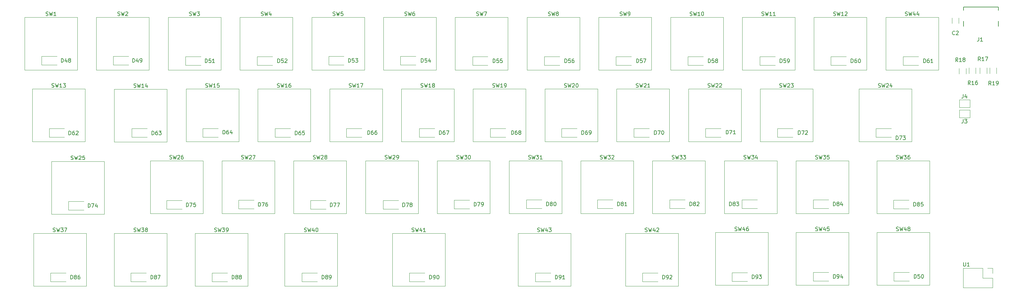
<source format=gbr>
%TF.GenerationSoftware,KiCad,Pcbnew,8.0.8-8.0.8-0~ubuntu24.04.1*%
%TF.CreationDate,2025-01-23T16:14:34-05:00*%
%TF.ProjectId,40 Keyboard,3430204b-6579-4626-9f61-72642e6b6963,4*%
%TF.SameCoordinates,Original*%
%TF.FileFunction,Legend,Top*%
%TF.FilePolarity,Positive*%
%FSLAX46Y46*%
G04 Gerber Fmt 4.6, Leading zero omitted, Abs format (unit mm)*
G04 Created by KiCad (PCBNEW 8.0.8-8.0.8-0~ubuntu24.04.1) date 2025-01-23 16:14:34*
%MOMM*%
%LPD*%
G01*
G04 APERTURE LIST*
%ADD10C,0.150000*%
%ADD11C,0.120000*%
G04 APERTURE END LIST*
D10*
X237785714Y-83054819D02*
X237785714Y-82054819D01*
X237785714Y-82054819D02*
X238023809Y-82054819D01*
X238023809Y-82054819D02*
X238166666Y-82102438D01*
X238166666Y-82102438D02*
X238261904Y-82197676D01*
X238261904Y-82197676D02*
X238309523Y-82292914D01*
X238309523Y-82292914D02*
X238357142Y-82483390D01*
X238357142Y-82483390D02*
X238357142Y-82626247D01*
X238357142Y-82626247D02*
X238309523Y-82816723D01*
X238309523Y-82816723D02*
X238261904Y-82911961D01*
X238261904Y-82911961D02*
X238166666Y-83007200D01*
X238166666Y-83007200D02*
X238023809Y-83054819D01*
X238023809Y-83054819D02*
X237785714Y-83054819D01*
X239214285Y-82054819D02*
X239023809Y-82054819D01*
X239023809Y-82054819D02*
X238928571Y-82102438D01*
X238928571Y-82102438D02*
X238880952Y-82150057D01*
X238880952Y-82150057D02*
X238785714Y-82292914D01*
X238785714Y-82292914D02*
X238738095Y-82483390D01*
X238738095Y-82483390D02*
X238738095Y-82864342D01*
X238738095Y-82864342D02*
X238785714Y-82959580D01*
X238785714Y-82959580D02*
X238833333Y-83007200D01*
X238833333Y-83007200D02*
X238928571Y-83054819D01*
X238928571Y-83054819D02*
X239119047Y-83054819D01*
X239119047Y-83054819D02*
X239214285Y-83007200D01*
X239214285Y-83007200D02*
X239261904Y-82959580D01*
X239261904Y-82959580D02*
X239309523Y-82864342D01*
X239309523Y-82864342D02*
X239309523Y-82626247D01*
X239309523Y-82626247D02*
X239261904Y-82531009D01*
X239261904Y-82531009D02*
X239214285Y-82483390D01*
X239214285Y-82483390D02*
X239119047Y-82435771D01*
X239119047Y-82435771D02*
X238928571Y-82435771D01*
X238928571Y-82435771D02*
X238833333Y-82483390D01*
X238833333Y-82483390D02*
X238785714Y-82531009D01*
X238785714Y-82531009D02*
X238738095Y-82626247D01*
X239928571Y-82054819D02*
X240023809Y-82054819D01*
X240023809Y-82054819D02*
X240119047Y-82102438D01*
X240119047Y-82102438D02*
X240166666Y-82150057D01*
X240166666Y-82150057D02*
X240214285Y-82245295D01*
X240214285Y-82245295D02*
X240261904Y-82435771D01*
X240261904Y-82435771D02*
X240261904Y-82673866D01*
X240261904Y-82673866D02*
X240214285Y-82864342D01*
X240214285Y-82864342D02*
X240166666Y-82959580D01*
X240166666Y-82959580D02*
X240119047Y-83007200D01*
X240119047Y-83007200D02*
X240023809Y-83054819D01*
X240023809Y-83054819D02*
X239928571Y-83054819D01*
X239928571Y-83054819D02*
X239833333Y-83007200D01*
X239833333Y-83007200D02*
X239785714Y-82959580D01*
X239785714Y-82959580D02*
X239738095Y-82864342D01*
X239738095Y-82864342D02*
X239690476Y-82673866D01*
X239690476Y-82673866D02*
X239690476Y-82435771D01*
X239690476Y-82435771D02*
X239738095Y-82245295D01*
X239738095Y-82245295D02*
X239785714Y-82150057D01*
X239785714Y-82150057D02*
X239833333Y-82102438D01*
X239833333Y-82102438D02*
X239928571Y-82054819D01*
X97698214Y-140354819D02*
X97698214Y-139354819D01*
X97698214Y-139354819D02*
X97936309Y-139354819D01*
X97936309Y-139354819D02*
X98079166Y-139402438D01*
X98079166Y-139402438D02*
X98174404Y-139497676D01*
X98174404Y-139497676D02*
X98222023Y-139592914D01*
X98222023Y-139592914D02*
X98269642Y-139783390D01*
X98269642Y-139783390D02*
X98269642Y-139926247D01*
X98269642Y-139926247D02*
X98222023Y-140116723D01*
X98222023Y-140116723D02*
X98174404Y-140211961D01*
X98174404Y-140211961D02*
X98079166Y-140307200D01*
X98079166Y-140307200D02*
X97936309Y-140354819D01*
X97936309Y-140354819D02*
X97698214Y-140354819D01*
X98841071Y-139783390D02*
X98745833Y-139735771D01*
X98745833Y-139735771D02*
X98698214Y-139688152D01*
X98698214Y-139688152D02*
X98650595Y-139592914D01*
X98650595Y-139592914D02*
X98650595Y-139545295D01*
X98650595Y-139545295D02*
X98698214Y-139450057D01*
X98698214Y-139450057D02*
X98745833Y-139402438D01*
X98745833Y-139402438D02*
X98841071Y-139354819D01*
X98841071Y-139354819D02*
X99031547Y-139354819D01*
X99031547Y-139354819D02*
X99126785Y-139402438D01*
X99126785Y-139402438D02*
X99174404Y-139450057D01*
X99174404Y-139450057D02*
X99222023Y-139545295D01*
X99222023Y-139545295D02*
X99222023Y-139592914D01*
X99222023Y-139592914D02*
X99174404Y-139688152D01*
X99174404Y-139688152D02*
X99126785Y-139735771D01*
X99126785Y-139735771D02*
X99031547Y-139783390D01*
X99031547Y-139783390D02*
X98841071Y-139783390D01*
X98841071Y-139783390D02*
X98745833Y-139831009D01*
X98745833Y-139831009D02*
X98698214Y-139878628D01*
X98698214Y-139878628D02*
X98650595Y-139973866D01*
X98650595Y-139973866D02*
X98650595Y-140164342D01*
X98650595Y-140164342D02*
X98698214Y-140259580D01*
X98698214Y-140259580D02*
X98745833Y-140307200D01*
X98745833Y-140307200D02*
X98841071Y-140354819D01*
X98841071Y-140354819D02*
X99031547Y-140354819D01*
X99031547Y-140354819D02*
X99126785Y-140307200D01*
X99126785Y-140307200D02*
X99174404Y-140259580D01*
X99174404Y-140259580D02*
X99222023Y-140164342D01*
X99222023Y-140164342D02*
X99222023Y-139973866D01*
X99222023Y-139973866D02*
X99174404Y-139878628D01*
X99174404Y-139878628D02*
X99126785Y-139831009D01*
X99126785Y-139831009D02*
X99031547Y-139783390D01*
X99698214Y-140354819D02*
X99888690Y-140354819D01*
X99888690Y-140354819D02*
X99983928Y-140307200D01*
X99983928Y-140307200D02*
X100031547Y-140259580D01*
X100031547Y-140259580D02*
X100126785Y-140116723D01*
X100126785Y-140116723D02*
X100174404Y-139926247D01*
X100174404Y-139926247D02*
X100174404Y-139545295D01*
X100174404Y-139545295D02*
X100126785Y-139450057D01*
X100126785Y-139450057D02*
X100079166Y-139402438D01*
X100079166Y-139402438D02*
X99983928Y-139354819D01*
X99983928Y-139354819D02*
X99793452Y-139354819D01*
X99793452Y-139354819D02*
X99698214Y-139402438D01*
X99698214Y-139402438D02*
X99650595Y-139450057D01*
X99650595Y-139450057D02*
X99602976Y-139545295D01*
X99602976Y-139545295D02*
X99602976Y-139783390D01*
X99602976Y-139783390D02*
X99650595Y-139878628D01*
X99650595Y-139878628D02*
X99698214Y-139926247D01*
X99698214Y-139926247D02*
X99793452Y-139973866D01*
X99793452Y-139973866D02*
X99983928Y-139973866D01*
X99983928Y-139973866D02*
X100079166Y-139926247D01*
X100079166Y-139926247D02*
X100126785Y-139878628D01*
X100126785Y-139878628D02*
X100174404Y-139783390D01*
X267466666Y-98054819D02*
X267466666Y-98769104D01*
X267466666Y-98769104D02*
X267419047Y-98911961D01*
X267419047Y-98911961D02*
X267323809Y-99007200D01*
X267323809Y-99007200D02*
X267180952Y-99054819D01*
X267180952Y-99054819D02*
X267085714Y-99054819D01*
X267847619Y-98054819D02*
X268466666Y-98054819D01*
X268466666Y-98054819D02*
X268133333Y-98435771D01*
X268133333Y-98435771D02*
X268276190Y-98435771D01*
X268276190Y-98435771D02*
X268371428Y-98483390D01*
X268371428Y-98483390D02*
X268419047Y-98531009D01*
X268419047Y-98531009D02*
X268466666Y-98626247D01*
X268466666Y-98626247D02*
X268466666Y-98864342D01*
X268466666Y-98864342D02*
X268419047Y-98959580D01*
X268419047Y-98959580D02*
X268371428Y-99007200D01*
X268371428Y-99007200D02*
X268276190Y-99054819D01*
X268276190Y-99054819D02*
X267990476Y-99054819D01*
X267990476Y-99054819D02*
X267895238Y-99007200D01*
X267895238Y-99007200D02*
X267847619Y-98959580D01*
X157616667Y-70533200D02*
X157759524Y-70580819D01*
X157759524Y-70580819D02*
X157997619Y-70580819D01*
X157997619Y-70580819D02*
X158092857Y-70533200D01*
X158092857Y-70533200D02*
X158140476Y-70485580D01*
X158140476Y-70485580D02*
X158188095Y-70390342D01*
X158188095Y-70390342D02*
X158188095Y-70295104D01*
X158188095Y-70295104D02*
X158140476Y-70199866D01*
X158140476Y-70199866D02*
X158092857Y-70152247D01*
X158092857Y-70152247D02*
X157997619Y-70104628D01*
X157997619Y-70104628D02*
X157807143Y-70057009D01*
X157807143Y-70057009D02*
X157711905Y-70009390D01*
X157711905Y-70009390D02*
X157664286Y-69961771D01*
X157664286Y-69961771D02*
X157616667Y-69866533D01*
X157616667Y-69866533D02*
X157616667Y-69771295D01*
X157616667Y-69771295D02*
X157664286Y-69676057D01*
X157664286Y-69676057D02*
X157711905Y-69628438D01*
X157711905Y-69628438D02*
X157807143Y-69580819D01*
X157807143Y-69580819D02*
X158045238Y-69580819D01*
X158045238Y-69580819D02*
X158188095Y-69628438D01*
X158521429Y-69580819D02*
X158759524Y-70580819D01*
X158759524Y-70580819D02*
X158950000Y-69866533D01*
X158950000Y-69866533D02*
X159140476Y-70580819D01*
X159140476Y-70580819D02*
X159378572Y-69580819D01*
X159902381Y-70009390D02*
X159807143Y-69961771D01*
X159807143Y-69961771D02*
X159759524Y-69914152D01*
X159759524Y-69914152D02*
X159711905Y-69818914D01*
X159711905Y-69818914D02*
X159711905Y-69771295D01*
X159711905Y-69771295D02*
X159759524Y-69676057D01*
X159759524Y-69676057D02*
X159807143Y-69628438D01*
X159807143Y-69628438D02*
X159902381Y-69580819D01*
X159902381Y-69580819D02*
X160092857Y-69580819D01*
X160092857Y-69580819D02*
X160188095Y-69628438D01*
X160188095Y-69628438D02*
X160235714Y-69676057D01*
X160235714Y-69676057D02*
X160283333Y-69771295D01*
X160283333Y-69771295D02*
X160283333Y-69818914D01*
X160283333Y-69818914D02*
X160235714Y-69914152D01*
X160235714Y-69914152D02*
X160188095Y-69961771D01*
X160188095Y-69961771D02*
X160092857Y-70009390D01*
X160092857Y-70009390D02*
X159902381Y-70009390D01*
X159902381Y-70009390D02*
X159807143Y-70057009D01*
X159807143Y-70057009D02*
X159759524Y-70104628D01*
X159759524Y-70104628D02*
X159711905Y-70199866D01*
X159711905Y-70199866D02*
X159711905Y-70390342D01*
X159711905Y-70390342D02*
X159759524Y-70485580D01*
X159759524Y-70485580D02*
X159807143Y-70533200D01*
X159807143Y-70533200D02*
X159902381Y-70580819D01*
X159902381Y-70580819D02*
X160092857Y-70580819D01*
X160092857Y-70580819D02*
X160188095Y-70533200D01*
X160188095Y-70533200D02*
X160235714Y-70485580D01*
X160235714Y-70485580D02*
X160283333Y-70390342D01*
X160283333Y-70390342D02*
X160283333Y-70199866D01*
X160283333Y-70199866D02*
X160235714Y-70104628D01*
X160235714Y-70104628D02*
X160188095Y-70057009D01*
X160188095Y-70057009D02*
X160092857Y-70009390D01*
X183265476Y-127783200D02*
X183408333Y-127830819D01*
X183408333Y-127830819D02*
X183646428Y-127830819D01*
X183646428Y-127830819D02*
X183741666Y-127783200D01*
X183741666Y-127783200D02*
X183789285Y-127735580D01*
X183789285Y-127735580D02*
X183836904Y-127640342D01*
X183836904Y-127640342D02*
X183836904Y-127545104D01*
X183836904Y-127545104D02*
X183789285Y-127449866D01*
X183789285Y-127449866D02*
X183741666Y-127402247D01*
X183741666Y-127402247D02*
X183646428Y-127354628D01*
X183646428Y-127354628D02*
X183455952Y-127307009D01*
X183455952Y-127307009D02*
X183360714Y-127259390D01*
X183360714Y-127259390D02*
X183313095Y-127211771D01*
X183313095Y-127211771D02*
X183265476Y-127116533D01*
X183265476Y-127116533D02*
X183265476Y-127021295D01*
X183265476Y-127021295D02*
X183313095Y-126926057D01*
X183313095Y-126926057D02*
X183360714Y-126878438D01*
X183360714Y-126878438D02*
X183455952Y-126830819D01*
X183455952Y-126830819D02*
X183694047Y-126830819D01*
X183694047Y-126830819D02*
X183836904Y-126878438D01*
X184170238Y-126830819D02*
X184408333Y-127830819D01*
X184408333Y-127830819D02*
X184598809Y-127116533D01*
X184598809Y-127116533D02*
X184789285Y-127830819D01*
X184789285Y-127830819D02*
X185027381Y-126830819D01*
X185836904Y-127164152D02*
X185836904Y-127830819D01*
X185598809Y-126783200D02*
X185360714Y-127497485D01*
X185360714Y-127497485D02*
X185979761Y-127497485D01*
X186313095Y-126926057D02*
X186360714Y-126878438D01*
X186360714Y-126878438D02*
X186455952Y-126830819D01*
X186455952Y-126830819D02*
X186694047Y-126830819D01*
X186694047Y-126830819D02*
X186789285Y-126878438D01*
X186789285Y-126878438D02*
X186836904Y-126926057D01*
X186836904Y-126926057D02*
X186884523Y-127021295D01*
X186884523Y-127021295D02*
X186884523Y-127116533D01*
X186884523Y-127116533D02*
X186836904Y-127259390D01*
X186836904Y-127259390D02*
X186265476Y-127830819D01*
X186265476Y-127830819D02*
X186884523Y-127830819D01*
X66785714Y-83054819D02*
X66785714Y-82054819D01*
X66785714Y-82054819D02*
X67023809Y-82054819D01*
X67023809Y-82054819D02*
X67166666Y-82102438D01*
X67166666Y-82102438D02*
X67261904Y-82197676D01*
X67261904Y-82197676D02*
X67309523Y-82292914D01*
X67309523Y-82292914D02*
X67357142Y-82483390D01*
X67357142Y-82483390D02*
X67357142Y-82626247D01*
X67357142Y-82626247D02*
X67309523Y-82816723D01*
X67309523Y-82816723D02*
X67261904Y-82911961D01*
X67261904Y-82911961D02*
X67166666Y-83007200D01*
X67166666Y-83007200D02*
X67023809Y-83054819D01*
X67023809Y-83054819D02*
X66785714Y-83054819D01*
X68261904Y-82054819D02*
X67785714Y-82054819D01*
X67785714Y-82054819D02*
X67738095Y-82531009D01*
X67738095Y-82531009D02*
X67785714Y-82483390D01*
X67785714Y-82483390D02*
X67880952Y-82435771D01*
X67880952Y-82435771D02*
X68119047Y-82435771D01*
X68119047Y-82435771D02*
X68214285Y-82483390D01*
X68214285Y-82483390D02*
X68261904Y-82531009D01*
X68261904Y-82531009D02*
X68309523Y-82626247D01*
X68309523Y-82626247D02*
X68309523Y-82864342D01*
X68309523Y-82864342D02*
X68261904Y-82959580D01*
X68261904Y-82959580D02*
X68214285Y-83007200D01*
X68214285Y-83007200D02*
X68119047Y-83054819D01*
X68119047Y-83054819D02*
X67880952Y-83054819D01*
X67880952Y-83054819D02*
X67785714Y-83007200D01*
X67785714Y-83007200D02*
X67738095Y-82959580D01*
X69261904Y-83054819D02*
X68690476Y-83054819D01*
X68976190Y-83054819D02*
X68976190Y-82054819D01*
X68976190Y-82054819D02*
X68880952Y-82197676D01*
X68880952Y-82197676D02*
X68785714Y-82292914D01*
X68785714Y-82292914D02*
X68690476Y-82340533D01*
X119616667Y-70533200D02*
X119759524Y-70580819D01*
X119759524Y-70580819D02*
X119997619Y-70580819D01*
X119997619Y-70580819D02*
X120092857Y-70533200D01*
X120092857Y-70533200D02*
X120140476Y-70485580D01*
X120140476Y-70485580D02*
X120188095Y-70390342D01*
X120188095Y-70390342D02*
X120188095Y-70295104D01*
X120188095Y-70295104D02*
X120140476Y-70199866D01*
X120140476Y-70199866D02*
X120092857Y-70152247D01*
X120092857Y-70152247D02*
X119997619Y-70104628D01*
X119997619Y-70104628D02*
X119807143Y-70057009D01*
X119807143Y-70057009D02*
X119711905Y-70009390D01*
X119711905Y-70009390D02*
X119664286Y-69961771D01*
X119664286Y-69961771D02*
X119616667Y-69866533D01*
X119616667Y-69866533D02*
X119616667Y-69771295D01*
X119616667Y-69771295D02*
X119664286Y-69676057D01*
X119664286Y-69676057D02*
X119711905Y-69628438D01*
X119711905Y-69628438D02*
X119807143Y-69580819D01*
X119807143Y-69580819D02*
X120045238Y-69580819D01*
X120045238Y-69580819D02*
X120188095Y-69628438D01*
X120521429Y-69580819D02*
X120759524Y-70580819D01*
X120759524Y-70580819D02*
X120950000Y-69866533D01*
X120950000Y-69866533D02*
X121140476Y-70580819D01*
X121140476Y-70580819D02*
X121378572Y-69580819D01*
X122188095Y-69580819D02*
X121997619Y-69580819D01*
X121997619Y-69580819D02*
X121902381Y-69628438D01*
X121902381Y-69628438D02*
X121854762Y-69676057D01*
X121854762Y-69676057D02*
X121759524Y-69818914D01*
X121759524Y-69818914D02*
X121711905Y-70009390D01*
X121711905Y-70009390D02*
X121711905Y-70390342D01*
X121711905Y-70390342D02*
X121759524Y-70485580D01*
X121759524Y-70485580D02*
X121807143Y-70533200D01*
X121807143Y-70533200D02*
X121902381Y-70580819D01*
X121902381Y-70580819D02*
X122092857Y-70580819D01*
X122092857Y-70580819D02*
X122188095Y-70533200D01*
X122188095Y-70533200D02*
X122235714Y-70485580D01*
X122235714Y-70485580D02*
X122283333Y-70390342D01*
X122283333Y-70390342D02*
X122283333Y-70152247D01*
X122283333Y-70152247D02*
X122235714Y-70057009D01*
X122235714Y-70057009D02*
X122188095Y-70009390D01*
X122188095Y-70009390D02*
X122092857Y-69961771D01*
X122092857Y-69961771D02*
X121902381Y-69961771D01*
X121902381Y-69961771D02*
X121807143Y-70009390D01*
X121807143Y-70009390D02*
X121759524Y-70057009D01*
X121759524Y-70057009D02*
X121711905Y-70152247D01*
X121515476Y-127783200D02*
X121658333Y-127830819D01*
X121658333Y-127830819D02*
X121896428Y-127830819D01*
X121896428Y-127830819D02*
X121991666Y-127783200D01*
X121991666Y-127783200D02*
X122039285Y-127735580D01*
X122039285Y-127735580D02*
X122086904Y-127640342D01*
X122086904Y-127640342D02*
X122086904Y-127545104D01*
X122086904Y-127545104D02*
X122039285Y-127449866D01*
X122039285Y-127449866D02*
X121991666Y-127402247D01*
X121991666Y-127402247D02*
X121896428Y-127354628D01*
X121896428Y-127354628D02*
X121705952Y-127307009D01*
X121705952Y-127307009D02*
X121610714Y-127259390D01*
X121610714Y-127259390D02*
X121563095Y-127211771D01*
X121563095Y-127211771D02*
X121515476Y-127116533D01*
X121515476Y-127116533D02*
X121515476Y-127021295D01*
X121515476Y-127021295D02*
X121563095Y-126926057D01*
X121563095Y-126926057D02*
X121610714Y-126878438D01*
X121610714Y-126878438D02*
X121705952Y-126830819D01*
X121705952Y-126830819D02*
X121944047Y-126830819D01*
X121944047Y-126830819D02*
X122086904Y-126878438D01*
X122420238Y-126830819D02*
X122658333Y-127830819D01*
X122658333Y-127830819D02*
X122848809Y-127116533D01*
X122848809Y-127116533D02*
X123039285Y-127830819D01*
X123039285Y-127830819D02*
X123277381Y-126830819D01*
X124086904Y-127164152D02*
X124086904Y-127830819D01*
X123848809Y-126783200D02*
X123610714Y-127497485D01*
X123610714Y-127497485D02*
X124229761Y-127497485D01*
X125134523Y-127830819D02*
X124563095Y-127830819D01*
X124848809Y-127830819D02*
X124848809Y-126830819D01*
X124848809Y-126830819D02*
X124753571Y-126973676D01*
X124753571Y-126973676D02*
X124658333Y-127068914D01*
X124658333Y-127068914D02*
X124563095Y-127116533D01*
X223798214Y-102054819D02*
X223798214Y-101054819D01*
X223798214Y-101054819D02*
X224036309Y-101054819D01*
X224036309Y-101054819D02*
X224179166Y-101102438D01*
X224179166Y-101102438D02*
X224274404Y-101197676D01*
X224274404Y-101197676D02*
X224322023Y-101292914D01*
X224322023Y-101292914D02*
X224369642Y-101483390D01*
X224369642Y-101483390D02*
X224369642Y-101626247D01*
X224369642Y-101626247D02*
X224322023Y-101816723D01*
X224322023Y-101816723D02*
X224274404Y-101911961D01*
X224274404Y-101911961D02*
X224179166Y-102007200D01*
X224179166Y-102007200D02*
X224036309Y-102054819D01*
X224036309Y-102054819D02*
X223798214Y-102054819D01*
X224702976Y-101054819D02*
X225369642Y-101054819D01*
X225369642Y-101054819D02*
X224941071Y-102054819D01*
X225702976Y-101150057D02*
X225750595Y-101102438D01*
X225750595Y-101102438D02*
X225845833Y-101054819D01*
X225845833Y-101054819D02*
X226083928Y-101054819D01*
X226083928Y-101054819D02*
X226179166Y-101102438D01*
X226179166Y-101102438D02*
X226226785Y-101150057D01*
X226226785Y-101150057D02*
X226274404Y-101245295D01*
X226274404Y-101245295D02*
X226274404Y-101340533D01*
X226274404Y-101340533D02*
X226226785Y-101483390D01*
X226226785Y-101483390D02*
X225655357Y-102054819D01*
X225655357Y-102054819D02*
X226274404Y-102054819D01*
X152390476Y-108533200D02*
X152533333Y-108580819D01*
X152533333Y-108580819D02*
X152771428Y-108580819D01*
X152771428Y-108580819D02*
X152866666Y-108533200D01*
X152866666Y-108533200D02*
X152914285Y-108485580D01*
X152914285Y-108485580D02*
X152961904Y-108390342D01*
X152961904Y-108390342D02*
X152961904Y-108295104D01*
X152961904Y-108295104D02*
X152914285Y-108199866D01*
X152914285Y-108199866D02*
X152866666Y-108152247D01*
X152866666Y-108152247D02*
X152771428Y-108104628D01*
X152771428Y-108104628D02*
X152580952Y-108057009D01*
X152580952Y-108057009D02*
X152485714Y-108009390D01*
X152485714Y-108009390D02*
X152438095Y-107961771D01*
X152438095Y-107961771D02*
X152390476Y-107866533D01*
X152390476Y-107866533D02*
X152390476Y-107771295D01*
X152390476Y-107771295D02*
X152438095Y-107676057D01*
X152438095Y-107676057D02*
X152485714Y-107628438D01*
X152485714Y-107628438D02*
X152580952Y-107580819D01*
X152580952Y-107580819D02*
X152819047Y-107580819D01*
X152819047Y-107580819D02*
X152961904Y-107628438D01*
X153295238Y-107580819D02*
X153533333Y-108580819D01*
X153533333Y-108580819D02*
X153723809Y-107866533D01*
X153723809Y-107866533D02*
X153914285Y-108580819D01*
X153914285Y-108580819D02*
X154152381Y-107580819D01*
X154438095Y-107580819D02*
X155057142Y-107580819D01*
X155057142Y-107580819D02*
X154723809Y-107961771D01*
X154723809Y-107961771D02*
X154866666Y-107961771D01*
X154866666Y-107961771D02*
X154961904Y-108009390D01*
X154961904Y-108009390D02*
X155009523Y-108057009D01*
X155009523Y-108057009D02*
X155057142Y-108152247D01*
X155057142Y-108152247D02*
X155057142Y-108390342D01*
X155057142Y-108390342D02*
X155009523Y-108485580D01*
X155009523Y-108485580D02*
X154961904Y-108533200D01*
X154961904Y-108533200D02*
X154866666Y-108580819D01*
X154866666Y-108580819D02*
X154580952Y-108580819D01*
X154580952Y-108580819D02*
X154485714Y-108533200D01*
X154485714Y-108533200D02*
X154438095Y-108485580D01*
X156009523Y-108580819D02*
X155438095Y-108580819D01*
X155723809Y-108580819D02*
X155723809Y-107580819D01*
X155723809Y-107580819D02*
X155628571Y-107723676D01*
X155628571Y-107723676D02*
X155533333Y-107818914D01*
X155533333Y-107818914D02*
X155438095Y-107866533D01*
X161890476Y-89533200D02*
X162033333Y-89580819D01*
X162033333Y-89580819D02*
X162271428Y-89580819D01*
X162271428Y-89580819D02*
X162366666Y-89533200D01*
X162366666Y-89533200D02*
X162414285Y-89485580D01*
X162414285Y-89485580D02*
X162461904Y-89390342D01*
X162461904Y-89390342D02*
X162461904Y-89295104D01*
X162461904Y-89295104D02*
X162414285Y-89199866D01*
X162414285Y-89199866D02*
X162366666Y-89152247D01*
X162366666Y-89152247D02*
X162271428Y-89104628D01*
X162271428Y-89104628D02*
X162080952Y-89057009D01*
X162080952Y-89057009D02*
X161985714Y-89009390D01*
X161985714Y-89009390D02*
X161938095Y-88961771D01*
X161938095Y-88961771D02*
X161890476Y-88866533D01*
X161890476Y-88866533D02*
X161890476Y-88771295D01*
X161890476Y-88771295D02*
X161938095Y-88676057D01*
X161938095Y-88676057D02*
X161985714Y-88628438D01*
X161985714Y-88628438D02*
X162080952Y-88580819D01*
X162080952Y-88580819D02*
X162319047Y-88580819D01*
X162319047Y-88580819D02*
X162461904Y-88628438D01*
X162795238Y-88580819D02*
X163033333Y-89580819D01*
X163033333Y-89580819D02*
X163223809Y-88866533D01*
X163223809Y-88866533D02*
X163414285Y-89580819D01*
X163414285Y-89580819D02*
X163652381Y-88580819D01*
X163985714Y-88676057D02*
X164033333Y-88628438D01*
X164033333Y-88628438D02*
X164128571Y-88580819D01*
X164128571Y-88580819D02*
X164366666Y-88580819D01*
X164366666Y-88580819D02*
X164461904Y-88628438D01*
X164461904Y-88628438D02*
X164509523Y-88676057D01*
X164509523Y-88676057D02*
X164557142Y-88771295D01*
X164557142Y-88771295D02*
X164557142Y-88866533D01*
X164557142Y-88866533D02*
X164509523Y-89009390D01*
X164509523Y-89009390D02*
X163938095Y-89580819D01*
X163938095Y-89580819D02*
X164557142Y-89580819D01*
X165176190Y-88580819D02*
X165271428Y-88580819D01*
X165271428Y-88580819D02*
X165366666Y-88628438D01*
X165366666Y-88628438D02*
X165414285Y-88676057D01*
X165414285Y-88676057D02*
X165461904Y-88771295D01*
X165461904Y-88771295D02*
X165509523Y-88961771D01*
X165509523Y-88961771D02*
X165509523Y-89199866D01*
X165509523Y-89199866D02*
X165461904Y-89390342D01*
X165461904Y-89390342D02*
X165414285Y-89485580D01*
X165414285Y-89485580D02*
X165366666Y-89533200D01*
X165366666Y-89533200D02*
X165271428Y-89580819D01*
X165271428Y-89580819D02*
X165176190Y-89580819D01*
X165176190Y-89580819D02*
X165080952Y-89533200D01*
X165080952Y-89533200D02*
X165033333Y-89485580D01*
X165033333Y-89485580D02*
X164985714Y-89390342D01*
X164985714Y-89390342D02*
X164938095Y-89199866D01*
X164938095Y-89199866D02*
X164938095Y-88961771D01*
X164938095Y-88961771D02*
X164985714Y-88771295D01*
X164985714Y-88771295D02*
X165033333Y-88676057D01*
X165033333Y-88676057D02*
X165080952Y-88628438D01*
X165080952Y-88628438D02*
X165176190Y-88580819D01*
X142890476Y-89533200D02*
X143033333Y-89580819D01*
X143033333Y-89580819D02*
X143271428Y-89580819D01*
X143271428Y-89580819D02*
X143366666Y-89533200D01*
X143366666Y-89533200D02*
X143414285Y-89485580D01*
X143414285Y-89485580D02*
X143461904Y-89390342D01*
X143461904Y-89390342D02*
X143461904Y-89295104D01*
X143461904Y-89295104D02*
X143414285Y-89199866D01*
X143414285Y-89199866D02*
X143366666Y-89152247D01*
X143366666Y-89152247D02*
X143271428Y-89104628D01*
X143271428Y-89104628D02*
X143080952Y-89057009D01*
X143080952Y-89057009D02*
X142985714Y-89009390D01*
X142985714Y-89009390D02*
X142938095Y-88961771D01*
X142938095Y-88961771D02*
X142890476Y-88866533D01*
X142890476Y-88866533D02*
X142890476Y-88771295D01*
X142890476Y-88771295D02*
X142938095Y-88676057D01*
X142938095Y-88676057D02*
X142985714Y-88628438D01*
X142985714Y-88628438D02*
X143080952Y-88580819D01*
X143080952Y-88580819D02*
X143319047Y-88580819D01*
X143319047Y-88580819D02*
X143461904Y-88628438D01*
X143795238Y-88580819D02*
X144033333Y-89580819D01*
X144033333Y-89580819D02*
X144223809Y-88866533D01*
X144223809Y-88866533D02*
X144414285Y-89580819D01*
X144414285Y-89580819D02*
X144652381Y-88580819D01*
X145557142Y-89580819D02*
X144985714Y-89580819D01*
X145271428Y-89580819D02*
X145271428Y-88580819D01*
X145271428Y-88580819D02*
X145176190Y-88723676D01*
X145176190Y-88723676D02*
X145080952Y-88818914D01*
X145080952Y-88818914D02*
X144985714Y-88866533D01*
X146033333Y-89580819D02*
X146223809Y-89580819D01*
X146223809Y-89580819D02*
X146319047Y-89533200D01*
X146319047Y-89533200D02*
X146366666Y-89485580D01*
X146366666Y-89485580D02*
X146461904Y-89342723D01*
X146461904Y-89342723D02*
X146509523Y-89152247D01*
X146509523Y-89152247D02*
X146509523Y-88771295D01*
X146509523Y-88771295D02*
X146461904Y-88676057D01*
X146461904Y-88676057D02*
X146414285Y-88628438D01*
X146414285Y-88628438D02*
X146319047Y-88580819D01*
X146319047Y-88580819D02*
X146128571Y-88580819D01*
X146128571Y-88580819D02*
X146033333Y-88628438D01*
X146033333Y-88628438D02*
X145985714Y-88676057D01*
X145985714Y-88676057D02*
X145938095Y-88771295D01*
X145938095Y-88771295D02*
X145938095Y-89009390D01*
X145938095Y-89009390D02*
X145985714Y-89104628D01*
X145985714Y-89104628D02*
X146033333Y-89152247D01*
X146033333Y-89152247D02*
X146128571Y-89199866D01*
X146128571Y-89199866D02*
X146319047Y-89199866D01*
X146319047Y-89199866D02*
X146414285Y-89152247D01*
X146414285Y-89152247D02*
X146461904Y-89104628D01*
X146461904Y-89104628D02*
X146509523Y-89009390D01*
X99885714Y-121184819D02*
X99885714Y-120184819D01*
X99885714Y-120184819D02*
X100123809Y-120184819D01*
X100123809Y-120184819D02*
X100266666Y-120232438D01*
X100266666Y-120232438D02*
X100361904Y-120327676D01*
X100361904Y-120327676D02*
X100409523Y-120422914D01*
X100409523Y-120422914D02*
X100457142Y-120613390D01*
X100457142Y-120613390D02*
X100457142Y-120756247D01*
X100457142Y-120756247D02*
X100409523Y-120946723D01*
X100409523Y-120946723D02*
X100361904Y-121041961D01*
X100361904Y-121041961D02*
X100266666Y-121137200D01*
X100266666Y-121137200D02*
X100123809Y-121184819D01*
X100123809Y-121184819D02*
X99885714Y-121184819D01*
X100790476Y-120184819D02*
X101457142Y-120184819D01*
X101457142Y-120184819D02*
X101028571Y-121184819D01*
X101742857Y-120184819D02*
X102409523Y-120184819D01*
X102409523Y-120184819D02*
X101980952Y-121184819D01*
X205585714Y-120954819D02*
X205585714Y-119954819D01*
X205585714Y-119954819D02*
X205823809Y-119954819D01*
X205823809Y-119954819D02*
X205966666Y-120002438D01*
X205966666Y-120002438D02*
X206061904Y-120097676D01*
X206061904Y-120097676D02*
X206109523Y-120192914D01*
X206109523Y-120192914D02*
X206157142Y-120383390D01*
X206157142Y-120383390D02*
X206157142Y-120526247D01*
X206157142Y-120526247D02*
X206109523Y-120716723D01*
X206109523Y-120716723D02*
X206061904Y-120811961D01*
X206061904Y-120811961D02*
X205966666Y-120907200D01*
X205966666Y-120907200D02*
X205823809Y-120954819D01*
X205823809Y-120954819D02*
X205585714Y-120954819D01*
X206728571Y-120383390D02*
X206633333Y-120335771D01*
X206633333Y-120335771D02*
X206585714Y-120288152D01*
X206585714Y-120288152D02*
X206538095Y-120192914D01*
X206538095Y-120192914D02*
X206538095Y-120145295D01*
X206538095Y-120145295D02*
X206585714Y-120050057D01*
X206585714Y-120050057D02*
X206633333Y-120002438D01*
X206633333Y-120002438D02*
X206728571Y-119954819D01*
X206728571Y-119954819D02*
X206919047Y-119954819D01*
X206919047Y-119954819D02*
X207014285Y-120002438D01*
X207014285Y-120002438D02*
X207061904Y-120050057D01*
X207061904Y-120050057D02*
X207109523Y-120145295D01*
X207109523Y-120145295D02*
X207109523Y-120192914D01*
X207109523Y-120192914D02*
X207061904Y-120288152D01*
X207061904Y-120288152D02*
X207014285Y-120335771D01*
X207014285Y-120335771D02*
X206919047Y-120383390D01*
X206919047Y-120383390D02*
X206728571Y-120383390D01*
X206728571Y-120383390D02*
X206633333Y-120431009D01*
X206633333Y-120431009D02*
X206585714Y-120478628D01*
X206585714Y-120478628D02*
X206538095Y-120573866D01*
X206538095Y-120573866D02*
X206538095Y-120764342D01*
X206538095Y-120764342D02*
X206585714Y-120859580D01*
X206585714Y-120859580D02*
X206633333Y-120907200D01*
X206633333Y-120907200D02*
X206728571Y-120954819D01*
X206728571Y-120954819D02*
X206919047Y-120954819D01*
X206919047Y-120954819D02*
X207014285Y-120907200D01*
X207014285Y-120907200D02*
X207061904Y-120859580D01*
X207061904Y-120859580D02*
X207109523Y-120764342D01*
X207109523Y-120764342D02*
X207109523Y-120573866D01*
X207109523Y-120573866D02*
X207061904Y-120478628D01*
X207061904Y-120478628D02*
X207014285Y-120431009D01*
X207014285Y-120431009D02*
X206919047Y-120383390D01*
X207442857Y-119954819D02*
X208061904Y-119954819D01*
X208061904Y-119954819D02*
X207728571Y-120335771D01*
X207728571Y-120335771D02*
X207871428Y-120335771D01*
X207871428Y-120335771D02*
X207966666Y-120383390D01*
X207966666Y-120383390D02*
X208014285Y-120431009D01*
X208014285Y-120431009D02*
X208061904Y-120526247D01*
X208061904Y-120526247D02*
X208061904Y-120764342D01*
X208061904Y-120764342D02*
X208014285Y-120859580D01*
X208014285Y-120859580D02*
X207966666Y-120907200D01*
X207966666Y-120907200D02*
X207871428Y-120954819D01*
X207871428Y-120954819D02*
X207585714Y-120954819D01*
X207585714Y-120954819D02*
X207490476Y-120907200D01*
X207490476Y-120907200D02*
X207442857Y-120859580D01*
X265233333Y-75559580D02*
X265185714Y-75607200D01*
X265185714Y-75607200D02*
X265042857Y-75654819D01*
X265042857Y-75654819D02*
X264947619Y-75654819D01*
X264947619Y-75654819D02*
X264804762Y-75607200D01*
X264804762Y-75607200D02*
X264709524Y-75511961D01*
X264709524Y-75511961D02*
X264661905Y-75416723D01*
X264661905Y-75416723D02*
X264614286Y-75226247D01*
X264614286Y-75226247D02*
X264614286Y-75083390D01*
X264614286Y-75083390D02*
X264661905Y-74892914D01*
X264661905Y-74892914D02*
X264709524Y-74797676D01*
X264709524Y-74797676D02*
X264804762Y-74702438D01*
X264804762Y-74702438D02*
X264947619Y-74654819D01*
X264947619Y-74654819D02*
X265042857Y-74654819D01*
X265042857Y-74654819D02*
X265185714Y-74702438D01*
X265185714Y-74702438D02*
X265233333Y-74750057D01*
X265614286Y-74750057D02*
X265661905Y-74702438D01*
X265661905Y-74702438D02*
X265757143Y-74654819D01*
X265757143Y-74654819D02*
X265995238Y-74654819D01*
X265995238Y-74654819D02*
X266090476Y-74702438D01*
X266090476Y-74702438D02*
X266138095Y-74750057D01*
X266138095Y-74750057D02*
X266185714Y-74845295D01*
X266185714Y-74845295D02*
X266185714Y-74940533D01*
X266185714Y-74940533D02*
X266138095Y-75083390D01*
X266138095Y-75083390D02*
X265566667Y-75654819D01*
X265566667Y-75654819D02*
X266185714Y-75654819D01*
X252140476Y-70533200D02*
X252283333Y-70580819D01*
X252283333Y-70580819D02*
X252521428Y-70580819D01*
X252521428Y-70580819D02*
X252616666Y-70533200D01*
X252616666Y-70533200D02*
X252664285Y-70485580D01*
X252664285Y-70485580D02*
X252711904Y-70390342D01*
X252711904Y-70390342D02*
X252711904Y-70295104D01*
X252711904Y-70295104D02*
X252664285Y-70199866D01*
X252664285Y-70199866D02*
X252616666Y-70152247D01*
X252616666Y-70152247D02*
X252521428Y-70104628D01*
X252521428Y-70104628D02*
X252330952Y-70057009D01*
X252330952Y-70057009D02*
X252235714Y-70009390D01*
X252235714Y-70009390D02*
X252188095Y-69961771D01*
X252188095Y-69961771D02*
X252140476Y-69866533D01*
X252140476Y-69866533D02*
X252140476Y-69771295D01*
X252140476Y-69771295D02*
X252188095Y-69676057D01*
X252188095Y-69676057D02*
X252235714Y-69628438D01*
X252235714Y-69628438D02*
X252330952Y-69580819D01*
X252330952Y-69580819D02*
X252569047Y-69580819D01*
X252569047Y-69580819D02*
X252711904Y-69628438D01*
X253045238Y-69580819D02*
X253283333Y-70580819D01*
X253283333Y-70580819D02*
X253473809Y-69866533D01*
X253473809Y-69866533D02*
X253664285Y-70580819D01*
X253664285Y-70580819D02*
X253902381Y-69580819D01*
X254711904Y-69914152D02*
X254711904Y-70580819D01*
X254473809Y-69533200D02*
X254235714Y-70247485D01*
X254235714Y-70247485D02*
X254854761Y-70247485D01*
X255664285Y-69914152D02*
X255664285Y-70580819D01*
X255426190Y-69533200D02*
X255188095Y-70247485D01*
X255188095Y-70247485D02*
X255807142Y-70247485D01*
X137985714Y-121054819D02*
X137985714Y-120054819D01*
X137985714Y-120054819D02*
X138223809Y-120054819D01*
X138223809Y-120054819D02*
X138366666Y-120102438D01*
X138366666Y-120102438D02*
X138461904Y-120197676D01*
X138461904Y-120197676D02*
X138509523Y-120292914D01*
X138509523Y-120292914D02*
X138557142Y-120483390D01*
X138557142Y-120483390D02*
X138557142Y-120626247D01*
X138557142Y-120626247D02*
X138509523Y-120816723D01*
X138509523Y-120816723D02*
X138461904Y-120911961D01*
X138461904Y-120911961D02*
X138366666Y-121007200D01*
X138366666Y-121007200D02*
X138223809Y-121054819D01*
X138223809Y-121054819D02*
X137985714Y-121054819D01*
X138890476Y-120054819D02*
X139557142Y-120054819D01*
X139557142Y-120054819D02*
X139128571Y-121054819D01*
X139985714Y-121054819D02*
X140176190Y-121054819D01*
X140176190Y-121054819D02*
X140271428Y-121007200D01*
X140271428Y-121007200D02*
X140319047Y-120959580D01*
X140319047Y-120959580D02*
X140414285Y-120816723D01*
X140414285Y-120816723D02*
X140461904Y-120626247D01*
X140461904Y-120626247D02*
X140461904Y-120245295D01*
X140461904Y-120245295D02*
X140414285Y-120150057D01*
X140414285Y-120150057D02*
X140366666Y-120102438D01*
X140366666Y-120102438D02*
X140271428Y-120054819D01*
X140271428Y-120054819D02*
X140080952Y-120054819D01*
X140080952Y-120054819D02*
X139985714Y-120102438D01*
X139985714Y-120102438D02*
X139938095Y-120150057D01*
X139938095Y-120150057D02*
X139890476Y-120245295D01*
X139890476Y-120245295D02*
X139890476Y-120483390D01*
X139890476Y-120483390D02*
X139938095Y-120578628D01*
X139938095Y-120578628D02*
X139985714Y-120626247D01*
X139985714Y-120626247D02*
X140080952Y-120673866D01*
X140080952Y-120673866D02*
X140271428Y-120673866D01*
X140271428Y-120673866D02*
X140366666Y-120626247D01*
X140366666Y-120626247D02*
X140414285Y-120578628D01*
X140414285Y-120578628D02*
X140461904Y-120483390D01*
X245015476Y-89533200D02*
X245158333Y-89580819D01*
X245158333Y-89580819D02*
X245396428Y-89580819D01*
X245396428Y-89580819D02*
X245491666Y-89533200D01*
X245491666Y-89533200D02*
X245539285Y-89485580D01*
X245539285Y-89485580D02*
X245586904Y-89390342D01*
X245586904Y-89390342D02*
X245586904Y-89295104D01*
X245586904Y-89295104D02*
X245539285Y-89199866D01*
X245539285Y-89199866D02*
X245491666Y-89152247D01*
X245491666Y-89152247D02*
X245396428Y-89104628D01*
X245396428Y-89104628D02*
X245205952Y-89057009D01*
X245205952Y-89057009D02*
X245110714Y-89009390D01*
X245110714Y-89009390D02*
X245063095Y-88961771D01*
X245063095Y-88961771D02*
X245015476Y-88866533D01*
X245015476Y-88866533D02*
X245015476Y-88771295D01*
X245015476Y-88771295D02*
X245063095Y-88676057D01*
X245063095Y-88676057D02*
X245110714Y-88628438D01*
X245110714Y-88628438D02*
X245205952Y-88580819D01*
X245205952Y-88580819D02*
X245444047Y-88580819D01*
X245444047Y-88580819D02*
X245586904Y-88628438D01*
X245920238Y-88580819D02*
X246158333Y-89580819D01*
X246158333Y-89580819D02*
X246348809Y-88866533D01*
X246348809Y-88866533D02*
X246539285Y-89580819D01*
X246539285Y-89580819D02*
X246777381Y-88580819D01*
X247110714Y-88676057D02*
X247158333Y-88628438D01*
X247158333Y-88628438D02*
X247253571Y-88580819D01*
X247253571Y-88580819D02*
X247491666Y-88580819D01*
X247491666Y-88580819D02*
X247586904Y-88628438D01*
X247586904Y-88628438D02*
X247634523Y-88676057D01*
X247634523Y-88676057D02*
X247682142Y-88771295D01*
X247682142Y-88771295D02*
X247682142Y-88866533D01*
X247682142Y-88866533D02*
X247634523Y-89009390D01*
X247634523Y-89009390D02*
X247063095Y-89580819D01*
X247063095Y-89580819D02*
X247682142Y-89580819D01*
X248539285Y-88914152D02*
X248539285Y-89580819D01*
X248301190Y-88533200D02*
X248063095Y-89247485D01*
X248063095Y-89247485D02*
X248682142Y-89247485D01*
X180890476Y-89533200D02*
X181033333Y-89580819D01*
X181033333Y-89580819D02*
X181271428Y-89580819D01*
X181271428Y-89580819D02*
X181366666Y-89533200D01*
X181366666Y-89533200D02*
X181414285Y-89485580D01*
X181414285Y-89485580D02*
X181461904Y-89390342D01*
X181461904Y-89390342D02*
X181461904Y-89295104D01*
X181461904Y-89295104D02*
X181414285Y-89199866D01*
X181414285Y-89199866D02*
X181366666Y-89152247D01*
X181366666Y-89152247D02*
X181271428Y-89104628D01*
X181271428Y-89104628D02*
X181080952Y-89057009D01*
X181080952Y-89057009D02*
X180985714Y-89009390D01*
X180985714Y-89009390D02*
X180938095Y-88961771D01*
X180938095Y-88961771D02*
X180890476Y-88866533D01*
X180890476Y-88866533D02*
X180890476Y-88771295D01*
X180890476Y-88771295D02*
X180938095Y-88676057D01*
X180938095Y-88676057D02*
X180985714Y-88628438D01*
X180985714Y-88628438D02*
X181080952Y-88580819D01*
X181080952Y-88580819D02*
X181319047Y-88580819D01*
X181319047Y-88580819D02*
X181461904Y-88628438D01*
X181795238Y-88580819D02*
X182033333Y-89580819D01*
X182033333Y-89580819D02*
X182223809Y-88866533D01*
X182223809Y-88866533D02*
X182414285Y-89580819D01*
X182414285Y-89580819D02*
X182652381Y-88580819D01*
X182985714Y-88676057D02*
X183033333Y-88628438D01*
X183033333Y-88628438D02*
X183128571Y-88580819D01*
X183128571Y-88580819D02*
X183366666Y-88580819D01*
X183366666Y-88580819D02*
X183461904Y-88628438D01*
X183461904Y-88628438D02*
X183509523Y-88676057D01*
X183509523Y-88676057D02*
X183557142Y-88771295D01*
X183557142Y-88771295D02*
X183557142Y-88866533D01*
X183557142Y-88866533D02*
X183509523Y-89009390D01*
X183509523Y-89009390D02*
X182938095Y-89580819D01*
X182938095Y-89580819D02*
X183557142Y-89580819D01*
X184509523Y-89580819D02*
X183938095Y-89580819D01*
X184223809Y-89580819D02*
X184223809Y-88580819D01*
X184223809Y-88580819D02*
X184128571Y-88723676D01*
X184128571Y-88723676D02*
X184033333Y-88818914D01*
X184033333Y-88818914D02*
X183938095Y-88866533D01*
X166485714Y-102054819D02*
X166485714Y-101054819D01*
X166485714Y-101054819D02*
X166723809Y-101054819D01*
X166723809Y-101054819D02*
X166866666Y-101102438D01*
X166866666Y-101102438D02*
X166961904Y-101197676D01*
X166961904Y-101197676D02*
X167009523Y-101292914D01*
X167009523Y-101292914D02*
X167057142Y-101483390D01*
X167057142Y-101483390D02*
X167057142Y-101626247D01*
X167057142Y-101626247D02*
X167009523Y-101816723D01*
X167009523Y-101816723D02*
X166961904Y-101911961D01*
X166961904Y-101911961D02*
X166866666Y-102007200D01*
X166866666Y-102007200D02*
X166723809Y-102054819D01*
X166723809Y-102054819D02*
X166485714Y-102054819D01*
X167914285Y-101054819D02*
X167723809Y-101054819D01*
X167723809Y-101054819D02*
X167628571Y-101102438D01*
X167628571Y-101102438D02*
X167580952Y-101150057D01*
X167580952Y-101150057D02*
X167485714Y-101292914D01*
X167485714Y-101292914D02*
X167438095Y-101483390D01*
X167438095Y-101483390D02*
X167438095Y-101864342D01*
X167438095Y-101864342D02*
X167485714Y-101959580D01*
X167485714Y-101959580D02*
X167533333Y-102007200D01*
X167533333Y-102007200D02*
X167628571Y-102054819D01*
X167628571Y-102054819D02*
X167819047Y-102054819D01*
X167819047Y-102054819D02*
X167914285Y-102007200D01*
X167914285Y-102007200D02*
X167961904Y-101959580D01*
X167961904Y-101959580D02*
X168009523Y-101864342D01*
X168009523Y-101864342D02*
X168009523Y-101626247D01*
X168009523Y-101626247D02*
X167961904Y-101531009D01*
X167961904Y-101531009D02*
X167914285Y-101483390D01*
X167914285Y-101483390D02*
X167819047Y-101435771D01*
X167819047Y-101435771D02*
X167628571Y-101435771D01*
X167628571Y-101435771D02*
X167533333Y-101483390D01*
X167533333Y-101483390D02*
X167485714Y-101531009D01*
X167485714Y-101531009D02*
X167438095Y-101626247D01*
X168485714Y-102054819D02*
X168676190Y-102054819D01*
X168676190Y-102054819D02*
X168771428Y-102007200D01*
X168771428Y-102007200D02*
X168819047Y-101959580D01*
X168819047Y-101959580D02*
X168914285Y-101816723D01*
X168914285Y-101816723D02*
X168961904Y-101626247D01*
X168961904Y-101626247D02*
X168961904Y-101245295D01*
X168961904Y-101245295D02*
X168914285Y-101150057D01*
X168914285Y-101150057D02*
X168866666Y-101102438D01*
X168866666Y-101102438D02*
X168771428Y-101054819D01*
X168771428Y-101054819D02*
X168580952Y-101054819D01*
X168580952Y-101054819D02*
X168485714Y-101102438D01*
X168485714Y-101102438D02*
X168438095Y-101150057D01*
X168438095Y-101150057D02*
X168390476Y-101245295D01*
X168390476Y-101245295D02*
X168390476Y-101483390D01*
X168390476Y-101483390D02*
X168438095Y-101578628D01*
X168438095Y-101578628D02*
X168485714Y-101626247D01*
X168485714Y-101626247D02*
X168580952Y-101673866D01*
X168580952Y-101673866D02*
X168771428Y-101673866D01*
X168771428Y-101673866D02*
X168866666Y-101626247D01*
X168866666Y-101626247D02*
X168914285Y-101578628D01*
X168914285Y-101578628D02*
X168961904Y-101483390D01*
X209390476Y-108533200D02*
X209533333Y-108580819D01*
X209533333Y-108580819D02*
X209771428Y-108580819D01*
X209771428Y-108580819D02*
X209866666Y-108533200D01*
X209866666Y-108533200D02*
X209914285Y-108485580D01*
X209914285Y-108485580D02*
X209961904Y-108390342D01*
X209961904Y-108390342D02*
X209961904Y-108295104D01*
X209961904Y-108295104D02*
X209914285Y-108199866D01*
X209914285Y-108199866D02*
X209866666Y-108152247D01*
X209866666Y-108152247D02*
X209771428Y-108104628D01*
X209771428Y-108104628D02*
X209580952Y-108057009D01*
X209580952Y-108057009D02*
X209485714Y-108009390D01*
X209485714Y-108009390D02*
X209438095Y-107961771D01*
X209438095Y-107961771D02*
X209390476Y-107866533D01*
X209390476Y-107866533D02*
X209390476Y-107771295D01*
X209390476Y-107771295D02*
X209438095Y-107676057D01*
X209438095Y-107676057D02*
X209485714Y-107628438D01*
X209485714Y-107628438D02*
X209580952Y-107580819D01*
X209580952Y-107580819D02*
X209819047Y-107580819D01*
X209819047Y-107580819D02*
X209961904Y-107628438D01*
X210295238Y-107580819D02*
X210533333Y-108580819D01*
X210533333Y-108580819D02*
X210723809Y-107866533D01*
X210723809Y-107866533D02*
X210914285Y-108580819D01*
X210914285Y-108580819D02*
X211152381Y-107580819D01*
X211438095Y-107580819D02*
X212057142Y-107580819D01*
X212057142Y-107580819D02*
X211723809Y-107961771D01*
X211723809Y-107961771D02*
X211866666Y-107961771D01*
X211866666Y-107961771D02*
X211961904Y-108009390D01*
X211961904Y-108009390D02*
X212009523Y-108057009D01*
X212009523Y-108057009D02*
X212057142Y-108152247D01*
X212057142Y-108152247D02*
X212057142Y-108390342D01*
X212057142Y-108390342D02*
X212009523Y-108485580D01*
X212009523Y-108485580D02*
X211961904Y-108533200D01*
X211961904Y-108533200D02*
X211866666Y-108580819D01*
X211866666Y-108580819D02*
X211580952Y-108580819D01*
X211580952Y-108580819D02*
X211485714Y-108533200D01*
X211485714Y-108533200D02*
X211438095Y-108485580D01*
X212914285Y-107914152D02*
X212914285Y-108580819D01*
X212676190Y-107533200D02*
X212438095Y-108247485D01*
X212438095Y-108247485D02*
X213057142Y-108247485D01*
X66890476Y-89533200D02*
X67033333Y-89580819D01*
X67033333Y-89580819D02*
X67271428Y-89580819D01*
X67271428Y-89580819D02*
X67366666Y-89533200D01*
X67366666Y-89533200D02*
X67414285Y-89485580D01*
X67414285Y-89485580D02*
X67461904Y-89390342D01*
X67461904Y-89390342D02*
X67461904Y-89295104D01*
X67461904Y-89295104D02*
X67414285Y-89199866D01*
X67414285Y-89199866D02*
X67366666Y-89152247D01*
X67366666Y-89152247D02*
X67271428Y-89104628D01*
X67271428Y-89104628D02*
X67080952Y-89057009D01*
X67080952Y-89057009D02*
X66985714Y-89009390D01*
X66985714Y-89009390D02*
X66938095Y-88961771D01*
X66938095Y-88961771D02*
X66890476Y-88866533D01*
X66890476Y-88866533D02*
X66890476Y-88771295D01*
X66890476Y-88771295D02*
X66938095Y-88676057D01*
X66938095Y-88676057D02*
X66985714Y-88628438D01*
X66985714Y-88628438D02*
X67080952Y-88580819D01*
X67080952Y-88580819D02*
X67319047Y-88580819D01*
X67319047Y-88580819D02*
X67461904Y-88628438D01*
X67795238Y-88580819D02*
X68033333Y-89580819D01*
X68033333Y-89580819D02*
X68223809Y-88866533D01*
X68223809Y-88866533D02*
X68414285Y-89580819D01*
X68414285Y-89580819D02*
X68652381Y-88580819D01*
X69557142Y-89580819D02*
X68985714Y-89580819D01*
X69271428Y-89580819D02*
X69271428Y-88580819D01*
X69271428Y-88580819D02*
X69176190Y-88723676D01*
X69176190Y-88723676D02*
X69080952Y-88818914D01*
X69080952Y-88818914D02*
X68985714Y-88866533D01*
X70461904Y-88580819D02*
X69985714Y-88580819D01*
X69985714Y-88580819D02*
X69938095Y-89057009D01*
X69938095Y-89057009D02*
X69985714Y-89009390D01*
X69985714Y-89009390D02*
X70080952Y-88961771D01*
X70080952Y-88961771D02*
X70319047Y-88961771D01*
X70319047Y-88961771D02*
X70414285Y-89009390D01*
X70414285Y-89009390D02*
X70461904Y-89057009D01*
X70461904Y-89057009D02*
X70509523Y-89152247D01*
X70509523Y-89152247D02*
X70509523Y-89390342D01*
X70509523Y-89390342D02*
X70461904Y-89485580D01*
X70461904Y-89485580D02*
X70414285Y-89533200D01*
X70414285Y-89533200D02*
X70319047Y-89580819D01*
X70319047Y-89580819D02*
X70080952Y-89580819D01*
X70080952Y-89580819D02*
X69985714Y-89533200D01*
X69985714Y-89533200D02*
X69938095Y-89485580D01*
X26190476Y-89533200D02*
X26333333Y-89580819D01*
X26333333Y-89580819D02*
X26571428Y-89580819D01*
X26571428Y-89580819D02*
X26666666Y-89533200D01*
X26666666Y-89533200D02*
X26714285Y-89485580D01*
X26714285Y-89485580D02*
X26761904Y-89390342D01*
X26761904Y-89390342D02*
X26761904Y-89295104D01*
X26761904Y-89295104D02*
X26714285Y-89199866D01*
X26714285Y-89199866D02*
X26666666Y-89152247D01*
X26666666Y-89152247D02*
X26571428Y-89104628D01*
X26571428Y-89104628D02*
X26380952Y-89057009D01*
X26380952Y-89057009D02*
X26285714Y-89009390D01*
X26285714Y-89009390D02*
X26238095Y-88961771D01*
X26238095Y-88961771D02*
X26190476Y-88866533D01*
X26190476Y-88866533D02*
X26190476Y-88771295D01*
X26190476Y-88771295D02*
X26238095Y-88676057D01*
X26238095Y-88676057D02*
X26285714Y-88628438D01*
X26285714Y-88628438D02*
X26380952Y-88580819D01*
X26380952Y-88580819D02*
X26619047Y-88580819D01*
X26619047Y-88580819D02*
X26761904Y-88628438D01*
X27095238Y-88580819D02*
X27333333Y-89580819D01*
X27333333Y-89580819D02*
X27523809Y-88866533D01*
X27523809Y-88866533D02*
X27714285Y-89580819D01*
X27714285Y-89580819D02*
X27952381Y-88580819D01*
X28857142Y-89580819D02*
X28285714Y-89580819D01*
X28571428Y-89580819D02*
X28571428Y-88580819D01*
X28571428Y-88580819D02*
X28476190Y-88723676D01*
X28476190Y-88723676D02*
X28380952Y-88818914D01*
X28380952Y-88818914D02*
X28285714Y-88866533D01*
X29190476Y-88580819D02*
X29809523Y-88580819D01*
X29809523Y-88580819D02*
X29476190Y-88961771D01*
X29476190Y-88961771D02*
X29619047Y-88961771D01*
X29619047Y-88961771D02*
X29714285Y-89009390D01*
X29714285Y-89009390D02*
X29761904Y-89057009D01*
X29761904Y-89057009D02*
X29809523Y-89152247D01*
X29809523Y-89152247D02*
X29809523Y-89390342D01*
X29809523Y-89390342D02*
X29761904Y-89485580D01*
X29761904Y-89485580D02*
X29714285Y-89533200D01*
X29714285Y-89533200D02*
X29619047Y-89580819D01*
X29619047Y-89580819D02*
X29333333Y-89580819D01*
X29333333Y-89580819D02*
X29238095Y-89533200D01*
X29238095Y-89533200D02*
X29190476Y-89485580D01*
X233140476Y-70533200D02*
X233283333Y-70580819D01*
X233283333Y-70580819D02*
X233521428Y-70580819D01*
X233521428Y-70580819D02*
X233616666Y-70533200D01*
X233616666Y-70533200D02*
X233664285Y-70485580D01*
X233664285Y-70485580D02*
X233711904Y-70390342D01*
X233711904Y-70390342D02*
X233711904Y-70295104D01*
X233711904Y-70295104D02*
X233664285Y-70199866D01*
X233664285Y-70199866D02*
X233616666Y-70152247D01*
X233616666Y-70152247D02*
X233521428Y-70104628D01*
X233521428Y-70104628D02*
X233330952Y-70057009D01*
X233330952Y-70057009D02*
X233235714Y-70009390D01*
X233235714Y-70009390D02*
X233188095Y-69961771D01*
X233188095Y-69961771D02*
X233140476Y-69866533D01*
X233140476Y-69866533D02*
X233140476Y-69771295D01*
X233140476Y-69771295D02*
X233188095Y-69676057D01*
X233188095Y-69676057D02*
X233235714Y-69628438D01*
X233235714Y-69628438D02*
X233330952Y-69580819D01*
X233330952Y-69580819D02*
X233569047Y-69580819D01*
X233569047Y-69580819D02*
X233711904Y-69628438D01*
X234045238Y-69580819D02*
X234283333Y-70580819D01*
X234283333Y-70580819D02*
X234473809Y-69866533D01*
X234473809Y-69866533D02*
X234664285Y-70580819D01*
X234664285Y-70580819D02*
X234902381Y-69580819D01*
X235807142Y-70580819D02*
X235235714Y-70580819D01*
X235521428Y-70580819D02*
X235521428Y-69580819D01*
X235521428Y-69580819D02*
X235426190Y-69723676D01*
X235426190Y-69723676D02*
X235330952Y-69818914D01*
X235330952Y-69818914D02*
X235235714Y-69866533D01*
X236188095Y-69676057D02*
X236235714Y-69628438D01*
X236235714Y-69628438D02*
X236330952Y-69580819D01*
X236330952Y-69580819D02*
X236569047Y-69580819D01*
X236569047Y-69580819D02*
X236664285Y-69628438D01*
X236664285Y-69628438D02*
X236711904Y-69676057D01*
X236711904Y-69676057D02*
X236759523Y-69771295D01*
X236759523Y-69771295D02*
X236759523Y-69866533D01*
X236759523Y-69866533D02*
X236711904Y-70009390D01*
X236711904Y-70009390D02*
X236140476Y-70580819D01*
X236140476Y-70580819D02*
X236759523Y-70580819D01*
X85985714Y-83054819D02*
X85985714Y-82054819D01*
X85985714Y-82054819D02*
X86223809Y-82054819D01*
X86223809Y-82054819D02*
X86366666Y-82102438D01*
X86366666Y-82102438D02*
X86461904Y-82197676D01*
X86461904Y-82197676D02*
X86509523Y-82292914D01*
X86509523Y-82292914D02*
X86557142Y-82483390D01*
X86557142Y-82483390D02*
X86557142Y-82626247D01*
X86557142Y-82626247D02*
X86509523Y-82816723D01*
X86509523Y-82816723D02*
X86461904Y-82911961D01*
X86461904Y-82911961D02*
X86366666Y-83007200D01*
X86366666Y-83007200D02*
X86223809Y-83054819D01*
X86223809Y-83054819D02*
X85985714Y-83054819D01*
X87461904Y-82054819D02*
X86985714Y-82054819D01*
X86985714Y-82054819D02*
X86938095Y-82531009D01*
X86938095Y-82531009D02*
X86985714Y-82483390D01*
X86985714Y-82483390D02*
X87080952Y-82435771D01*
X87080952Y-82435771D02*
X87319047Y-82435771D01*
X87319047Y-82435771D02*
X87414285Y-82483390D01*
X87414285Y-82483390D02*
X87461904Y-82531009D01*
X87461904Y-82531009D02*
X87509523Y-82626247D01*
X87509523Y-82626247D02*
X87509523Y-82864342D01*
X87509523Y-82864342D02*
X87461904Y-82959580D01*
X87461904Y-82959580D02*
X87414285Y-83007200D01*
X87414285Y-83007200D02*
X87319047Y-83054819D01*
X87319047Y-83054819D02*
X87080952Y-83054819D01*
X87080952Y-83054819D02*
X86985714Y-83007200D01*
X86985714Y-83007200D02*
X86938095Y-82959580D01*
X87890476Y-82150057D02*
X87938095Y-82102438D01*
X87938095Y-82102438D02*
X88033333Y-82054819D01*
X88033333Y-82054819D02*
X88271428Y-82054819D01*
X88271428Y-82054819D02*
X88366666Y-82102438D01*
X88366666Y-82102438D02*
X88414285Y-82150057D01*
X88414285Y-82150057D02*
X88461904Y-82245295D01*
X88461904Y-82245295D02*
X88461904Y-82340533D01*
X88461904Y-82340533D02*
X88414285Y-82483390D01*
X88414285Y-82483390D02*
X87842857Y-83054819D01*
X87842857Y-83054819D02*
X88461904Y-83054819D01*
X123985714Y-82954819D02*
X123985714Y-81954819D01*
X123985714Y-81954819D02*
X124223809Y-81954819D01*
X124223809Y-81954819D02*
X124366666Y-82002438D01*
X124366666Y-82002438D02*
X124461904Y-82097676D01*
X124461904Y-82097676D02*
X124509523Y-82192914D01*
X124509523Y-82192914D02*
X124557142Y-82383390D01*
X124557142Y-82383390D02*
X124557142Y-82526247D01*
X124557142Y-82526247D02*
X124509523Y-82716723D01*
X124509523Y-82716723D02*
X124461904Y-82811961D01*
X124461904Y-82811961D02*
X124366666Y-82907200D01*
X124366666Y-82907200D02*
X124223809Y-82954819D01*
X124223809Y-82954819D02*
X123985714Y-82954819D01*
X125461904Y-81954819D02*
X124985714Y-81954819D01*
X124985714Y-81954819D02*
X124938095Y-82431009D01*
X124938095Y-82431009D02*
X124985714Y-82383390D01*
X124985714Y-82383390D02*
X125080952Y-82335771D01*
X125080952Y-82335771D02*
X125319047Y-82335771D01*
X125319047Y-82335771D02*
X125414285Y-82383390D01*
X125414285Y-82383390D02*
X125461904Y-82431009D01*
X125461904Y-82431009D02*
X125509523Y-82526247D01*
X125509523Y-82526247D02*
X125509523Y-82764342D01*
X125509523Y-82764342D02*
X125461904Y-82859580D01*
X125461904Y-82859580D02*
X125414285Y-82907200D01*
X125414285Y-82907200D02*
X125319047Y-82954819D01*
X125319047Y-82954819D02*
X125080952Y-82954819D01*
X125080952Y-82954819D02*
X124985714Y-82907200D01*
X124985714Y-82907200D02*
X124938095Y-82859580D01*
X126366666Y-82288152D02*
X126366666Y-82954819D01*
X126128571Y-81907200D02*
X125890476Y-82621485D01*
X125890476Y-82621485D02*
X126509523Y-82621485D01*
X274857142Y-88954819D02*
X274523809Y-88478628D01*
X274285714Y-88954819D02*
X274285714Y-87954819D01*
X274285714Y-87954819D02*
X274666666Y-87954819D01*
X274666666Y-87954819D02*
X274761904Y-88002438D01*
X274761904Y-88002438D02*
X274809523Y-88050057D01*
X274809523Y-88050057D02*
X274857142Y-88145295D01*
X274857142Y-88145295D02*
X274857142Y-88288152D01*
X274857142Y-88288152D02*
X274809523Y-88383390D01*
X274809523Y-88383390D02*
X274761904Y-88431009D01*
X274761904Y-88431009D02*
X274666666Y-88478628D01*
X274666666Y-88478628D02*
X274285714Y-88478628D01*
X275809523Y-88954819D02*
X275238095Y-88954819D01*
X275523809Y-88954819D02*
X275523809Y-87954819D01*
X275523809Y-87954819D02*
X275428571Y-88097676D01*
X275428571Y-88097676D02*
X275333333Y-88192914D01*
X275333333Y-88192914D02*
X275238095Y-88240533D01*
X276285714Y-88954819D02*
X276476190Y-88954819D01*
X276476190Y-88954819D02*
X276571428Y-88907200D01*
X276571428Y-88907200D02*
X276619047Y-88859580D01*
X276619047Y-88859580D02*
X276714285Y-88716723D01*
X276714285Y-88716723D02*
X276761904Y-88526247D01*
X276761904Y-88526247D02*
X276761904Y-88145295D01*
X276761904Y-88145295D02*
X276714285Y-88050057D01*
X276714285Y-88050057D02*
X276666666Y-88002438D01*
X276666666Y-88002438D02*
X276571428Y-87954819D01*
X276571428Y-87954819D02*
X276380952Y-87954819D01*
X276380952Y-87954819D02*
X276285714Y-88002438D01*
X276285714Y-88002438D02*
X276238095Y-88050057D01*
X276238095Y-88050057D02*
X276190476Y-88145295D01*
X276190476Y-88145295D02*
X276190476Y-88383390D01*
X276190476Y-88383390D02*
X276238095Y-88478628D01*
X276238095Y-88478628D02*
X276285714Y-88526247D01*
X276285714Y-88526247D02*
X276380952Y-88573866D01*
X276380952Y-88573866D02*
X276571428Y-88573866D01*
X276571428Y-88573866D02*
X276666666Y-88526247D01*
X276666666Y-88526247D02*
X276714285Y-88478628D01*
X276714285Y-88478628D02*
X276761904Y-88383390D01*
X104890476Y-89533200D02*
X105033333Y-89580819D01*
X105033333Y-89580819D02*
X105271428Y-89580819D01*
X105271428Y-89580819D02*
X105366666Y-89533200D01*
X105366666Y-89533200D02*
X105414285Y-89485580D01*
X105414285Y-89485580D02*
X105461904Y-89390342D01*
X105461904Y-89390342D02*
X105461904Y-89295104D01*
X105461904Y-89295104D02*
X105414285Y-89199866D01*
X105414285Y-89199866D02*
X105366666Y-89152247D01*
X105366666Y-89152247D02*
X105271428Y-89104628D01*
X105271428Y-89104628D02*
X105080952Y-89057009D01*
X105080952Y-89057009D02*
X104985714Y-89009390D01*
X104985714Y-89009390D02*
X104938095Y-88961771D01*
X104938095Y-88961771D02*
X104890476Y-88866533D01*
X104890476Y-88866533D02*
X104890476Y-88771295D01*
X104890476Y-88771295D02*
X104938095Y-88676057D01*
X104938095Y-88676057D02*
X104985714Y-88628438D01*
X104985714Y-88628438D02*
X105080952Y-88580819D01*
X105080952Y-88580819D02*
X105319047Y-88580819D01*
X105319047Y-88580819D02*
X105461904Y-88628438D01*
X105795238Y-88580819D02*
X106033333Y-89580819D01*
X106033333Y-89580819D02*
X106223809Y-88866533D01*
X106223809Y-88866533D02*
X106414285Y-89580819D01*
X106414285Y-89580819D02*
X106652381Y-88580819D01*
X107557142Y-89580819D02*
X106985714Y-89580819D01*
X107271428Y-89580819D02*
X107271428Y-88580819D01*
X107271428Y-88580819D02*
X107176190Y-88723676D01*
X107176190Y-88723676D02*
X107080952Y-88818914D01*
X107080952Y-88818914D02*
X106985714Y-88866533D01*
X107890476Y-88580819D02*
X108557142Y-88580819D01*
X108557142Y-88580819D02*
X108128571Y-89580819D01*
X269357142Y-88854819D02*
X269023809Y-88378628D01*
X268785714Y-88854819D02*
X268785714Y-87854819D01*
X268785714Y-87854819D02*
X269166666Y-87854819D01*
X269166666Y-87854819D02*
X269261904Y-87902438D01*
X269261904Y-87902438D02*
X269309523Y-87950057D01*
X269309523Y-87950057D02*
X269357142Y-88045295D01*
X269357142Y-88045295D02*
X269357142Y-88188152D01*
X269357142Y-88188152D02*
X269309523Y-88283390D01*
X269309523Y-88283390D02*
X269261904Y-88331009D01*
X269261904Y-88331009D02*
X269166666Y-88378628D01*
X269166666Y-88378628D02*
X268785714Y-88378628D01*
X270309523Y-88854819D02*
X269738095Y-88854819D01*
X270023809Y-88854819D02*
X270023809Y-87854819D01*
X270023809Y-87854819D02*
X269928571Y-87997676D01*
X269928571Y-87997676D02*
X269833333Y-88092914D01*
X269833333Y-88092914D02*
X269738095Y-88140533D01*
X271166666Y-87854819D02*
X270976190Y-87854819D01*
X270976190Y-87854819D02*
X270880952Y-87902438D01*
X270880952Y-87902438D02*
X270833333Y-87950057D01*
X270833333Y-87950057D02*
X270738095Y-88092914D01*
X270738095Y-88092914D02*
X270690476Y-88283390D01*
X270690476Y-88283390D02*
X270690476Y-88664342D01*
X270690476Y-88664342D02*
X270738095Y-88759580D01*
X270738095Y-88759580D02*
X270785714Y-88807200D01*
X270785714Y-88807200D02*
X270880952Y-88854819D01*
X270880952Y-88854819D02*
X271071428Y-88854819D01*
X271071428Y-88854819D02*
X271166666Y-88807200D01*
X271166666Y-88807200D02*
X271214285Y-88759580D01*
X271214285Y-88759580D02*
X271261904Y-88664342D01*
X271261904Y-88664342D02*
X271261904Y-88426247D01*
X271261904Y-88426247D02*
X271214285Y-88331009D01*
X271214285Y-88331009D02*
X271166666Y-88283390D01*
X271166666Y-88283390D02*
X271071428Y-88235771D01*
X271071428Y-88235771D02*
X270880952Y-88235771D01*
X270880952Y-88235771D02*
X270785714Y-88283390D01*
X270785714Y-88283390D02*
X270738095Y-88331009D01*
X270738095Y-88331009D02*
X270690476Y-88426247D01*
X180985714Y-83054819D02*
X180985714Y-82054819D01*
X180985714Y-82054819D02*
X181223809Y-82054819D01*
X181223809Y-82054819D02*
X181366666Y-82102438D01*
X181366666Y-82102438D02*
X181461904Y-82197676D01*
X181461904Y-82197676D02*
X181509523Y-82292914D01*
X181509523Y-82292914D02*
X181557142Y-82483390D01*
X181557142Y-82483390D02*
X181557142Y-82626247D01*
X181557142Y-82626247D02*
X181509523Y-82816723D01*
X181509523Y-82816723D02*
X181461904Y-82911961D01*
X181461904Y-82911961D02*
X181366666Y-83007200D01*
X181366666Y-83007200D02*
X181223809Y-83054819D01*
X181223809Y-83054819D02*
X180985714Y-83054819D01*
X182461904Y-82054819D02*
X181985714Y-82054819D01*
X181985714Y-82054819D02*
X181938095Y-82531009D01*
X181938095Y-82531009D02*
X181985714Y-82483390D01*
X181985714Y-82483390D02*
X182080952Y-82435771D01*
X182080952Y-82435771D02*
X182319047Y-82435771D01*
X182319047Y-82435771D02*
X182414285Y-82483390D01*
X182414285Y-82483390D02*
X182461904Y-82531009D01*
X182461904Y-82531009D02*
X182509523Y-82626247D01*
X182509523Y-82626247D02*
X182509523Y-82864342D01*
X182509523Y-82864342D02*
X182461904Y-82959580D01*
X182461904Y-82959580D02*
X182414285Y-83007200D01*
X182414285Y-83007200D02*
X182319047Y-83054819D01*
X182319047Y-83054819D02*
X182080952Y-83054819D01*
X182080952Y-83054819D02*
X181985714Y-83007200D01*
X181985714Y-83007200D02*
X181938095Y-82959580D01*
X182842857Y-82054819D02*
X183509523Y-82054819D01*
X183509523Y-82054819D02*
X183080952Y-83054819D01*
X61785714Y-121184819D02*
X61785714Y-120184819D01*
X61785714Y-120184819D02*
X62023809Y-120184819D01*
X62023809Y-120184819D02*
X62166666Y-120232438D01*
X62166666Y-120232438D02*
X62261904Y-120327676D01*
X62261904Y-120327676D02*
X62309523Y-120422914D01*
X62309523Y-120422914D02*
X62357142Y-120613390D01*
X62357142Y-120613390D02*
X62357142Y-120756247D01*
X62357142Y-120756247D02*
X62309523Y-120946723D01*
X62309523Y-120946723D02*
X62261904Y-121041961D01*
X62261904Y-121041961D02*
X62166666Y-121137200D01*
X62166666Y-121137200D02*
X62023809Y-121184819D01*
X62023809Y-121184819D02*
X61785714Y-121184819D01*
X62690476Y-120184819D02*
X63357142Y-120184819D01*
X63357142Y-120184819D02*
X62928571Y-121184819D01*
X64214285Y-120184819D02*
X63738095Y-120184819D01*
X63738095Y-120184819D02*
X63690476Y-120661009D01*
X63690476Y-120661009D02*
X63738095Y-120613390D01*
X63738095Y-120613390D02*
X63833333Y-120565771D01*
X63833333Y-120565771D02*
X64071428Y-120565771D01*
X64071428Y-120565771D02*
X64166666Y-120613390D01*
X64166666Y-120613390D02*
X64214285Y-120661009D01*
X64214285Y-120661009D02*
X64261904Y-120756247D01*
X64261904Y-120756247D02*
X64261904Y-120994342D01*
X64261904Y-120994342D02*
X64214285Y-121089580D01*
X64214285Y-121089580D02*
X64166666Y-121137200D01*
X64166666Y-121137200D02*
X64071428Y-121184819D01*
X64071428Y-121184819D02*
X63833333Y-121184819D01*
X63833333Y-121184819D02*
X63738095Y-121137200D01*
X63738095Y-121137200D02*
X63690476Y-121089580D01*
X126198214Y-140354819D02*
X126198214Y-139354819D01*
X126198214Y-139354819D02*
X126436309Y-139354819D01*
X126436309Y-139354819D02*
X126579166Y-139402438D01*
X126579166Y-139402438D02*
X126674404Y-139497676D01*
X126674404Y-139497676D02*
X126722023Y-139592914D01*
X126722023Y-139592914D02*
X126769642Y-139783390D01*
X126769642Y-139783390D02*
X126769642Y-139926247D01*
X126769642Y-139926247D02*
X126722023Y-140116723D01*
X126722023Y-140116723D02*
X126674404Y-140211961D01*
X126674404Y-140211961D02*
X126579166Y-140307200D01*
X126579166Y-140307200D02*
X126436309Y-140354819D01*
X126436309Y-140354819D02*
X126198214Y-140354819D01*
X127245833Y-140354819D02*
X127436309Y-140354819D01*
X127436309Y-140354819D02*
X127531547Y-140307200D01*
X127531547Y-140307200D02*
X127579166Y-140259580D01*
X127579166Y-140259580D02*
X127674404Y-140116723D01*
X127674404Y-140116723D02*
X127722023Y-139926247D01*
X127722023Y-139926247D02*
X127722023Y-139545295D01*
X127722023Y-139545295D02*
X127674404Y-139450057D01*
X127674404Y-139450057D02*
X127626785Y-139402438D01*
X127626785Y-139402438D02*
X127531547Y-139354819D01*
X127531547Y-139354819D02*
X127341071Y-139354819D01*
X127341071Y-139354819D02*
X127245833Y-139402438D01*
X127245833Y-139402438D02*
X127198214Y-139450057D01*
X127198214Y-139450057D02*
X127150595Y-139545295D01*
X127150595Y-139545295D02*
X127150595Y-139783390D01*
X127150595Y-139783390D02*
X127198214Y-139878628D01*
X127198214Y-139878628D02*
X127245833Y-139926247D01*
X127245833Y-139926247D02*
X127341071Y-139973866D01*
X127341071Y-139973866D02*
X127531547Y-139973866D01*
X127531547Y-139973866D02*
X127626785Y-139926247D01*
X127626785Y-139926247D02*
X127674404Y-139878628D01*
X127674404Y-139878628D02*
X127722023Y-139783390D01*
X128341071Y-139354819D02*
X128436309Y-139354819D01*
X128436309Y-139354819D02*
X128531547Y-139402438D01*
X128531547Y-139402438D02*
X128579166Y-139450057D01*
X128579166Y-139450057D02*
X128626785Y-139545295D01*
X128626785Y-139545295D02*
X128674404Y-139735771D01*
X128674404Y-139735771D02*
X128674404Y-139973866D01*
X128674404Y-139973866D02*
X128626785Y-140164342D01*
X128626785Y-140164342D02*
X128579166Y-140259580D01*
X128579166Y-140259580D02*
X128531547Y-140307200D01*
X128531547Y-140307200D02*
X128436309Y-140354819D01*
X128436309Y-140354819D02*
X128341071Y-140354819D01*
X128341071Y-140354819D02*
X128245833Y-140307200D01*
X128245833Y-140307200D02*
X128198214Y-140259580D01*
X128198214Y-140259580D02*
X128150595Y-140164342D01*
X128150595Y-140164342D02*
X128102976Y-139973866D01*
X128102976Y-139973866D02*
X128102976Y-139735771D01*
X128102976Y-139735771D02*
X128150595Y-139545295D01*
X128150595Y-139545295D02*
X128198214Y-139450057D01*
X128198214Y-139450057D02*
X128245833Y-139402438D01*
X128245833Y-139402438D02*
X128341071Y-139354819D01*
X47890476Y-127783200D02*
X48033333Y-127830819D01*
X48033333Y-127830819D02*
X48271428Y-127830819D01*
X48271428Y-127830819D02*
X48366666Y-127783200D01*
X48366666Y-127783200D02*
X48414285Y-127735580D01*
X48414285Y-127735580D02*
X48461904Y-127640342D01*
X48461904Y-127640342D02*
X48461904Y-127545104D01*
X48461904Y-127545104D02*
X48414285Y-127449866D01*
X48414285Y-127449866D02*
X48366666Y-127402247D01*
X48366666Y-127402247D02*
X48271428Y-127354628D01*
X48271428Y-127354628D02*
X48080952Y-127307009D01*
X48080952Y-127307009D02*
X47985714Y-127259390D01*
X47985714Y-127259390D02*
X47938095Y-127211771D01*
X47938095Y-127211771D02*
X47890476Y-127116533D01*
X47890476Y-127116533D02*
X47890476Y-127021295D01*
X47890476Y-127021295D02*
X47938095Y-126926057D01*
X47938095Y-126926057D02*
X47985714Y-126878438D01*
X47985714Y-126878438D02*
X48080952Y-126830819D01*
X48080952Y-126830819D02*
X48319047Y-126830819D01*
X48319047Y-126830819D02*
X48461904Y-126878438D01*
X48795238Y-126830819D02*
X49033333Y-127830819D01*
X49033333Y-127830819D02*
X49223809Y-127116533D01*
X49223809Y-127116533D02*
X49414285Y-127830819D01*
X49414285Y-127830819D02*
X49652381Y-126830819D01*
X49938095Y-126830819D02*
X50557142Y-126830819D01*
X50557142Y-126830819D02*
X50223809Y-127211771D01*
X50223809Y-127211771D02*
X50366666Y-127211771D01*
X50366666Y-127211771D02*
X50461904Y-127259390D01*
X50461904Y-127259390D02*
X50509523Y-127307009D01*
X50509523Y-127307009D02*
X50557142Y-127402247D01*
X50557142Y-127402247D02*
X50557142Y-127640342D01*
X50557142Y-127640342D02*
X50509523Y-127735580D01*
X50509523Y-127735580D02*
X50461904Y-127783200D01*
X50461904Y-127783200D02*
X50366666Y-127830819D01*
X50366666Y-127830819D02*
X50080952Y-127830819D01*
X50080952Y-127830819D02*
X49985714Y-127783200D01*
X49985714Y-127783200D02*
X49938095Y-127735580D01*
X51128571Y-127259390D02*
X51033333Y-127211771D01*
X51033333Y-127211771D02*
X50985714Y-127164152D01*
X50985714Y-127164152D02*
X50938095Y-127068914D01*
X50938095Y-127068914D02*
X50938095Y-127021295D01*
X50938095Y-127021295D02*
X50985714Y-126926057D01*
X50985714Y-126926057D02*
X51033333Y-126878438D01*
X51033333Y-126878438D02*
X51128571Y-126830819D01*
X51128571Y-126830819D02*
X51319047Y-126830819D01*
X51319047Y-126830819D02*
X51414285Y-126878438D01*
X51414285Y-126878438D02*
X51461904Y-126926057D01*
X51461904Y-126926057D02*
X51509523Y-127021295D01*
X51509523Y-127021295D02*
X51509523Y-127068914D01*
X51509523Y-127068914D02*
X51461904Y-127164152D01*
X51461904Y-127164152D02*
X51414285Y-127211771D01*
X51414285Y-127211771D02*
X51319047Y-127259390D01*
X51319047Y-127259390D02*
X51128571Y-127259390D01*
X51128571Y-127259390D02*
X51033333Y-127307009D01*
X51033333Y-127307009D02*
X50985714Y-127354628D01*
X50985714Y-127354628D02*
X50938095Y-127449866D01*
X50938095Y-127449866D02*
X50938095Y-127640342D01*
X50938095Y-127640342D02*
X50985714Y-127735580D01*
X50985714Y-127735580D02*
X51033333Y-127783200D01*
X51033333Y-127783200D02*
X51128571Y-127830819D01*
X51128571Y-127830819D02*
X51319047Y-127830819D01*
X51319047Y-127830819D02*
X51414285Y-127783200D01*
X51414285Y-127783200D02*
X51461904Y-127735580D01*
X51461904Y-127735580D02*
X51509523Y-127640342D01*
X51509523Y-127640342D02*
X51509523Y-127449866D01*
X51509523Y-127449866D02*
X51461904Y-127354628D01*
X51461904Y-127354628D02*
X51414285Y-127307009D01*
X51414285Y-127307009D02*
X51319047Y-127259390D01*
X90610714Y-102154819D02*
X90610714Y-101154819D01*
X90610714Y-101154819D02*
X90848809Y-101154819D01*
X90848809Y-101154819D02*
X90991666Y-101202438D01*
X90991666Y-101202438D02*
X91086904Y-101297676D01*
X91086904Y-101297676D02*
X91134523Y-101392914D01*
X91134523Y-101392914D02*
X91182142Y-101583390D01*
X91182142Y-101583390D02*
X91182142Y-101726247D01*
X91182142Y-101726247D02*
X91134523Y-101916723D01*
X91134523Y-101916723D02*
X91086904Y-102011961D01*
X91086904Y-102011961D02*
X90991666Y-102107200D01*
X90991666Y-102107200D02*
X90848809Y-102154819D01*
X90848809Y-102154819D02*
X90610714Y-102154819D01*
X92039285Y-101154819D02*
X91848809Y-101154819D01*
X91848809Y-101154819D02*
X91753571Y-101202438D01*
X91753571Y-101202438D02*
X91705952Y-101250057D01*
X91705952Y-101250057D02*
X91610714Y-101392914D01*
X91610714Y-101392914D02*
X91563095Y-101583390D01*
X91563095Y-101583390D02*
X91563095Y-101964342D01*
X91563095Y-101964342D02*
X91610714Y-102059580D01*
X91610714Y-102059580D02*
X91658333Y-102107200D01*
X91658333Y-102107200D02*
X91753571Y-102154819D01*
X91753571Y-102154819D02*
X91944047Y-102154819D01*
X91944047Y-102154819D02*
X92039285Y-102107200D01*
X92039285Y-102107200D02*
X92086904Y-102059580D01*
X92086904Y-102059580D02*
X92134523Y-101964342D01*
X92134523Y-101964342D02*
X92134523Y-101726247D01*
X92134523Y-101726247D02*
X92086904Y-101631009D01*
X92086904Y-101631009D02*
X92039285Y-101583390D01*
X92039285Y-101583390D02*
X91944047Y-101535771D01*
X91944047Y-101535771D02*
X91753571Y-101535771D01*
X91753571Y-101535771D02*
X91658333Y-101583390D01*
X91658333Y-101583390D02*
X91610714Y-101631009D01*
X91610714Y-101631009D02*
X91563095Y-101726247D01*
X93039285Y-101154819D02*
X92563095Y-101154819D01*
X92563095Y-101154819D02*
X92515476Y-101631009D01*
X92515476Y-101631009D02*
X92563095Y-101583390D01*
X92563095Y-101583390D02*
X92658333Y-101535771D01*
X92658333Y-101535771D02*
X92896428Y-101535771D01*
X92896428Y-101535771D02*
X92991666Y-101583390D01*
X92991666Y-101583390D02*
X93039285Y-101631009D01*
X93039285Y-101631009D02*
X93086904Y-101726247D01*
X93086904Y-101726247D02*
X93086904Y-101964342D01*
X93086904Y-101964342D02*
X93039285Y-102059580D01*
X93039285Y-102059580D02*
X92991666Y-102107200D01*
X92991666Y-102107200D02*
X92896428Y-102154819D01*
X92896428Y-102154819D02*
X92658333Y-102154819D01*
X92658333Y-102154819D02*
X92563095Y-102107200D01*
X92563095Y-102107200D02*
X92515476Y-102059580D01*
X185710714Y-102054819D02*
X185710714Y-101054819D01*
X185710714Y-101054819D02*
X185948809Y-101054819D01*
X185948809Y-101054819D02*
X186091666Y-101102438D01*
X186091666Y-101102438D02*
X186186904Y-101197676D01*
X186186904Y-101197676D02*
X186234523Y-101292914D01*
X186234523Y-101292914D02*
X186282142Y-101483390D01*
X186282142Y-101483390D02*
X186282142Y-101626247D01*
X186282142Y-101626247D02*
X186234523Y-101816723D01*
X186234523Y-101816723D02*
X186186904Y-101911961D01*
X186186904Y-101911961D02*
X186091666Y-102007200D01*
X186091666Y-102007200D02*
X185948809Y-102054819D01*
X185948809Y-102054819D02*
X185710714Y-102054819D01*
X186615476Y-101054819D02*
X187282142Y-101054819D01*
X187282142Y-101054819D02*
X186853571Y-102054819D01*
X187853571Y-101054819D02*
X187948809Y-101054819D01*
X187948809Y-101054819D02*
X188044047Y-101102438D01*
X188044047Y-101102438D02*
X188091666Y-101150057D01*
X188091666Y-101150057D02*
X188139285Y-101245295D01*
X188139285Y-101245295D02*
X188186904Y-101435771D01*
X188186904Y-101435771D02*
X188186904Y-101673866D01*
X188186904Y-101673866D02*
X188139285Y-101864342D01*
X188139285Y-101864342D02*
X188091666Y-101959580D01*
X188091666Y-101959580D02*
X188044047Y-102007200D01*
X188044047Y-102007200D02*
X187948809Y-102054819D01*
X187948809Y-102054819D02*
X187853571Y-102054819D01*
X187853571Y-102054819D02*
X187758333Y-102007200D01*
X187758333Y-102007200D02*
X187710714Y-101959580D01*
X187710714Y-101959580D02*
X187663095Y-101864342D01*
X187663095Y-101864342D02*
X187615476Y-101673866D01*
X187615476Y-101673866D02*
X187615476Y-101435771D01*
X187615476Y-101435771D02*
X187663095Y-101245295D01*
X187663095Y-101245295D02*
X187710714Y-101150057D01*
X187710714Y-101150057D02*
X187758333Y-101102438D01*
X187758333Y-101102438D02*
X187853571Y-101054819D01*
X204710714Y-101954819D02*
X204710714Y-100954819D01*
X204710714Y-100954819D02*
X204948809Y-100954819D01*
X204948809Y-100954819D02*
X205091666Y-101002438D01*
X205091666Y-101002438D02*
X205186904Y-101097676D01*
X205186904Y-101097676D02*
X205234523Y-101192914D01*
X205234523Y-101192914D02*
X205282142Y-101383390D01*
X205282142Y-101383390D02*
X205282142Y-101526247D01*
X205282142Y-101526247D02*
X205234523Y-101716723D01*
X205234523Y-101716723D02*
X205186904Y-101811961D01*
X205186904Y-101811961D02*
X205091666Y-101907200D01*
X205091666Y-101907200D02*
X204948809Y-101954819D01*
X204948809Y-101954819D02*
X204710714Y-101954819D01*
X205615476Y-100954819D02*
X206282142Y-100954819D01*
X206282142Y-100954819D02*
X205853571Y-101954819D01*
X207186904Y-101954819D02*
X206615476Y-101954819D01*
X206901190Y-101954819D02*
X206901190Y-100954819D01*
X206901190Y-100954819D02*
X206805952Y-101097676D01*
X206805952Y-101097676D02*
X206710714Y-101192914D01*
X206710714Y-101192914D02*
X206615476Y-101240533D01*
X207015476Y-127533200D02*
X207158333Y-127580819D01*
X207158333Y-127580819D02*
X207396428Y-127580819D01*
X207396428Y-127580819D02*
X207491666Y-127533200D01*
X207491666Y-127533200D02*
X207539285Y-127485580D01*
X207539285Y-127485580D02*
X207586904Y-127390342D01*
X207586904Y-127390342D02*
X207586904Y-127295104D01*
X207586904Y-127295104D02*
X207539285Y-127199866D01*
X207539285Y-127199866D02*
X207491666Y-127152247D01*
X207491666Y-127152247D02*
X207396428Y-127104628D01*
X207396428Y-127104628D02*
X207205952Y-127057009D01*
X207205952Y-127057009D02*
X207110714Y-127009390D01*
X207110714Y-127009390D02*
X207063095Y-126961771D01*
X207063095Y-126961771D02*
X207015476Y-126866533D01*
X207015476Y-126866533D02*
X207015476Y-126771295D01*
X207015476Y-126771295D02*
X207063095Y-126676057D01*
X207063095Y-126676057D02*
X207110714Y-126628438D01*
X207110714Y-126628438D02*
X207205952Y-126580819D01*
X207205952Y-126580819D02*
X207444047Y-126580819D01*
X207444047Y-126580819D02*
X207586904Y-126628438D01*
X207920238Y-126580819D02*
X208158333Y-127580819D01*
X208158333Y-127580819D02*
X208348809Y-126866533D01*
X208348809Y-126866533D02*
X208539285Y-127580819D01*
X208539285Y-127580819D02*
X208777381Y-126580819D01*
X209586904Y-126914152D02*
X209586904Y-127580819D01*
X209348809Y-126533200D02*
X209110714Y-127247485D01*
X209110714Y-127247485D02*
X209729761Y-127247485D01*
X210539285Y-126580819D02*
X210348809Y-126580819D01*
X210348809Y-126580819D02*
X210253571Y-126628438D01*
X210253571Y-126628438D02*
X210205952Y-126676057D01*
X210205952Y-126676057D02*
X210110714Y-126818914D01*
X210110714Y-126818914D02*
X210063095Y-127009390D01*
X210063095Y-127009390D02*
X210063095Y-127390342D01*
X210063095Y-127390342D02*
X210110714Y-127485580D01*
X210110714Y-127485580D02*
X210158333Y-127533200D01*
X210158333Y-127533200D02*
X210253571Y-127580819D01*
X210253571Y-127580819D02*
X210444047Y-127580819D01*
X210444047Y-127580819D02*
X210539285Y-127533200D01*
X210539285Y-127533200D02*
X210586904Y-127485580D01*
X210586904Y-127485580D02*
X210634523Y-127390342D01*
X210634523Y-127390342D02*
X210634523Y-127152247D01*
X210634523Y-127152247D02*
X210586904Y-127057009D01*
X210586904Y-127057009D02*
X210539285Y-127009390D01*
X210539285Y-127009390D02*
X210444047Y-126961771D01*
X210444047Y-126961771D02*
X210253571Y-126961771D01*
X210253571Y-126961771D02*
X210158333Y-127009390D01*
X210158333Y-127009390D02*
X210110714Y-127057009D01*
X210110714Y-127057009D02*
X210063095Y-127152247D01*
X228390476Y-127533200D02*
X228533333Y-127580819D01*
X228533333Y-127580819D02*
X228771428Y-127580819D01*
X228771428Y-127580819D02*
X228866666Y-127533200D01*
X228866666Y-127533200D02*
X228914285Y-127485580D01*
X228914285Y-127485580D02*
X228961904Y-127390342D01*
X228961904Y-127390342D02*
X228961904Y-127295104D01*
X228961904Y-127295104D02*
X228914285Y-127199866D01*
X228914285Y-127199866D02*
X228866666Y-127152247D01*
X228866666Y-127152247D02*
X228771428Y-127104628D01*
X228771428Y-127104628D02*
X228580952Y-127057009D01*
X228580952Y-127057009D02*
X228485714Y-127009390D01*
X228485714Y-127009390D02*
X228438095Y-126961771D01*
X228438095Y-126961771D02*
X228390476Y-126866533D01*
X228390476Y-126866533D02*
X228390476Y-126771295D01*
X228390476Y-126771295D02*
X228438095Y-126676057D01*
X228438095Y-126676057D02*
X228485714Y-126628438D01*
X228485714Y-126628438D02*
X228580952Y-126580819D01*
X228580952Y-126580819D02*
X228819047Y-126580819D01*
X228819047Y-126580819D02*
X228961904Y-126628438D01*
X229295238Y-126580819D02*
X229533333Y-127580819D01*
X229533333Y-127580819D02*
X229723809Y-126866533D01*
X229723809Y-126866533D02*
X229914285Y-127580819D01*
X229914285Y-127580819D02*
X230152381Y-126580819D01*
X230961904Y-126914152D02*
X230961904Y-127580819D01*
X230723809Y-126533200D02*
X230485714Y-127247485D01*
X230485714Y-127247485D02*
X231104761Y-127247485D01*
X231961904Y-126580819D02*
X231485714Y-126580819D01*
X231485714Y-126580819D02*
X231438095Y-127057009D01*
X231438095Y-127057009D02*
X231485714Y-127009390D01*
X231485714Y-127009390D02*
X231580952Y-126961771D01*
X231580952Y-126961771D02*
X231819047Y-126961771D01*
X231819047Y-126961771D02*
X231914285Y-127009390D01*
X231914285Y-127009390D02*
X231961904Y-127057009D01*
X231961904Y-127057009D02*
X232009523Y-127152247D01*
X232009523Y-127152247D02*
X232009523Y-127390342D01*
X232009523Y-127390342D02*
X231961904Y-127485580D01*
X231961904Y-127485580D02*
X231914285Y-127533200D01*
X231914285Y-127533200D02*
X231819047Y-127580819D01*
X231819047Y-127580819D02*
X231580952Y-127580819D01*
X231580952Y-127580819D02*
X231485714Y-127533200D01*
X231485714Y-127533200D02*
X231438095Y-127485580D01*
X159498214Y-140354819D02*
X159498214Y-139354819D01*
X159498214Y-139354819D02*
X159736309Y-139354819D01*
X159736309Y-139354819D02*
X159879166Y-139402438D01*
X159879166Y-139402438D02*
X159974404Y-139497676D01*
X159974404Y-139497676D02*
X160022023Y-139592914D01*
X160022023Y-139592914D02*
X160069642Y-139783390D01*
X160069642Y-139783390D02*
X160069642Y-139926247D01*
X160069642Y-139926247D02*
X160022023Y-140116723D01*
X160022023Y-140116723D02*
X159974404Y-140211961D01*
X159974404Y-140211961D02*
X159879166Y-140307200D01*
X159879166Y-140307200D02*
X159736309Y-140354819D01*
X159736309Y-140354819D02*
X159498214Y-140354819D01*
X160545833Y-140354819D02*
X160736309Y-140354819D01*
X160736309Y-140354819D02*
X160831547Y-140307200D01*
X160831547Y-140307200D02*
X160879166Y-140259580D01*
X160879166Y-140259580D02*
X160974404Y-140116723D01*
X160974404Y-140116723D02*
X161022023Y-139926247D01*
X161022023Y-139926247D02*
X161022023Y-139545295D01*
X161022023Y-139545295D02*
X160974404Y-139450057D01*
X160974404Y-139450057D02*
X160926785Y-139402438D01*
X160926785Y-139402438D02*
X160831547Y-139354819D01*
X160831547Y-139354819D02*
X160641071Y-139354819D01*
X160641071Y-139354819D02*
X160545833Y-139402438D01*
X160545833Y-139402438D02*
X160498214Y-139450057D01*
X160498214Y-139450057D02*
X160450595Y-139545295D01*
X160450595Y-139545295D02*
X160450595Y-139783390D01*
X160450595Y-139783390D02*
X160498214Y-139878628D01*
X160498214Y-139878628D02*
X160545833Y-139926247D01*
X160545833Y-139926247D02*
X160641071Y-139973866D01*
X160641071Y-139973866D02*
X160831547Y-139973866D01*
X160831547Y-139973866D02*
X160926785Y-139926247D01*
X160926785Y-139926247D02*
X160974404Y-139878628D01*
X160974404Y-139878628D02*
X161022023Y-139783390D01*
X161974404Y-140354819D02*
X161402976Y-140354819D01*
X161688690Y-140354819D02*
X161688690Y-139354819D01*
X161688690Y-139354819D02*
X161593452Y-139497676D01*
X161593452Y-139497676D02*
X161498214Y-139592914D01*
X161498214Y-139592914D02*
X161402976Y-139640533D01*
X71485714Y-101954819D02*
X71485714Y-100954819D01*
X71485714Y-100954819D02*
X71723809Y-100954819D01*
X71723809Y-100954819D02*
X71866666Y-101002438D01*
X71866666Y-101002438D02*
X71961904Y-101097676D01*
X71961904Y-101097676D02*
X72009523Y-101192914D01*
X72009523Y-101192914D02*
X72057142Y-101383390D01*
X72057142Y-101383390D02*
X72057142Y-101526247D01*
X72057142Y-101526247D02*
X72009523Y-101716723D01*
X72009523Y-101716723D02*
X71961904Y-101811961D01*
X71961904Y-101811961D02*
X71866666Y-101907200D01*
X71866666Y-101907200D02*
X71723809Y-101954819D01*
X71723809Y-101954819D02*
X71485714Y-101954819D01*
X72914285Y-100954819D02*
X72723809Y-100954819D01*
X72723809Y-100954819D02*
X72628571Y-101002438D01*
X72628571Y-101002438D02*
X72580952Y-101050057D01*
X72580952Y-101050057D02*
X72485714Y-101192914D01*
X72485714Y-101192914D02*
X72438095Y-101383390D01*
X72438095Y-101383390D02*
X72438095Y-101764342D01*
X72438095Y-101764342D02*
X72485714Y-101859580D01*
X72485714Y-101859580D02*
X72533333Y-101907200D01*
X72533333Y-101907200D02*
X72628571Y-101954819D01*
X72628571Y-101954819D02*
X72819047Y-101954819D01*
X72819047Y-101954819D02*
X72914285Y-101907200D01*
X72914285Y-101907200D02*
X72961904Y-101859580D01*
X72961904Y-101859580D02*
X73009523Y-101764342D01*
X73009523Y-101764342D02*
X73009523Y-101526247D01*
X73009523Y-101526247D02*
X72961904Y-101431009D01*
X72961904Y-101431009D02*
X72914285Y-101383390D01*
X72914285Y-101383390D02*
X72819047Y-101335771D01*
X72819047Y-101335771D02*
X72628571Y-101335771D01*
X72628571Y-101335771D02*
X72533333Y-101383390D01*
X72533333Y-101383390D02*
X72485714Y-101431009D01*
X72485714Y-101431009D02*
X72438095Y-101526247D01*
X73866666Y-101288152D02*
X73866666Y-101954819D01*
X73628571Y-100907200D02*
X73390476Y-101621485D01*
X73390476Y-101621485D02*
X74009523Y-101621485D01*
X249685714Y-103454819D02*
X249685714Y-102454819D01*
X249685714Y-102454819D02*
X249923809Y-102454819D01*
X249923809Y-102454819D02*
X250066666Y-102502438D01*
X250066666Y-102502438D02*
X250161904Y-102597676D01*
X250161904Y-102597676D02*
X250209523Y-102692914D01*
X250209523Y-102692914D02*
X250257142Y-102883390D01*
X250257142Y-102883390D02*
X250257142Y-103026247D01*
X250257142Y-103026247D02*
X250209523Y-103216723D01*
X250209523Y-103216723D02*
X250161904Y-103311961D01*
X250161904Y-103311961D02*
X250066666Y-103407200D01*
X250066666Y-103407200D02*
X249923809Y-103454819D01*
X249923809Y-103454819D02*
X249685714Y-103454819D01*
X250590476Y-102454819D02*
X251257142Y-102454819D01*
X251257142Y-102454819D02*
X250828571Y-103454819D01*
X251542857Y-102454819D02*
X252161904Y-102454819D01*
X252161904Y-102454819D02*
X251828571Y-102835771D01*
X251828571Y-102835771D02*
X251971428Y-102835771D01*
X251971428Y-102835771D02*
X252066666Y-102883390D01*
X252066666Y-102883390D02*
X252114285Y-102931009D01*
X252114285Y-102931009D02*
X252161904Y-103026247D01*
X252161904Y-103026247D02*
X252161904Y-103264342D01*
X252161904Y-103264342D02*
X252114285Y-103359580D01*
X252114285Y-103359580D02*
X252066666Y-103407200D01*
X252066666Y-103407200D02*
X251971428Y-103454819D01*
X251971428Y-103454819D02*
X251685714Y-103454819D01*
X251685714Y-103454819D02*
X251590476Y-103407200D01*
X251590476Y-103407200D02*
X251542857Y-103359580D01*
X228390476Y-108533200D02*
X228533333Y-108580819D01*
X228533333Y-108580819D02*
X228771428Y-108580819D01*
X228771428Y-108580819D02*
X228866666Y-108533200D01*
X228866666Y-108533200D02*
X228914285Y-108485580D01*
X228914285Y-108485580D02*
X228961904Y-108390342D01*
X228961904Y-108390342D02*
X228961904Y-108295104D01*
X228961904Y-108295104D02*
X228914285Y-108199866D01*
X228914285Y-108199866D02*
X228866666Y-108152247D01*
X228866666Y-108152247D02*
X228771428Y-108104628D01*
X228771428Y-108104628D02*
X228580952Y-108057009D01*
X228580952Y-108057009D02*
X228485714Y-108009390D01*
X228485714Y-108009390D02*
X228438095Y-107961771D01*
X228438095Y-107961771D02*
X228390476Y-107866533D01*
X228390476Y-107866533D02*
X228390476Y-107771295D01*
X228390476Y-107771295D02*
X228438095Y-107676057D01*
X228438095Y-107676057D02*
X228485714Y-107628438D01*
X228485714Y-107628438D02*
X228580952Y-107580819D01*
X228580952Y-107580819D02*
X228819047Y-107580819D01*
X228819047Y-107580819D02*
X228961904Y-107628438D01*
X229295238Y-107580819D02*
X229533333Y-108580819D01*
X229533333Y-108580819D02*
X229723809Y-107866533D01*
X229723809Y-107866533D02*
X229914285Y-108580819D01*
X229914285Y-108580819D02*
X230152381Y-107580819D01*
X230438095Y-107580819D02*
X231057142Y-107580819D01*
X231057142Y-107580819D02*
X230723809Y-107961771D01*
X230723809Y-107961771D02*
X230866666Y-107961771D01*
X230866666Y-107961771D02*
X230961904Y-108009390D01*
X230961904Y-108009390D02*
X231009523Y-108057009D01*
X231009523Y-108057009D02*
X231057142Y-108152247D01*
X231057142Y-108152247D02*
X231057142Y-108390342D01*
X231057142Y-108390342D02*
X231009523Y-108485580D01*
X231009523Y-108485580D02*
X230961904Y-108533200D01*
X230961904Y-108533200D02*
X230866666Y-108580819D01*
X230866666Y-108580819D02*
X230580952Y-108580819D01*
X230580952Y-108580819D02*
X230485714Y-108533200D01*
X230485714Y-108533200D02*
X230438095Y-108485580D01*
X231961904Y-107580819D02*
X231485714Y-107580819D01*
X231485714Y-107580819D02*
X231438095Y-108057009D01*
X231438095Y-108057009D02*
X231485714Y-108009390D01*
X231485714Y-108009390D02*
X231580952Y-107961771D01*
X231580952Y-107961771D02*
X231819047Y-107961771D01*
X231819047Y-107961771D02*
X231914285Y-108009390D01*
X231914285Y-108009390D02*
X231961904Y-108057009D01*
X231961904Y-108057009D02*
X232009523Y-108152247D01*
X232009523Y-108152247D02*
X232009523Y-108390342D01*
X232009523Y-108390342D02*
X231961904Y-108485580D01*
X231961904Y-108485580D02*
X231914285Y-108533200D01*
X231914285Y-108533200D02*
X231819047Y-108580819D01*
X231819047Y-108580819D02*
X231580952Y-108580819D01*
X231580952Y-108580819D02*
X231485714Y-108533200D01*
X231485714Y-108533200D02*
X231438095Y-108485580D01*
X249765476Y-127533200D02*
X249908333Y-127580819D01*
X249908333Y-127580819D02*
X250146428Y-127580819D01*
X250146428Y-127580819D02*
X250241666Y-127533200D01*
X250241666Y-127533200D02*
X250289285Y-127485580D01*
X250289285Y-127485580D02*
X250336904Y-127390342D01*
X250336904Y-127390342D02*
X250336904Y-127295104D01*
X250336904Y-127295104D02*
X250289285Y-127199866D01*
X250289285Y-127199866D02*
X250241666Y-127152247D01*
X250241666Y-127152247D02*
X250146428Y-127104628D01*
X250146428Y-127104628D02*
X249955952Y-127057009D01*
X249955952Y-127057009D02*
X249860714Y-127009390D01*
X249860714Y-127009390D02*
X249813095Y-126961771D01*
X249813095Y-126961771D02*
X249765476Y-126866533D01*
X249765476Y-126866533D02*
X249765476Y-126771295D01*
X249765476Y-126771295D02*
X249813095Y-126676057D01*
X249813095Y-126676057D02*
X249860714Y-126628438D01*
X249860714Y-126628438D02*
X249955952Y-126580819D01*
X249955952Y-126580819D02*
X250194047Y-126580819D01*
X250194047Y-126580819D02*
X250336904Y-126628438D01*
X250670238Y-126580819D02*
X250908333Y-127580819D01*
X250908333Y-127580819D02*
X251098809Y-126866533D01*
X251098809Y-126866533D02*
X251289285Y-127580819D01*
X251289285Y-127580819D02*
X251527381Y-126580819D01*
X252336904Y-126914152D02*
X252336904Y-127580819D01*
X252098809Y-126533200D02*
X251860714Y-127247485D01*
X251860714Y-127247485D02*
X252479761Y-127247485D01*
X253003571Y-127009390D02*
X252908333Y-126961771D01*
X252908333Y-126961771D02*
X252860714Y-126914152D01*
X252860714Y-126914152D02*
X252813095Y-126818914D01*
X252813095Y-126818914D02*
X252813095Y-126771295D01*
X252813095Y-126771295D02*
X252860714Y-126676057D01*
X252860714Y-126676057D02*
X252908333Y-126628438D01*
X252908333Y-126628438D02*
X253003571Y-126580819D01*
X253003571Y-126580819D02*
X253194047Y-126580819D01*
X253194047Y-126580819D02*
X253289285Y-126628438D01*
X253289285Y-126628438D02*
X253336904Y-126676057D01*
X253336904Y-126676057D02*
X253384523Y-126771295D01*
X253384523Y-126771295D02*
X253384523Y-126818914D01*
X253384523Y-126818914D02*
X253336904Y-126914152D01*
X253336904Y-126914152D02*
X253289285Y-126961771D01*
X253289285Y-126961771D02*
X253194047Y-127009390D01*
X253194047Y-127009390D02*
X253003571Y-127009390D01*
X253003571Y-127009390D02*
X252908333Y-127057009D01*
X252908333Y-127057009D02*
X252860714Y-127104628D01*
X252860714Y-127104628D02*
X252813095Y-127199866D01*
X252813095Y-127199866D02*
X252813095Y-127390342D01*
X252813095Y-127390342D02*
X252860714Y-127485580D01*
X252860714Y-127485580D02*
X252908333Y-127533200D01*
X252908333Y-127533200D02*
X253003571Y-127580819D01*
X253003571Y-127580819D02*
X253194047Y-127580819D01*
X253194047Y-127580819D02*
X253289285Y-127533200D01*
X253289285Y-127533200D02*
X253336904Y-127485580D01*
X253336904Y-127485580D02*
X253384523Y-127390342D01*
X253384523Y-127390342D02*
X253384523Y-127199866D01*
X253384523Y-127199866D02*
X253336904Y-127104628D01*
X253336904Y-127104628D02*
X253289285Y-127057009D01*
X253289285Y-127057009D02*
X253194047Y-127009390D01*
X69265476Y-127783200D02*
X69408333Y-127830819D01*
X69408333Y-127830819D02*
X69646428Y-127830819D01*
X69646428Y-127830819D02*
X69741666Y-127783200D01*
X69741666Y-127783200D02*
X69789285Y-127735580D01*
X69789285Y-127735580D02*
X69836904Y-127640342D01*
X69836904Y-127640342D02*
X69836904Y-127545104D01*
X69836904Y-127545104D02*
X69789285Y-127449866D01*
X69789285Y-127449866D02*
X69741666Y-127402247D01*
X69741666Y-127402247D02*
X69646428Y-127354628D01*
X69646428Y-127354628D02*
X69455952Y-127307009D01*
X69455952Y-127307009D02*
X69360714Y-127259390D01*
X69360714Y-127259390D02*
X69313095Y-127211771D01*
X69313095Y-127211771D02*
X69265476Y-127116533D01*
X69265476Y-127116533D02*
X69265476Y-127021295D01*
X69265476Y-127021295D02*
X69313095Y-126926057D01*
X69313095Y-126926057D02*
X69360714Y-126878438D01*
X69360714Y-126878438D02*
X69455952Y-126830819D01*
X69455952Y-126830819D02*
X69694047Y-126830819D01*
X69694047Y-126830819D02*
X69836904Y-126878438D01*
X70170238Y-126830819D02*
X70408333Y-127830819D01*
X70408333Y-127830819D02*
X70598809Y-127116533D01*
X70598809Y-127116533D02*
X70789285Y-127830819D01*
X70789285Y-127830819D02*
X71027381Y-126830819D01*
X71313095Y-126830819D02*
X71932142Y-126830819D01*
X71932142Y-126830819D02*
X71598809Y-127211771D01*
X71598809Y-127211771D02*
X71741666Y-127211771D01*
X71741666Y-127211771D02*
X71836904Y-127259390D01*
X71836904Y-127259390D02*
X71884523Y-127307009D01*
X71884523Y-127307009D02*
X71932142Y-127402247D01*
X71932142Y-127402247D02*
X71932142Y-127640342D01*
X71932142Y-127640342D02*
X71884523Y-127735580D01*
X71884523Y-127735580D02*
X71836904Y-127783200D01*
X71836904Y-127783200D02*
X71741666Y-127830819D01*
X71741666Y-127830819D02*
X71455952Y-127830819D01*
X71455952Y-127830819D02*
X71360714Y-127783200D01*
X71360714Y-127783200D02*
X71313095Y-127735580D01*
X72408333Y-127830819D02*
X72598809Y-127830819D01*
X72598809Y-127830819D02*
X72694047Y-127783200D01*
X72694047Y-127783200D02*
X72741666Y-127735580D01*
X72741666Y-127735580D02*
X72836904Y-127592723D01*
X72836904Y-127592723D02*
X72884523Y-127402247D01*
X72884523Y-127402247D02*
X72884523Y-127021295D01*
X72884523Y-127021295D02*
X72836904Y-126926057D01*
X72836904Y-126926057D02*
X72789285Y-126878438D01*
X72789285Y-126878438D02*
X72694047Y-126830819D01*
X72694047Y-126830819D02*
X72503571Y-126830819D01*
X72503571Y-126830819D02*
X72408333Y-126878438D01*
X72408333Y-126878438D02*
X72360714Y-126926057D01*
X72360714Y-126926057D02*
X72313095Y-127021295D01*
X72313095Y-127021295D02*
X72313095Y-127259390D01*
X72313095Y-127259390D02*
X72360714Y-127354628D01*
X72360714Y-127354628D02*
X72408333Y-127402247D01*
X72408333Y-127402247D02*
X72503571Y-127449866D01*
X72503571Y-127449866D02*
X72694047Y-127449866D01*
X72694047Y-127449866D02*
X72789285Y-127402247D01*
X72789285Y-127402247D02*
X72836904Y-127354628D01*
X72836904Y-127354628D02*
X72884523Y-127259390D01*
X142985714Y-83054819D02*
X142985714Y-82054819D01*
X142985714Y-82054819D02*
X143223809Y-82054819D01*
X143223809Y-82054819D02*
X143366666Y-82102438D01*
X143366666Y-82102438D02*
X143461904Y-82197676D01*
X143461904Y-82197676D02*
X143509523Y-82292914D01*
X143509523Y-82292914D02*
X143557142Y-82483390D01*
X143557142Y-82483390D02*
X143557142Y-82626247D01*
X143557142Y-82626247D02*
X143509523Y-82816723D01*
X143509523Y-82816723D02*
X143461904Y-82911961D01*
X143461904Y-82911961D02*
X143366666Y-83007200D01*
X143366666Y-83007200D02*
X143223809Y-83054819D01*
X143223809Y-83054819D02*
X142985714Y-83054819D01*
X144461904Y-82054819D02*
X143985714Y-82054819D01*
X143985714Y-82054819D02*
X143938095Y-82531009D01*
X143938095Y-82531009D02*
X143985714Y-82483390D01*
X143985714Y-82483390D02*
X144080952Y-82435771D01*
X144080952Y-82435771D02*
X144319047Y-82435771D01*
X144319047Y-82435771D02*
X144414285Y-82483390D01*
X144414285Y-82483390D02*
X144461904Y-82531009D01*
X144461904Y-82531009D02*
X144509523Y-82626247D01*
X144509523Y-82626247D02*
X144509523Y-82864342D01*
X144509523Y-82864342D02*
X144461904Y-82959580D01*
X144461904Y-82959580D02*
X144414285Y-83007200D01*
X144414285Y-83007200D02*
X144319047Y-83054819D01*
X144319047Y-83054819D02*
X144080952Y-83054819D01*
X144080952Y-83054819D02*
X143985714Y-83007200D01*
X143985714Y-83007200D02*
X143938095Y-82959580D01*
X145414285Y-82054819D02*
X144938095Y-82054819D01*
X144938095Y-82054819D02*
X144890476Y-82531009D01*
X144890476Y-82531009D02*
X144938095Y-82483390D01*
X144938095Y-82483390D02*
X145033333Y-82435771D01*
X145033333Y-82435771D02*
X145271428Y-82435771D01*
X145271428Y-82435771D02*
X145366666Y-82483390D01*
X145366666Y-82483390D02*
X145414285Y-82531009D01*
X145414285Y-82531009D02*
X145461904Y-82626247D01*
X145461904Y-82626247D02*
X145461904Y-82864342D01*
X145461904Y-82864342D02*
X145414285Y-82959580D01*
X145414285Y-82959580D02*
X145366666Y-83007200D01*
X145366666Y-83007200D02*
X145271428Y-83054819D01*
X145271428Y-83054819D02*
X145033333Y-83054819D01*
X145033333Y-83054819D02*
X144938095Y-83007200D01*
X144938095Y-83007200D02*
X144890476Y-82959580D01*
X119085714Y-121184819D02*
X119085714Y-120184819D01*
X119085714Y-120184819D02*
X119323809Y-120184819D01*
X119323809Y-120184819D02*
X119466666Y-120232438D01*
X119466666Y-120232438D02*
X119561904Y-120327676D01*
X119561904Y-120327676D02*
X119609523Y-120422914D01*
X119609523Y-120422914D02*
X119657142Y-120613390D01*
X119657142Y-120613390D02*
X119657142Y-120756247D01*
X119657142Y-120756247D02*
X119609523Y-120946723D01*
X119609523Y-120946723D02*
X119561904Y-121041961D01*
X119561904Y-121041961D02*
X119466666Y-121137200D01*
X119466666Y-121137200D02*
X119323809Y-121184819D01*
X119323809Y-121184819D02*
X119085714Y-121184819D01*
X119990476Y-120184819D02*
X120657142Y-120184819D01*
X120657142Y-120184819D02*
X120228571Y-121184819D01*
X121180952Y-120613390D02*
X121085714Y-120565771D01*
X121085714Y-120565771D02*
X121038095Y-120518152D01*
X121038095Y-120518152D02*
X120990476Y-120422914D01*
X120990476Y-120422914D02*
X120990476Y-120375295D01*
X120990476Y-120375295D02*
X121038095Y-120280057D01*
X121038095Y-120280057D02*
X121085714Y-120232438D01*
X121085714Y-120232438D02*
X121180952Y-120184819D01*
X121180952Y-120184819D02*
X121371428Y-120184819D01*
X121371428Y-120184819D02*
X121466666Y-120232438D01*
X121466666Y-120232438D02*
X121514285Y-120280057D01*
X121514285Y-120280057D02*
X121561904Y-120375295D01*
X121561904Y-120375295D02*
X121561904Y-120422914D01*
X121561904Y-120422914D02*
X121514285Y-120518152D01*
X121514285Y-120518152D02*
X121466666Y-120565771D01*
X121466666Y-120565771D02*
X121371428Y-120613390D01*
X121371428Y-120613390D02*
X121180952Y-120613390D01*
X121180952Y-120613390D02*
X121085714Y-120661009D01*
X121085714Y-120661009D02*
X121038095Y-120708628D01*
X121038095Y-120708628D02*
X120990476Y-120803866D01*
X120990476Y-120803866D02*
X120990476Y-120994342D01*
X120990476Y-120994342D02*
X121038095Y-121089580D01*
X121038095Y-121089580D02*
X121085714Y-121137200D01*
X121085714Y-121137200D02*
X121180952Y-121184819D01*
X121180952Y-121184819D02*
X121371428Y-121184819D01*
X121371428Y-121184819D02*
X121466666Y-121137200D01*
X121466666Y-121137200D02*
X121514285Y-121089580D01*
X121514285Y-121089580D02*
X121561904Y-120994342D01*
X121561904Y-120994342D02*
X121561904Y-120803866D01*
X121561904Y-120803866D02*
X121514285Y-120708628D01*
X121514285Y-120708628D02*
X121466666Y-120661009D01*
X121466666Y-120661009D02*
X121371428Y-120613390D01*
X80885714Y-121084819D02*
X80885714Y-120084819D01*
X80885714Y-120084819D02*
X81123809Y-120084819D01*
X81123809Y-120084819D02*
X81266666Y-120132438D01*
X81266666Y-120132438D02*
X81361904Y-120227676D01*
X81361904Y-120227676D02*
X81409523Y-120322914D01*
X81409523Y-120322914D02*
X81457142Y-120513390D01*
X81457142Y-120513390D02*
X81457142Y-120656247D01*
X81457142Y-120656247D02*
X81409523Y-120846723D01*
X81409523Y-120846723D02*
X81361904Y-120941961D01*
X81361904Y-120941961D02*
X81266666Y-121037200D01*
X81266666Y-121037200D02*
X81123809Y-121084819D01*
X81123809Y-121084819D02*
X80885714Y-121084819D01*
X81790476Y-120084819D02*
X82457142Y-120084819D01*
X82457142Y-120084819D02*
X82028571Y-121084819D01*
X83266666Y-120084819D02*
X83076190Y-120084819D01*
X83076190Y-120084819D02*
X82980952Y-120132438D01*
X82980952Y-120132438D02*
X82933333Y-120180057D01*
X82933333Y-120180057D02*
X82838095Y-120322914D01*
X82838095Y-120322914D02*
X82790476Y-120513390D01*
X82790476Y-120513390D02*
X82790476Y-120894342D01*
X82790476Y-120894342D02*
X82838095Y-120989580D01*
X82838095Y-120989580D02*
X82885714Y-121037200D01*
X82885714Y-121037200D02*
X82980952Y-121084819D01*
X82980952Y-121084819D02*
X83171428Y-121084819D01*
X83171428Y-121084819D02*
X83266666Y-121037200D01*
X83266666Y-121037200D02*
X83314285Y-120989580D01*
X83314285Y-120989580D02*
X83361904Y-120894342D01*
X83361904Y-120894342D02*
X83361904Y-120656247D01*
X83361904Y-120656247D02*
X83314285Y-120561009D01*
X83314285Y-120561009D02*
X83266666Y-120513390D01*
X83266666Y-120513390D02*
X83171428Y-120465771D01*
X83171428Y-120465771D02*
X82980952Y-120465771D01*
X82980952Y-120465771D02*
X82885714Y-120513390D01*
X82885714Y-120513390D02*
X82838095Y-120561009D01*
X82838095Y-120561009D02*
X82790476Y-120656247D01*
X175960714Y-120954819D02*
X175960714Y-119954819D01*
X175960714Y-119954819D02*
X176198809Y-119954819D01*
X176198809Y-119954819D02*
X176341666Y-120002438D01*
X176341666Y-120002438D02*
X176436904Y-120097676D01*
X176436904Y-120097676D02*
X176484523Y-120192914D01*
X176484523Y-120192914D02*
X176532142Y-120383390D01*
X176532142Y-120383390D02*
X176532142Y-120526247D01*
X176532142Y-120526247D02*
X176484523Y-120716723D01*
X176484523Y-120716723D02*
X176436904Y-120811961D01*
X176436904Y-120811961D02*
X176341666Y-120907200D01*
X176341666Y-120907200D02*
X176198809Y-120954819D01*
X176198809Y-120954819D02*
X175960714Y-120954819D01*
X177103571Y-120383390D02*
X177008333Y-120335771D01*
X177008333Y-120335771D02*
X176960714Y-120288152D01*
X176960714Y-120288152D02*
X176913095Y-120192914D01*
X176913095Y-120192914D02*
X176913095Y-120145295D01*
X176913095Y-120145295D02*
X176960714Y-120050057D01*
X176960714Y-120050057D02*
X177008333Y-120002438D01*
X177008333Y-120002438D02*
X177103571Y-119954819D01*
X177103571Y-119954819D02*
X177294047Y-119954819D01*
X177294047Y-119954819D02*
X177389285Y-120002438D01*
X177389285Y-120002438D02*
X177436904Y-120050057D01*
X177436904Y-120050057D02*
X177484523Y-120145295D01*
X177484523Y-120145295D02*
X177484523Y-120192914D01*
X177484523Y-120192914D02*
X177436904Y-120288152D01*
X177436904Y-120288152D02*
X177389285Y-120335771D01*
X177389285Y-120335771D02*
X177294047Y-120383390D01*
X177294047Y-120383390D02*
X177103571Y-120383390D01*
X177103571Y-120383390D02*
X177008333Y-120431009D01*
X177008333Y-120431009D02*
X176960714Y-120478628D01*
X176960714Y-120478628D02*
X176913095Y-120573866D01*
X176913095Y-120573866D02*
X176913095Y-120764342D01*
X176913095Y-120764342D02*
X176960714Y-120859580D01*
X176960714Y-120859580D02*
X177008333Y-120907200D01*
X177008333Y-120907200D02*
X177103571Y-120954819D01*
X177103571Y-120954819D02*
X177294047Y-120954819D01*
X177294047Y-120954819D02*
X177389285Y-120907200D01*
X177389285Y-120907200D02*
X177436904Y-120859580D01*
X177436904Y-120859580D02*
X177484523Y-120764342D01*
X177484523Y-120764342D02*
X177484523Y-120573866D01*
X177484523Y-120573866D02*
X177436904Y-120478628D01*
X177436904Y-120478628D02*
X177389285Y-120431009D01*
X177389285Y-120431009D02*
X177294047Y-120383390D01*
X178436904Y-120954819D02*
X177865476Y-120954819D01*
X178151190Y-120954819D02*
X178151190Y-119954819D01*
X178151190Y-119954819D02*
X178055952Y-120097676D01*
X178055952Y-120097676D02*
X177960714Y-120192914D01*
X177960714Y-120192914D02*
X177865476Y-120240533D01*
X123890476Y-89533200D02*
X124033333Y-89580819D01*
X124033333Y-89580819D02*
X124271428Y-89580819D01*
X124271428Y-89580819D02*
X124366666Y-89533200D01*
X124366666Y-89533200D02*
X124414285Y-89485580D01*
X124414285Y-89485580D02*
X124461904Y-89390342D01*
X124461904Y-89390342D02*
X124461904Y-89295104D01*
X124461904Y-89295104D02*
X124414285Y-89199866D01*
X124414285Y-89199866D02*
X124366666Y-89152247D01*
X124366666Y-89152247D02*
X124271428Y-89104628D01*
X124271428Y-89104628D02*
X124080952Y-89057009D01*
X124080952Y-89057009D02*
X123985714Y-89009390D01*
X123985714Y-89009390D02*
X123938095Y-88961771D01*
X123938095Y-88961771D02*
X123890476Y-88866533D01*
X123890476Y-88866533D02*
X123890476Y-88771295D01*
X123890476Y-88771295D02*
X123938095Y-88676057D01*
X123938095Y-88676057D02*
X123985714Y-88628438D01*
X123985714Y-88628438D02*
X124080952Y-88580819D01*
X124080952Y-88580819D02*
X124319047Y-88580819D01*
X124319047Y-88580819D02*
X124461904Y-88628438D01*
X124795238Y-88580819D02*
X125033333Y-89580819D01*
X125033333Y-89580819D02*
X125223809Y-88866533D01*
X125223809Y-88866533D02*
X125414285Y-89580819D01*
X125414285Y-89580819D02*
X125652381Y-88580819D01*
X126557142Y-89580819D02*
X125985714Y-89580819D01*
X126271428Y-89580819D02*
X126271428Y-88580819D01*
X126271428Y-88580819D02*
X126176190Y-88723676D01*
X126176190Y-88723676D02*
X126080952Y-88818914D01*
X126080952Y-88818914D02*
X125985714Y-88866533D01*
X127128571Y-89009390D02*
X127033333Y-88961771D01*
X127033333Y-88961771D02*
X126985714Y-88914152D01*
X126985714Y-88914152D02*
X126938095Y-88818914D01*
X126938095Y-88818914D02*
X126938095Y-88771295D01*
X126938095Y-88771295D02*
X126985714Y-88676057D01*
X126985714Y-88676057D02*
X127033333Y-88628438D01*
X127033333Y-88628438D02*
X127128571Y-88580819D01*
X127128571Y-88580819D02*
X127319047Y-88580819D01*
X127319047Y-88580819D02*
X127414285Y-88628438D01*
X127414285Y-88628438D02*
X127461904Y-88676057D01*
X127461904Y-88676057D02*
X127509523Y-88771295D01*
X127509523Y-88771295D02*
X127509523Y-88818914D01*
X127509523Y-88818914D02*
X127461904Y-88914152D01*
X127461904Y-88914152D02*
X127414285Y-88961771D01*
X127414285Y-88961771D02*
X127319047Y-89009390D01*
X127319047Y-89009390D02*
X127128571Y-89009390D01*
X127128571Y-89009390D02*
X127033333Y-89057009D01*
X127033333Y-89057009D02*
X126985714Y-89104628D01*
X126985714Y-89104628D02*
X126938095Y-89199866D01*
X126938095Y-89199866D02*
X126938095Y-89390342D01*
X126938095Y-89390342D02*
X126985714Y-89485580D01*
X126985714Y-89485580D02*
X127033333Y-89533200D01*
X127033333Y-89533200D02*
X127128571Y-89580819D01*
X127128571Y-89580819D02*
X127319047Y-89580819D01*
X127319047Y-89580819D02*
X127414285Y-89533200D01*
X127414285Y-89533200D02*
X127461904Y-89485580D01*
X127461904Y-89485580D02*
X127509523Y-89390342D01*
X127509523Y-89390342D02*
X127509523Y-89199866D01*
X127509523Y-89199866D02*
X127461904Y-89104628D01*
X127461904Y-89104628D02*
X127414285Y-89057009D01*
X127414285Y-89057009D02*
X127319047Y-89009390D01*
X28685714Y-82954819D02*
X28685714Y-81954819D01*
X28685714Y-81954819D02*
X28923809Y-81954819D01*
X28923809Y-81954819D02*
X29066666Y-82002438D01*
X29066666Y-82002438D02*
X29161904Y-82097676D01*
X29161904Y-82097676D02*
X29209523Y-82192914D01*
X29209523Y-82192914D02*
X29257142Y-82383390D01*
X29257142Y-82383390D02*
X29257142Y-82526247D01*
X29257142Y-82526247D02*
X29209523Y-82716723D01*
X29209523Y-82716723D02*
X29161904Y-82811961D01*
X29161904Y-82811961D02*
X29066666Y-82907200D01*
X29066666Y-82907200D02*
X28923809Y-82954819D01*
X28923809Y-82954819D02*
X28685714Y-82954819D01*
X30114285Y-82288152D02*
X30114285Y-82954819D01*
X29876190Y-81907200D02*
X29638095Y-82621485D01*
X29638095Y-82621485D02*
X30257142Y-82621485D01*
X30780952Y-82383390D02*
X30685714Y-82335771D01*
X30685714Y-82335771D02*
X30638095Y-82288152D01*
X30638095Y-82288152D02*
X30590476Y-82192914D01*
X30590476Y-82192914D02*
X30590476Y-82145295D01*
X30590476Y-82145295D02*
X30638095Y-82050057D01*
X30638095Y-82050057D02*
X30685714Y-82002438D01*
X30685714Y-82002438D02*
X30780952Y-81954819D01*
X30780952Y-81954819D02*
X30971428Y-81954819D01*
X30971428Y-81954819D02*
X31066666Y-82002438D01*
X31066666Y-82002438D02*
X31114285Y-82050057D01*
X31114285Y-82050057D02*
X31161904Y-82145295D01*
X31161904Y-82145295D02*
X31161904Y-82192914D01*
X31161904Y-82192914D02*
X31114285Y-82288152D01*
X31114285Y-82288152D02*
X31066666Y-82335771D01*
X31066666Y-82335771D02*
X30971428Y-82383390D01*
X30971428Y-82383390D02*
X30780952Y-82383390D01*
X30780952Y-82383390D02*
X30685714Y-82431009D01*
X30685714Y-82431009D02*
X30638095Y-82478628D01*
X30638095Y-82478628D02*
X30590476Y-82573866D01*
X30590476Y-82573866D02*
X30590476Y-82764342D01*
X30590476Y-82764342D02*
X30638095Y-82859580D01*
X30638095Y-82859580D02*
X30685714Y-82907200D01*
X30685714Y-82907200D02*
X30780952Y-82954819D01*
X30780952Y-82954819D02*
X30971428Y-82954819D01*
X30971428Y-82954819D02*
X31066666Y-82907200D01*
X31066666Y-82907200D02*
X31114285Y-82859580D01*
X31114285Y-82859580D02*
X31161904Y-82764342D01*
X31161904Y-82764342D02*
X31161904Y-82573866D01*
X31161904Y-82573866D02*
X31114285Y-82478628D01*
X31114285Y-82478628D02*
X31066666Y-82431009D01*
X31066666Y-82431009D02*
X30971428Y-82383390D01*
X187898214Y-140354819D02*
X187898214Y-139354819D01*
X187898214Y-139354819D02*
X188136309Y-139354819D01*
X188136309Y-139354819D02*
X188279166Y-139402438D01*
X188279166Y-139402438D02*
X188374404Y-139497676D01*
X188374404Y-139497676D02*
X188422023Y-139592914D01*
X188422023Y-139592914D02*
X188469642Y-139783390D01*
X188469642Y-139783390D02*
X188469642Y-139926247D01*
X188469642Y-139926247D02*
X188422023Y-140116723D01*
X188422023Y-140116723D02*
X188374404Y-140211961D01*
X188374404Y-140211961D02*
X188279166Y-140307200D01*
X188279166Y-140307200D02*
X188136309Y-140354819D01*
X188136309Y-140354819D02*
X187898214Y-140354819D01*
X188945833Y-140354819D02*
X189136309Y-140354819D01*
X189136309Y-140354819D02*
X189231547Y-140307200D01*
X189231547Y-140307200D02*
X189279166Y-140259580D01*
X189279166Y-140259580D02*
X189374404Y-140116723D01*
X189374404Y-140116723D02*
X189422023Y-139926247D01*
X189422023Y-139926247D02*
X189422023Y-139545295D01*
X189422023Y-139545295D02*
X189374404Y-139450057D01*
X189374404Y-139450057D02*
X189326785Y-139402438D01*
X189326785Y-139402438D02*
X189231547Y-139354819D01*
X189231547Y-139354819D02*
X189041071Y-139354819D01*
X189041071Y-139354819D02*
X188945833Y-139402438D01*
X188945833Y-139402438D02*
X188898214Y-139450057D01*
X188898214Y-139450057D02*
X188850595Y-139545295D01*
X188850595Y-139545295D02*
X188850595Y-139783390D01*
X188850595Y-139783390D02*
X188898214Y-139878628D01*
X188898214Y-139878628D02*
X188945833Y-139926247D01*
X188945833Y-139926247D02*
X189041071Y-139973866D01*
X189041071Y-139973866D02*
X189231547Y-139973866D01*
X189231547Y-139973866D02*
X189326785Y-139926247D01*
X189326785Y-139926247D02*
X189374404Y-139878628D01*
X189374404Y-139878628D02*
X189422023Y-139783390D01*
X189802976Y-139450057D02*
X189850595Y-139402438D01*
X189850595Y-139402438D02*
X189945833Y-139354819D01*
X189945833Y-139354819D02*
X190183928Y-139354819D01*
X190183928Y-139354819D02*
X190279166Y-139402438D01*
X190279166Y-139402438D02*
X190326785Y-139450057D01*
X190326785Y-139450057D02*
X190374404Y-139545295D01*
X190374404Y-139545295D02*
X190374404Y-139640533D01*
X190374404Y-139640533D02*
X190326785Y-139783390D01*
X190326785Y-139783390D02*
X189755357Y-140354819D01*
X189755357Y-140354819D02*
X190374404Y-140354819D01*
X161985714Y-83054819D02*
X161985714Y-82054819D01*
X161985714Y-82054819D02*
X162223809Y-82054819D01*
X162223809Y-82054819D02*
X162366666Y-82102438D01*
X162366666Y-82102438D02*
X162461904Y-82197676D01*
X162461904Y-82197676D02*
X162509523Y-82292914D01*
X162509523Y-82292914D02*
X162557142Y-82483390D01*
X162557142Y-82483390D02*
X162557142Y-82626247D01*
X162557142Y-82626247D02*
X162509523Y-82816723D01*
X162509523Y-82816723D02*
X162461904Y-82911961D01*
X162461904Y-82911961D02*
X162366666Y-83007200D01*
X162366666Y-83007200D02*
X162223809Y-83054819D01*
X162223809Y-83054819D02*
X161985714Y-83054819D01*
X163461904Y-82054819D02*
X162985714Y-82054819D01*
X162985714Y-82054819D02*
X162938095Y-82531009D01*
X162938095Y-82531009D02*
X162985714Y-82483390D01*
X162985714Y-82483390D02*
X163080952Y-82435771D01*
X163080952Y-82435771D02*
X163319047Y-82435771D01*
X163319047Y-82435771D02*
X163414285Y-82483390D01*
X163414285Y-82483390D02*
X163461904Y-82531009D01*
X163461904Y-82531009D02*
X163509523Y-82626247D01*
X163509523Y-82626247D02*
X163509523Y-82864342D01*
X163509523Y-82864342D02*
X163461904Y-82959580D01*
X163461904Y-82959580D02*
X163414285Y-83007200D01*
X163414285Y-83007200D02*
X163319047Y-83054819D01*
X163319047Y-83054819D02*
X163080952Y-83054819D01*
X163080952Y-83054819D02*
X162985714Y-83007200D01*
X162985714Y-83007200D02*
X162938095Y-82959580D01*
X164366666Y-82054819D02*
X164176190Y-82054819D01*
X164176190Y-82054819D02*
X164080952Y-82102438D01*
X164080952Y-82102438D02*
X164033333Y-82150057D01*
X164033333Y-82150057D02*
X163938095Y-82292914D01*
X163938095Y-82292914D02*
X163890476Y-82483390D01*
X163890476Y-82483390D02*
X163890476Y-82864342D01*
X163890476Y-82864342D02*
X163938095Y-82959580D01*
X163938095Y-82959580D02*
X163985714Y-83007200D01*
X163985714Y-83007200D02*
X164080952Y-83054819D01*
X164080952Y-83054819D02*
X164271428Y-83054819D01*
X164271428Y-83054819D02*
X164366666Y-83007200D01*
X164366666Y-83007200D02*
X164414285Y-82959580D01*
X164414285Y-82959580D02*
X164461904Y-82864342D01*
X164461904Y-82864342D02*
X164461904Y-82626247D01*
X164461904Y-82626247D02*
X164414285Y-82531009D01*
X164414285Y-82531009D02*
X164366666Y-82483390D01*
X164366666Y-82483390D02*
X164271428Y-82435771D01*
X164271428Y-82435771D02*
X164080952Y-82435771D01*
X164080952Y-82435771D02*
X163985714Y-82483390D01*
X163985714Y-82483390D02*
X163938095Y-82531009D01*
X163938095Y-82531009D02*
X163890476Y-82626247D01*
X214140476Y-70533200D02*
X214283333Y-70580819D01*
X214283333Y-70580819D02*
X214521428Y-70580819D01*
X214521428Y-70580819D02*
X214616666Y-70533200D01*
X214616666Y-70533200D02*
X214664285Y-70485580D01*
X214664285Y-70485580D02*
X214711904Y-70390342D01*
X214711904Y-70390342D02*
X214711904Y-70295104D01*
X214711904Y-70295104D02*
X214664285Y-70199866D01*
X214664285Y-70199866D02*
X214616666Y-70152247D01*
X214616666Y-70152247D02*
X214521428Y-70104628D01*
X214521428Y-70104628D02*
X214330952Y-70057009D01*
X214330952Y-70057009D02*
X214235714Y-70009390D01*
X214235714Y-70009390D02*
X214188095Y-69961771D01*
X214188095Y-69961771D02*
X214140476Y-69866533D01*
X214140476Y-69866533D02*
X214140476Y-69771295D01*
X214140476Y-69771295D02*
X214188095Y-69676057D01*
X214188095Y-69676057D02*
X214235714Y-69628438D01*
X214235714Y-69628438D02*
X214330952Y-69580819D01*
X214330952Y-69580819D02*
X214569047Y-69580819D01*
X214569047Y-69580819D02*
X214711904Y-69628438D01*
X215045238Y-69580819D02*
X215283333Y-70580819D01*
X215283333Y-70580819D02*
X215473809Y-69866533D01*
X215473809Y-69866533D02*
X215664285Y-70580819D01*
X215664285Y-70580819D02*
X215902381Y-69580819D01*
X216807142Y-70580819D02*
X216235714Y-70580819D01*
X216521428Y-70580819D02*
X216521428Y-69580819D01*
X216521428Y-69580819D02*
X216426190Y-69723676D01*
X216426190Y-69723676D02*
X216330952Y-69818914D01*
X216330952Y-69818914D02*
X216235714Y-69866533D01*
X217759523Y-70580819D02*
X217188095Y-70580819D01*
X217473809Y-70580819D02*
X217473809Y-69580819D01*
X217473809Y-69580819D02*
X217378571Y-69723676D01*
X217378571Y-69723676D02*
X217283333Y-69818914D01*
X217283333Y-69818914D02*
X217188095Y-69866533D01*
X190390476Y-108533200D02*
X190533333Y-108580819D01*
X190533333Y-108580819D02*
X190771428Y-108580819D01*
X190771428Y-108580819D02*
X190866666Y-108533200D01*
X190866666Y-108533200D02*
X190914285Y-108485580D01*
X190914285Y-108485580D02*
X190961904Y-108390342D01*
X190961904Y-108390342D02*
X190961904Y-108295104D01*
X190961904Y-108295104D02*
X190914285Y-108199866D01*
X190914285Y-108199866D02*
X190866666Y-108152247D01*
X190866666Y-108152247D02*
X190771428Y-108104628D01*
X190771428Y-108104628D02*
X190580952Y-108057009D01*
X190580952Y-108057009D02*
X190485714Y-108009390D01*
X190485714Y-108009390D02*
X190438095Y-107961771D01*
X190438095Y-107961771D02*
X190390476Y-107866533D01*
X190390476Y-107866533D02*
X190390476Y-107771295D01*
X190390476Y-107771295D02*
X190438095Y-107676057D01*
X190438095Y-107676057D02*
X190485714Y-107628438D01*
X190485714Y-107628438D02*
X190580952Y-107580819D01*
X190580952Y-107580819D02*
X190819047Y-107580819D01*
X190819047Y-107580819D02*
X190961904Y-107628438D01*
X191295238Y-107580819D02*
X191533333Y-108580819D01*
X191533333Y-108580819D02*
X191723809Y-107866533D01*
X191723809Y-107866533D02*
X191914285Y-108580819D01*
X191914285Y-108580819D02*
X192152381Y-107580819D01*
X192438095Y-107580819D02*
X193057142Y-107580819D01*
X193057142Y-107580819D02*
X192723809Y-107961771D01*
X192723809Y-107961771D02*
X192866666Y-107961771D01*
X192866666Y-107961771D02*
X192961904Y-108009390D01*
X192961904Y-108009390D02*
X193009523Y-108057009D01*
X193009523Y-108057009D02*
X193057142Y-108152247D01*
X193057142Y-108152247D02*
X193057142Y-108390342D01*
X193057142Y-108390342D02*
X193009523Y-108485580D01*
X193009523Y-108485580D02*
X192961904Y-108533200D01*
X192961904Y-108533200D02*
X192866666Y-108580819D01*
X192866666Y-108580819D02*
X192580952Y-108580819D01*
X192580952Y-108580819D02*
X192485714Y-108533200D01*
X192485714Y-108533200D02*
X192438095Y-108485580D01*
X193390476Y-107580819D02*
X194009523Y-107580819D01*
X194009523Y-107580819D02*
X193676190Y-107961771D01*
X193676190Y-107961771D02*
X193819047Y-107961771D01*
X193819047Y-107961771D02*
X193914285Y-108009390D01*
X193914285Y-108009390D02*
X193961904Y-108057009D01*
X193961904Y-108057009D02*
X194009523Y-108152247D01*
X194009523Y-108152247D02*
X194009523Y-108390342D01*
X194009523Y-108390342D02*
X193961904Y-108485580D01*
X193961904Y-108485580D02*
X193914285Y-108533200D01*
X193914285Y-108533200D02*
X193819047Y-108580819D01*
X193819047Y-108580819D02*
X193533333Y-108580819D01*
X193533333Y-108580819D02*
X193438095Y-108533200D01*
X193438095Y-108533200D02*
X193390476Y-108485580D01*
X176616667Y-70533200D02*
X176759524Y-70580819D01*
X176759524Y-70580819D02*
X176997619Y-70580819D01*
X176997619Y-70580819D02*
X177092857Y-70533200D01*
X177092857Y-70533200D02*
X177140476Y-70485580D01*
X177140476Y-70485580D02*
X177188095Y-70390342D01*
X177188095Y-70390342D02*
X177188095Y-70295104D01*
X177188095Y-70295104D02*
X177140476Y-70199866D01*
X177140476Y-70199866D02*
X177092857Y-70152247D01*
X177092857Y-70152247D02*
X176997619Y-70104628D01*
X176997619Y-70104628D02*
X176807143Y-70057009D01*
X176807143Y-70057009D02*
X176711905Y-70009390D01*
X176711905Y-70009390D02*
X176664286Y-69961771D01*
X176664286Y-69961771D02*
X176616667Y-69866533D01*
X176616667Y-69866533D02*
X176616667Y-69771295D01*
X176616667Y-69771295D02*
X176664286Y-69676057D01*
X176664286Y-69676057D02*
X176711905Y-69628438D01*
X176711905Y-69628438D02*
X176807143Y-69580819D01*
X176807143Y-69580819D02*
X177045238Y-69580819D01*
X177045238Y-69580819D02*
X177188095Y-69628438D01*
X177521429Y-69580819D02*
X177759524Y-70580819D01*
X177759524Y-70580819D02*
X177950000Y-69866533D01*
X177950000Y-69866533D02*
X178140476Y-70580819D01*
X178140476Y-70580819D02*
X178378572Y-69580819D01*
X178807143Y-70580819D02*
X178997619Y-70580819D01*
X178997619Y-70580819D02*
X179092857Y-70533200D01*
X179092857Y-70533200D02*
X179140476Y-70485580D01*
X179140476Y-70485580D02*
X179235714Y-70342723D01*
X179235714Y-70342723D02*
X179283333Y-70152247D01*
X179283333Y-70152247D02*
X179283333Y-69771295D01*
X179283333Y-69771295D02*
X179235714Y-69676057D01*
X179235714Y-69676057D02*
X179188095Y-69628438D01*
X179188095Y-69628438D02*
X179092857Y-69580819D01*
X179092857Y-69580819D02*
X178902381Y-69580819D01*
X178902381Y-69580819D02*
X178807143Y-69628438D01*
X178807143Y-69628438D02*
X178759524Y-69676057D01*
X178759524Y-69676057D02*
X178711905Y-69771295D01*
X178711905Y-69771295D02*
X178711905Y-70009390D01*
X178711905Y-70009390D02*
X178759524Y-70104628D01*
X178759524Y-70104628D02*
X178807143Y-70152247D01*
X178807143Y-70152247D02*
X178902381Y-70199866D01*
X178902381Y-70199866D02*
X179092857Y-70199866D01*
X179092857Y-70199866D02*
X179188095Y-70152247D01*
X179188095Y-70152247D02*
X179235714Y-70104628D01*
X179235714Y-70104628D02*
X179283333Y-70009390D01*
X195140476Y-70533200D02*
X195283333Y-70580819D01*
X195283333Y-70580819D02*
X195521428Y-70580819D01*
X195521428Y-70580819D02*
X195616666Y-70533200D01*
X195616666Y-70533200D02*
X195664285Y-70485580D01*
X195664285Y-70485580D02*
X195711904Y-70390342D01*
X195711904Y-70390342D02*
X195711904Y-70295104D01*
X195711904Y-70295104D02*
X195664285Y-70199866D01*
X195664285Y-70199866D02*
X195616666Y-70152247D01*
X195616666Y-70152247D02*
X195521428Y-70104628D01*
X195521428Y-70104628D02*
X195330952Y-70057009D01*
X195330952Y-70057009D02*
X195235714Y-70009390D01*
X195235714Y-70009390D02*
X195188095Y-69961771D01*
X195188095Y-69961771D02*
X195140476Y-69866533D01*
X195140476Y-69866533D02*
X195140476Y-69771295D01*
X195140476Y-69771295D02*
X195188095Y-69676057D01*
X195188095Y-69676057D02*
X195235714Y-69628438D01*
X195235714Y-69628438D02*
X195330952Y-69580819D01*
X195330952Y-69580819D02*
X195569047Y-69580819D01*
X195569047Y-69580819D02*
X195711904Y-69628438D01*
X196045238Y-69580819D02*
X196283333Y-70580819D01*
X196283333Y-70580819D02*
X196473809Y-69866533D01*
X196473809Y-69866533D02*
X196664285Y-70580819D01*
X196664285Y-70580819D02*
X196902381Y-69580819D01*
X197807142Y-70580819D02*
X197235714Y-70580819D01*
X197521428Y-70580819D02*
X197521428Y-69580819D01*
X197521428Y-69580819D02*
X197426190Y-69723676D01*
X197426190Y-69723676D02*
X197330952Y-69818914D01*
X197330952Y-69818914D02*
X197235714Y-69866533D01*
X198426190Y-69580819D02*
X198521428Y-69580819D01*
X198521428Y-69580819D02*
X198616666Y-69628438D01*
X198616666Y-69628438D02*
X198664285Y-69676057D01*
X198664285Y-69676057D02*
X198711904Y-69771295D01*
X198711904Y-69771295D02*
X198759523Y-69961771D01*
X198759523Y-69961771D02*
X198759523Y-70199866D01*
X198759523Y-70199866D02*
X198711904Y-70390342D01*
X198711904Y-70390342D02*
X198664285Y-70485580D01*
X198664285Y-70485580D02*
X198616666Y-70533200D01*
X198616666Y-70533200D02*
X198521428Y-70580819D01*
X198521428Y-70580819D02*
X198426190Y-70580819D01*
X198426190Y-70580819D02*
X198330952Y-70533200D01*
X198330952Y-70533200D02*
X198283333Y-70485580D01*
X198283333Y-70485580D02*
X198235714Y-70390342D01*
X198235714Y-70390342D02*
X198188095Y-70199866D01*
X198188095Y-70199866D02*
X198188095Y-69961771D01*
X198188095Y-69961771D02*
X198235714Y-69771295D01*
X198235714Y-69771295D02*
X198283333Y-69676057D01*
X198283333Y-69676057D02*
X198330952Y-69628438D01*
X198330952Y-69628438D02*
X198426190Y-69580819D01*
X249765476Y-108533200D02*
X249908333Y-108580819D01*
X249908333Y-108580819D02*
X250146428Y-108580819D01*
X250146428Y-108580819D02*
X250241666Y-108533200D01*
X250241666Y-108533200D02*
X250289285Y-108485580D01*
X250289285Y-108485580D02*
X250336904Y-108390342D01*
X250336904Y-108390342D02*
X250336904Y-108295104D01*
X250336904Y-108295104D02*
X250289285Y-108199866D01*
X250289285Y-108199866D02*
X250241666Y-108152247D01*
X250241666Y-108152247D02*
X250146428Y-108104628D01*
X250146428Y-108104628D02*
X249955952Y-108057009D01*
X249955952Y-108057009D02*
X249860714Y-108009390D01*
X249860714Y-108009390D02*
X249813095Y-107961771D01*
X249813095Y-107961771D02*
X249765476Y-107866533D01*
X249765476Y-107866533D02*
X249765476Y-107771295D01*
X249765476Y-107771295D02*
X249813095Y-107676057D01*
X249813095Y-107676057D02*
X249860714Y-107628438D01*
X249860714Y-107628438D02*
X249955952Y-107580819D01*
X249955952Y-107580819D02*
X250194047Y-107580819D01*
X250194047Y-107580819D02*
X250336904Y-107628438D01*
X250670238Y-107580819D02*
X250908333Y-108580819D01*
X250908333Y-108580819D02*
X251098809Y-107866533D01*
X251098809Y-107866533D02*
X251289285Y-108580819D01*
X251289285Y-108580819D02*
X251527381Y-107580819D01*
X251813095Y-107580819D02*
X252432142Y-107580819D01*
X252432142Y-107580819D02*
X252098809Y-107961771D01*
X252098809Y-107961771D02*
X252241666Y-107961771D01*
X252241666Y-107961771D02*
X252336904Y-108009390D01*
X252336904Y-108009390D02*
X252384523Y-108057009D01*
X252384523Y-108057009D02*
X252432142Y-108152247D01*
X252432142Y-108152247D02*
X252432142Y-108390342D01*
X252432142Y-108390342D02*
X252384523Y-108485580D01*
X252384523Y-108485580D02*
X252336904Y-108533200D01*
X252336904Y-108533200D02*
X252241666Y-108580819D01*
X252241666Y-108580819D02*
X251955952Y-108580819D01*
X251955952Y-108580819D02*
X251860714Y-108533200D01*
X251860714Y-108533200D02*
X251813095Y-108485580D01*
X253289285Y-107580819D02*
X253098809Y-107580819D01*
X253098809Y-107580819D02*
X253003571Y-107628438D01*
X253003571Y-107628438D02*
X252955952Y-107676057D01*
X252955952Y-107676057D02*
X252860714Y-107818914D01*
X252860714Y-107818914D02*
X252813095Y-108009390D01*
X252813095Y-108009390D02*
X252813095Y-108390342D01*
X252813095Y-108390342D02*
X252860714Y-108485580D01*
X252860714Y-108485580D02*
X252908333Y-108533200D01*
X252908333Y-108533200D02*
X253003571Y-108580819D01*
X253003571Y-108580819D02*
X253194047Y-108580819D01*
X253194047Y-108580819D02*
X253289285Y-108533200D01*
X253289285Y-108533200D02*
X253336904Y-108485580D01*
X253336904Y-108485580D02*
X253384523Y-108390342D01*
X253384523Y-108390342D02*
X253384523Y-108152247D01*
X253384523Y-108152247D02*
X253336904Y-108057009D01*
X253336904Y-108057009D02*
X253289285Y-108009390D01*
X253289285Y-108009390D02*
X253194047Y-107961771D01*
X253194047Y-107961771D02*
X253003571Y-107961771D01*
X253003571Y-107961771D02*
X252908333Y-108009390D01*
X252908333Y-108009390D02*
X252860714Y-108057009D01*
X252860714Y-108057009D02*
X252813095Y-108152247D01*
X211598214Y-140254819D02*
X211598214Y-139254819D01*
X211598214Y-139254819D02*
X211836309Y-139254819D01*
X211836309Y-139254819D02*
X211979166Y-139302438D01*
X211979166Y-139302438D02*
X212074404Y-139397676D01*
X212074404Y-139397676D02*
X212122023Y-139492914D01*
X212122023Y-139492914D02*
X212169642Y-139683390D01*
X212169642Y-139683390D02*
X212169642Y-139826247D01*
X212169642Y-139826247D02*
X212122023Y-140016723D01*
X212122023Y-140016723D02*
X212074404Y-140111961D01*
X212074404Y-140111961D02*
X211979166Y-140207200D01*
X211979166Y-140207200D02*
X211836309Y-140254819D01*
X211836309Y-140254819D02*
X211598214Y-140254819D01*
X212645833Y-140254819D02*
X212836309Y-140254819D01*
X212836309Y-140254819D02*
X212931547Y-140207200D01*
X212931547Y-140207200D02*
X212979166Y-140159580D01*
X212979166Y-140159580D02*
X213074404Y-140016723D01*
X213074404Y-140016723D02*
X213122023Y-139826247D01*
X213122023Y-139826247D02*
X213122023Y-139445295D01*
X213122023Y-139445295D02*
X213074404Y-139350057D01*
X213074404Y-139350057D02*
X213026785Y-139302438D01*
X213026785Y-139302438D02*
X212931547Y-139254819D01*
X212931547Y-139254819D02*
X212741071Y-139254819D01*
X212741071Y-139254819D02*
X212645833Y-139302438D01*
X212645833Y-139302438D02*
X212598214Y-139350057D01*
X212598214Y-139350057D02*
X212550595Y-139445295D01*
X212550595Y-139445295D02*
X212550595Y-139683390D01*
X212550595Y-139683390D02*
X212598214Y-139778628D01*
X212598214Y-139778628D02*
X212645833Y-139826247D01*
X212645833Y-139826247D02*
X212741071Y-139873866D01*
X212741071Y-139873866D02*
X212931547Y-139873866D01*
X212931547Y-139873866D02*
X213026785Y-139826247D01*
X213026785Y-139826247D02*
X213074404Y-139778628D01*
X213074404Y-139778628D02*
X213122023Y-139683390D01*
X213455357Y-139254819D02*
X214074404Y-139254819D01*
X214074404Y-139254819D02*
X213741071Y-139635771D01*
X213741071Y-139635771D02*
X213883928Y-139635771D01*
X213883928Y-139635771D02*
X213979166Y-139683390D01*
X213979166Y-139683390D02*
X214026785Y-139731009D01*
X214026785Y-139731009D02*
X214074404Y-139826247D01*
X214074404Y-139826247D02*
X214074404Y-140064342D01*
X214074404Y-140064342D02*
X214026785Y-140159580D01*
X214026785Y-140159580D02*
X213979166Y-140207200D01*
X213979166Y-140207200D02*
X213883928Y-140254819D01*
X213883928Y-140254819D02*
X213598214Y-140254819D01*
X213598214Y-140254819D02*
X213502976Y-140207200D01*
X213502976Y-140207200D02*
X213455357Y-140159580D01*
X93015476Y-127783200D02*
X93158333Y-127830819D01*
X93158333Y-127830819D02*
X93396428Y-127830819D01*
X93396428Y-127830819D02*
X93491666Y-127783200D01*
X93491666Y-127783200D02*
X93539285Y-127735580D01*
X93539285Y-127735580D02*
X93586904Y-127640342D01*
X93586904Y-127640342D02*
X93586904Y-127545104D01*
X93586904Y-127545104D02*
X93539285Y-127449866D01*
X93539285Y-127449866D02*
X93491666Y-127402247D01*
X93491666Y-127402247D02*
X93396428Y-127354628D01*
X93396428Y-127354628D02*
X93205952Y-127307009D01*
X93205952Y-127307009D02*
X93110714Y-127259390D01*
X93110714Y-127259390D02*
X93063095Y-127211771D01*
X93063095Y-127211771D02*
X93015476Y-127116533D01*
X93015476Y-127116533D02*
X93015476Y-127021295D01*
X93015476Y-127021295D02*
X93063095Y-126926057D01*
X93063095Y-126926057D02*
X93110714Y-126878438D01*
X93110714Y-126878438D02*
X93205952Y-126830819D01*
X93205952Y-126830819D02*
X93444047Y-126830819D01*
X93444047Y-126830819D02*
X93586904Y-126878438D01*
X93920238Y-126830819D02*
X94158333Y-127830819D01*
X94158333Y-127830819D02*
X94348809Y-127116533D01*
X94348809Y-127116533D02*
X94539285Y-127830819D01*
X94539285Y-127830819D02*
X94777381Y-126830819D01*
X95586904Y-127164152D02*
X95586904Y-127830819D01*
X95348809Y-126783200D02*
X95110714Y-127497485D01*
X95110714Y-127497485D02*
X95729761Y-127497485D01*
X96301190Y-126830819D02*
X96396428Y-126830819D01*
X96396428Y-126830819D02*
X96491666Y-126878438D01*
X96491666Y-126878438D02*
X96539285Y-126926057D01*
X96539285Y-126926057D02*
X96586904Y-127021295D01*
X96586904Y-127021295D02*
X96634523Y-127211771D01*
X96634523Y-127211771D02*
X96634523Y-127449866D01*
X96634523Y-127449866D02*
X96586904Y-127640342D01*
X96586904Y-127640342D02*
X96539285Y-127735580D01*
X96539285Y-127735580D02*
X96491666Y-127783200D01*
X96491666Y-127783200D02*
X96396428Y-127830819D01*
X96396428Y-127830819D02*
X96301190Y-127830819D01*
X96301190Y-127830819D02*
X96205952Y-127783200D01*
X96205952Y-127783200D02*
X96158333Y-127735580D01*
X96158333Y-127735580D02*
X96110714Y-127640342D01*
X96110714Y-127640342D02*
X96063095Y-127449866D01*
X96063095Y-127449866D02*
X96063095Y-127211771D01*
X96063095Y-127211771D02*
X96110714Y-127021295D01*
X96110714Y-127021295D02*
X96158333Y-126926057D01*
X96158333Y-126926057D02*
X96205952Y-126878438D01*
X96205952Y-126878438D02*
X96301190Y-126830819D01*
X100616667Y-70533200D02*
X100759524Y-70580819D01*
X100759524Y-70580819D02*
X100997619Y-70580819D01*
X100997619Y-70580819D02*
X101092857Y-70533200D01*
X101092857Y-70533200D02*
X101140476Y-70485580D01*
X101140476Y-70485580D02*
X101188095Y-70390342D01*
X101188095Y-70390342D02*
X101188095Y-70295104D01*
X101188095Y-70295104D02*
X101140476Y-70199866D01*
X101140476Y-70199866D02*
X101092857Y-70152247D01*
X101092857Y-70152247D02*
X100997619Y-70104628D01*
X100997619Y-70104628D02*
X100807143Y-70057009D01*
X100807143Y-70057009D02*
X100711905Y-70009390D01*
X100711905Y-70009390D02*
X100664286Y-69961771D01*
X100664286Y-69961771D02*
X100616667Y-69866533D01*
X100616667Y-69866533D02*
X100616667Y-69771295D01*
X100616667Y-69771295D02*
X100664286Y-69676057D01*
X100664286Y-69676057D02*
X100711905Y-69628438D01*
X100711905Y-69628438D02*
X100807143Y-69580819D01*
X100807143Y-69580819D02*
X101045238Y-69580819D01*
X101045238Y-69580819D02*
X101188095Y-69628438D01*
X101521429Y-69580819D02*
X101759524Y-70580819D01*
X101759524Y-70580819D02*
X101950000Y-69866533D01*
X101950000Y-69866533D02*
X102140476Y-70580819D01*
X102140476Y-70580819D02*
X102378572Y-69580819D01*
X103235714Y-69580819D02*
X102759524Y-69580819D01*
X102759524Y-69580819D02*
X102711905Y-70057009D01*
X102711905Y-70057009D02*
X102759524Y-70009390D01*
X102759524Y-70009390D02*
X102854762Y-69961771D01*
X102854762Y-69961771D02*
X103092857Y-69961771D01*
X103092857Y-69961771D02*
X103188095Y-70009390D01*
X103188095Y-70009390D02*
X103235714Y-70057009D01*
X103235714Y-70057009D02*
X103283333Y-70152247D01*
X103283333Y-70152247D02*
X103283333Y-70390342D01*
X103283333Y-70390342D02*
X103235714Y-70485580D01*
X103235714Y-70485580D02*
X103188095Y-70533200D01*
X103188095Y-70533200D02*
X103092857Y-70580819D01*
X103092857Y-70580819D02*
X102854762Y-70580819D01*
X102854762Y-70580819D02*
X102759524Y-70533200D01*
X102759524Y-70533200D02*
X102711905Y-70485580D01*
X52685714Y-102154819D02*
X52685714Y-101154819D01*
X52685714Y-101154819D02*
X52923809Y-101154819D01*
X52923809Y-101154819D02*
X53066666Y-101202438D01*
X53066666Y-101202438D02*
X53161904Y-101297676D01*
X53161904Y-101297676D02*
X53209523Y-101392914D01*
X53209523Y-101392914D02*
X53257142Y-101583390D01*
X53257142Y-101583390D02*
X53257142Y-101726247D01*
X53257142Y-101726247D02*
X53209523Y-101916723D01*
X53209523Y-101916723D02*
X53161904Y-102011961D01*
X53161904Y-102011961D02*
X53066666Y-102107200D01*
X53066666Y-102107200D02*
X52923809Y-102154819D01*
X52923809Y-102154819D02*
X52685714Y-102154819D01*
X54114285Y-101154819D02*
X53923809Y-101154819D01*
X53923809Y-101154819D02*
X53828571Y-101202438D01*
X53828571Y-101202438D02*
X53780952Y-101250057D01*
X53780952Y-101250057D02*
X53685714Y-101392914D01*
X53685714Y-101392914D02*
X53638095Y-101583390D01*
X53638095Y-101583390D02*
X53638095Y-101964342D01*
X53638095Y-101964342D02*
X53685714Y-102059580D01*
X53685714Y-102059580D02*
X53733333Y-102107200D01*
X53733333Y-102107200D02*
X53828571Y-102154819D01*
X53828571Y-102154819D02*
X54019047Y-102154819D01*
X54019047Y-102154819D02*
X54114285Y-102107200D01*
X54114285Y-102107200D02*
X54161904Y-102059580D01*
X54161904Y-102059580D02*
X54209523Y-101964342D01*
X54209523Y-101964342D02*
X54209523Y-101726247D01*
X54209523Y-101726247D02*
X54161904Y-101631009D01*
X54161904Y-101631009D02*
X54114285Y-101583390D01*
X54114285Y-101583390D02*
X54019047Y-101535771D01*
X54019047Y-101535771D02*
X53828571Y-101535771D01*
X53828571Y-101535771D02*
X53733333Y-101583390D01*
X53733333Y-101583390D02*
X53685714Y-101631009D01*
X53685714Y-101631009D02*
X53638095Y-101726247D01*
X54542857Y-101154819D02*
X55161904Y-101154819D01*
X55161904Y-101154819D02*
X54828571Y-101535771D01*
X54828571Y-101535771D02*
X54971428Y-101535771D01*
X54971428Y-101535771D02*
X55066666Y-101583390D01*
X55066666Y-101583390D02*
X55114285Y-101631009D01*
X55114285Y-101631009D02*
X55161904Y-101726247D01*
X55161904Y-101726247D02*
X55161904Y-101964342D01*
X55161904Y-101964342D02*
X55114285Y-102059580D01*
X55114285Y-102059580D02*
X55066666Y-102107200D01*
X55066666Y-102107200D02*
X54971428Y-102154819D01*
X54971428Y-102154819D02*
X54685714Y-102154819D01*
X54685714Y-102154819D02*
X54590476Y-102107200D01*
X54590476Y-102107200D02*
X54542857Y-102059580D01*
X47890476Y-89558200D02*
X48033333Y-89605819D01*
X48033333Y-89605819D02*
X48271428Y-89605819D01*
X48271428Y-89605819D02*
X48366666Y-89558200D01*
X48366666Y-89558200D02*
X48414285Y-89510580D01*
X48414285Y-89510580D02*
X48461904Y-89415342D01*
X48461904Y-89415342D02*
X48461904Y-89320104D01*
X48461904Y-89320104D02*
X48414285Y-89224866D01*
X48414285Y-89224866D02*
X48366666Y-89177247D01*
X48366666Y-89177247D02*
X48271428Y-89129628D01*
X48271428Y-89129628D02*
X48080952Y-89082009D01*
X48080952Y-89082009D02*
X47985714Y-89034390D01*
X47985714Y-89034390D02*
X47938095Y-88986771D01*
X47938095Y-88986771D02*
X47890476Y-88891533D01*
X47890476Y-88891533D02*
X47890476Y-88796295D01*
X47890476Y-88796295D02*
X47938095Y-88701057D01*
X47938095Y-88701057D02*
X47985714Y-88653438D01*
X47985714Y-88653438D02*
X48080952Y-88605819D01*
X48080952Y-88605819D02*
X48319047Y-88605819D01*
X48319047Y-88605819D02*
X48461904Y-88653438D01*
X48795238Y-88605819D02*
X49033333Y-89605819D01*
X49033333Y-89605819D02*
X49223809Y-88891533D01*
X49223809Y-88891533D02*
X49414285Y-89605819D01*
X49414285Y-89605819D02*
X49652381Y-88605819D01*
X50557142Y-89605819D02*
X49985714Y-89605819D01*
X50271428Y-89605819D02*
X50271428Y-88605819D01*
X50271428Y-88605819D02*
X50176190Y-88748676D01*
X50176190Y-88748676D02*
X50080952Y-88843914D01*
X50080952Y-88843914D02*
X49985714Y-88891533D01*
X51414285Y-88939152D02*
X51414285Y-89605819D01*
X51176190Y-88558200D02*
X50938095Y-89272485D01*
X50938095Y-89272485D02*
X51557142Y-89272485D01*
X171390476Y-108533200D02*
X171533333Y-108580819D01*
X171533333Y-108580819D02*
X171771428Y-108580819D01*
X171771428Y-108580819D02*
X171866666Y-108533200D01*
X171866666Y-108533200D02*
X171914285Y-108485580D01*
X171914285Y-108485580D02*
X171961904Y-108390342D01*
X171961904Y-108390342D02*
X171961904Y-108295104D01*
X171961904Y-108295104D02*
X171914285Y-108199866D01*
X171914285Y-108199866D02*
X171866666Y-108152247D01*
X171866666Y-108152247D02*
X171771428Y-108104628D01*
X171771428Y-108104628D02*
X171580952Y-108057009D01*
X171580952Y-108057009D02*
X171485714Y-108009390D01*
X171485714Y-108009390D02*
X171438095Y-107961771D01*
X171438095Y-107961771D02*
X171390476Y-107866533D01*
X171390476Y-107866533D02*
X171390476Y-107771295D01*
X171390476Y-107771295D02*
X171438095Y-107676057D01*
X171438095Y-107676057D02*
X171485714Y-107628438D01*
X171485714Y-107628438D02*
X171580952Y-107580819D01*
X171580952Y-107580819D02*
X171819047Y-107580819D01*
X171819047Y-107580819D02*
X171961904Y-107628438D01*
X172295238Y-107580819D02*
X172533333Y-108580819D01*
X172533333Y-108580819D02*
X172723809Y-107866533D01*
X172723809Y-107866533D02*
X172914285Y-108580819D01*
X172914285Y-108580819D02*
X173152381Y-107580819D01*
X173438095Y-107580819D02*
X174057142Y-107580819D01*
X174057142Y-107580819D02*
X173723809Y-107961771D01*
X173723809Y-107961771D02*
X173866666Y-107961771D01*
X173866666Y-107961771D02*
X173961904Y-108009390D01*
X173961904Y-108009390D02*
X174009523Y-108057009D01*
X174009523Y-108057009D02*
X174057142Y-108152247D01*
X174057142Y-108152247D02*
X174057142Y-108390342D01*
X174057142Y-108390342D02*
X174009523Y-108485580D01*
X174009523Y-108485580D02*
X173961904Y-108533200D01*
X173961904Y-108533200D02*
X173866666Y-108580819D01*
X173866666Y-108580819D02*
X173580952Y-108580819D01*
X173580952Y-108580819D02*
X173485714Y-108533200D01*
X173485714Y-108533200D02*
X173438095Y-108485580D01*
X174438095Y-107676057D02*
X174485714Y-107628438D01*
X174485714Y-107628438D02*
X174580952Y-107580819D01*
X174580952Y-107580819D02*
X174819047Y-107580819D01*
X174819047Y-107580819D02*
X174914285Y-107628438D01*
X174914285Y-107628438D02*
X174961904Y-107676057D01*
X174961904Y-107676057D02*
X175009523Y-107771295D01*
X175009523Y-107771295D02*
X175009523Y-107866533D01*
X175009523Y-107866533D02*
X174961904Y-108009390D01*
X174961904Y-108009390D02*
X174390476Y-108580819D01*
X174390476Y-108580819D02*
X175009523Y-108580819D01*
X104710714Y-82954819D02*
X104710714Y-81954819D01*
X104710714Y-81954819D02*
X104948809Y-81954819D01*
X104948809Y-81954819D02*
X105091666Y-82002438D01*
X105091666Y-82002438D02*
X105186904Y-82097676D01*
X105186904Y-82097676D02*
X105234523Y-82192914D01*
X105234523Y-82192914D02*
X105282142Y-82383390D01*
X105282142Y-82383390D02*
X105282142Y-82526247D01*
X105282142Y-82526247D02*
X105234523Y-82716723D01*
X105234523Y-82716723D02*
X105186904Y-82811961D01*
X105186904Y-82811961D02*
X105091666Y-82907200D01*
X105091666Y-82907200D02*
X104948809Y-82954819D01*
X104948809Y-82954819D02*
X104710714Y-82954819D01*
X106186904Y-81954819D02*
X105710714Y-81954819D01*
X105710714Y-81954819D02*
X105663095Y-82431009D01*
X105663095Y-82431009D02*
X105710714Y-82383390D01*
X105710714Y-82383390D02*
X105805952Y-82335771D01*
X105805952Y-82335771D02*
X106044047Y-82335771D01*
X106044047Y-82335771D02*
X106139285Y-82383390D01*
X106139285Y-82383390D02*
X106186904Y-82431009D01*
X106186904Y-82431009D02*
X106234523Y-82526247D01*
X106234523Y-82526247D02*
X106234523Y-82764342D01*
X106234523Y-82764342D02*
X106186904Y-82859580D01*
X106186904Y-82859580D02*
X106139285Y-82907200D01*
X106139285Y-82907200D02*
X106044047Y-82954819D01*
X106044047Y-82954819D02*
X105805952Y-82954819D01*
X105805952Y-82954819D02*
X105710714Y-82907200D01*
X105710714Y-82907200D02*
X105663095Y-82859580D01*
X106567857Y-81954819D02*
X107186904Y-81954819D01*
X107186904Y-81954819D02*
X106853571Y-82335771D01*
X106853571Y-82335771D02*
X106996428Y-82335771D01*
X106996428Y-82335771D02*
X107091666Y-82383390D01*
X107091666Y-82383390D02*
X107139285Y-82431009D01*
X107139285Y-82431009D02*
X107186904Y-82526247D01*
X107186904Y-82526247D02*
X107186904Y-82764342D01*
X107186904Y-82764342D02*
X107139285Y-82859580D01*
X107139285Y-82859580D02*
X107091666Y-82907200D01*
X107091666Y-82907200D02*
X106996428Y-82954819D01*
X106996428Y-82954819D02*
X106710714Y-82954819D01*
X106710714Y-82954819D02*
X106615476Y-82907200D01*
X106615476Y-82907200D02*
X106567857Y-82859580D01*
X128785714Y-102054819D02*
X128785714Y-101054819D01*
X128785714Y-101054819D02*
X129023809Y-101054819D01*
X129023809Y-101054819D02*
X129166666Y-101102438D01*
X129166666Y-101102438D02*
X129261904Y-101197676D01*
X129261904Y-101197676D02*
X129309523Y-101292914D01*
X129309523Y-101292914D02*
X129357142Y-101483390D01*
X129357142Y-101483390D02*
X129357142Y-101626247D01*
X129357142Y-101626247D02*
X129309523Y-101816723D01*
X129309523Y-101816723D02*
X129261904Y-101911961D01*
X129261904Y-101911961D02*
X129166666Y-102007200D01*
X129166666Y-102007200D02*
X129023809Y-102054819D01*
X129023809Y-102054819D02*
X128785714Y-102054819D01*
X130214285Y-101054819D02*
X130023809Y-101054819D01*
X130023809Y-101054819D02*
X129928571Y-101102438D01*
X129928571Y-101102438D02*
X129880952Y-101150057D01*
X129880952Y-101150057D02*
X129785714Y-101292914D01*
X129785714Y-101292914D02*
X129738095Y-101483390D01*
X129738095Y-101483390D02*
X129738095Y-101864342D01*
X129738095Y-101864342D02*
X129785714Y-101959580D01*
X129785714Y-101959580D02*
X129833333Y-102007200D01*
X129833333Y-102007200D02*
X129928571Y-102054819D01*
X129928571Y-102054819D02*
X130119047Y-102054819D01*
X130119047Y-102054819D02*
X130214285Y-102007200D01*
X130214285Y-102007200D02*
X130261904Y-101959580D01*
X130261904Y-101959580D02*
X130309523Y-101864342D01*
X130309523Y-101864342D02*
X130309523Y-101626247D01*
X130309523Y-101626247D02*
X130261904Y-101531009D01*
X130261904Y-101531009D02*
X130214285Y-101483390D01*
X130214285Y-101483390D02*
X130119047Y-101435771D01*
X130119047Y-101435771D02*
X129928571Y-101435771D01*
X129928571Y-101435771D02*
X129833333Y-101483390D01*
X129833333Y-101483390D02*
X129785714Y-101531009D01*
X129785714Y-101531009D02*
X129738095Y-101626247D01*
X130642857Y-101054819D02*
X131309523Y-101054819D01*
X131309523Y-101054819D02*
X130880952Y-102054819D01*
X233085714Y-120954819D02*
X233085714Y-119954819D01*
X233085714Y-119954819D02*
X233323809Y-119954819D01*
X233323809Y-119954819D02*
X233466666Y-120002438D01*
X233466666Y-120002438D02*
X233561904Y-120097676D01*
X233561904Y-120097676D02*
X233609523Y-120192914D01*
X233609523Y-120192914D02*
X233657142Y-120383390D01*
X233657142Y-120383390D02*
X233657142Y-120526247D01*
X233657142Y-120526247D02*
X233609523Y-120716723D01*
X233609523Y-120716723D02*
X233561904Y-120811961D01*
X233561904Y-120811961D02*
X233466666Y-120907200D01*
X233466666Y-120907200D02*
X233323809Y-120954819D01*
X233323809Y-120954819D02*
X233085714Y-120954819D01*
X234228571Y-120383390D02*
X234133333Y-120335771D01*
X234133333Y-120335771D02*
X234085714Y-120288152D01*
X234085714Y-120288152D02*
X234038095Y-120192914D01*
X234038095Y-120192914D02*
X234038095Y-120145295D01*
X234038095Y-120145295D02*
X234085714Y-120050057D01*
X234085714Y-120050057D02*
X234133333Y-120002438D01*
X234133333Y-120002438D02*
X234228571Y-119954819D01*
X234228571Y-119954819D02*
X234419047Y-119954819D01*
X234419047Y-119954819D02*
X234514285Y-120002438D01*
X234514285Y-120002438D02*
X234561904Y-120050057D01*
X234561904Y-120050057D02*
X234609523Y-120145295D01*
X234609523Y-120145295D02*
X234609523Y-120192914D01*
X234609523Y-120192914D02*
X234561904Y-120288152D01*
X234561904Y-120288152D02*
X234514285Y-120335771D01*
X234514285Y-120335771D02*
X234419047Y-120383390D01*
X234419047Y-120383390D02*
X234228571Y-120383390D01*
X234228571Y-120383390D02*
X234133333Y-120431009D01*
X234133333Y-120431009D02*
X234085714Y-120478628D01*
X234085714Y-120478628D02*
X234038095Y-120573866D01*
X234038095Y-120573866D02*
X234038095Y-120764342D01*
X234038095Y-120764342D02*
X234085714Y-120859580D01*
X234085714Y-120859580D02*
X234133333Y-120907200D01*
X234133333Y-120907200D02*
X234228571Y-120954819D01*
X234228571Y-120954819D02*
X234419047Y-120954819D01*
X234419047Y-120954819D02*
X234514285Y-120907200D01*
X234514285Y-120907200D02*
X234561904Y-120859580D01*
X234561904Y-120859580D02*
X234609523Y-120764342D01*
X234609523Y-120764342D02*
X234609523Y-120573866D01*
X234609523Y-120573866D02*
X234561904Y-120478628D01*
X234561904Y-120478628D02*
X234514285Y-120431009D01*
X234514285Y-120431009D02*
X234419047Y-120383390D01*
X235466666Y-120288152D02*
X235466666Y-120954819D01*
X235228571Y-119907200D02*
X234990476Y-120621485D01*
X234990476Y-120621485D02*
X235609523Y-120621485D01*
X76390476Y-108533200D02*
X76533333Y-108580819D01*
X76533333Y-108580819D02*
X76771428Y-108580819D01*
X76771428Y-108580819D02*
X76866666Y-108533200D01*
X76866666Y-108533200D02*
X76914285Y-108485580D01*
X76914285Y-108485580D02*
X76961904Y-108390342D01*
X76961904Y-108390342D02*
X76961904Y-108295104D01*
X76961904Y-108295104D02*
X76914285Y-108199866D01*
X76914285Y-108199866D02*
X76866666Y-108152247D01*
X76866666Y-108152247D02*
X76771428Y-108104628D01*
X76771428Y-108104628D02*
X76580952Y-108057009D01*
X76580952Y-108057009D02*
X76485714Y-108009390D01*
X76485714Y-108009390D02*
X76438095Y-107961771D01*
X76438095Y-107961771D02*
X76390476Y-107866533D01*
X76390476Y-107866533D02*
X76390476Y-107771295D01*
X76390476Y-107771295D02*
X76438095Y-107676057D01*
X76438095Y-107676057D02*
X76485714Y-107628438D01*
X76485714Y-107628438D02*
X76580952Y-107580819D01*
X76580952Y-107580819D02*
X76819047Y-107580819D01*
X76819047Y-107580819D02*
X76961904Y-107628438D01*
X77295238Y-107580819D02*
X77533333Y-108580819D01*
X77533333Y-108580819D02*
X77723809Y-107866533D01*
X77723809Y-107866533D02*
X77914285Y-108580819D01*
X77914285Y-108580819D02*
X78152381Y-107580819D01*
X78485714Y-107676057D02*
X78533333Y-107628438D01*
X78533333Y-107628438D02*
X78628571Y-107580819D01*
X78628571Y-107580819D02*
X78866666Y-107580819D01*
X78866666Y-107580819D02*
X78961904Y-107628438D01*
X78961904Y-107628438D02*
X79009523Y-107676057D01*
X79009523Y-107676057D02*
X79057142Y-107771295D01*
X79057142Y-107771295D02*
X79057142Y-107866533D01*
X79057142Y-107866533D02*
X79009523Y-108009390D01*
X79009523Y-108009390D02*
X78438095Y-108580819D01*
X78438095Y-108580819D02*
X79057142Y-108580819D01*
X79390476Y-107580819D02*
X80057142Y-107580819D01*
X80057142Y-107580819D02*
X79628571Y-108580819D01*
X195085714Y-120954819D02*
X195085714Y-119954819D01*
X195085714Y-119954819D02*
X195323809Y-119954819D01*
X195323809Y-119954819D02*
X195466666Y-120002438D01*
X195466666Y-120002438D02*
X195561904Y-120097676D01*
X195561904Y-120097676D02*
X195609523Y-120192914D01*
X195609523Y-120192914D02*
X195657142Y-120383390D01*
X195657142Y-120383390D02*
X195657142Y-120526247D01*
X195657142Y-120526247D02*
X195609523Y-120716723D01*
X195609523Y-120716723D02*
X195561904Y-120811961D01*
X195561904Y-120811961D02*
X195466666Y-120907200D01*
X195466666Y-120907200D02*
X195323809Y-120954819D01*
X195323809Y-120954819D02*
X195085714Y-120954819D01*
X196228571Y-120383390D02*
X196133333Y-120335771D01*
X196133333Y-120335771D02*
X196085714Y-120288152D01*
X196085714Y-120288152D02*
X196038095Y-120192914D01*
X196038095Y-120192914D02*
X196038095Y-120145295D01*
X196038095Y-120145295D02*
X196085714Y-120050057D01*
X196085714Y-120050057D02*
X196133333Y-120002438D01*
X196133333Y-120002438D02*
X196228571Y-119954819D01*
X196228571Y-119954819D02*
X196419047Y-119954819D01*
X196419047Y-119954819D02*
X196514285Y-120002438D01*
X196514285Y-120002438D02*
X196561904Y-120050057D01*
X196561904Y-120050057D02*
X196609523Y-120145295D01*
X196609523Y-120145295D02*
X196609523Y-120192914D01*
X196609523Y-120192914D02*
X196561904Y-120288152D01*
X196561904Y-120288152D02*
X196514285Y-120335771D01*
X196514285Y-120335771D02*
X196419047Y-120383390D01*
X196419047Y-120383390D02*
X196228571Y-120383390D01*
X196228571Y-120383390D02*
X196133333Y-120431009D01*
X196133333Y-120431009D02*
X196085714Y-120478628D01*
X196085714Y-120478628D02*
X196038095Y-120573866D01*
X196038095Y-120573866D02*
X196038095Y-120764342D01*
X196038095Y-120764342D02*
X196085714Y-120859580D01*
X196085714Y-120859580D02*
X196133333Y-120907200D01*
X196133333Y-120907200D02*
X196228571Y-120954819D01*
X196228571Y-120954819D02*
X196419047Y-120954819D01*
X196419047Y-120954819D02*
X196514285Y-120907200D01*
X196514285Y-120907200D02*
X196561904Y-120859580D01*
X196561904Y-120859580D02*
X196609523Y-120764342D01*
X196609523Y-120764342D02*
X196609523Y-120573866D01*
X196609523Y-120573866D02*
X196561904Y-120478628D01*
X196561904Y-120478628D02*
X196514285Y-120431009D01*
X196514285Y-120431009D02*
X196419047Y-120383390D01*
X196990476Y-120050057D02*
X197038095Y-120002438D01*
X197038095Y-120002438D02*
X197133333Y-119954819D01*
X197133333Y-119954819D02*
X197371428Y-119954819D01*
X197371428Y-119954819D02*
X197466666Y-120002438D01*
X197466666Y-120002438D02*
X197514285Y-120050057D01*
X197514285Y-120050057D02*
X197561904Y-120145295D01*
X197561904Y-120145295D02*
X197561904Y-120240533D01*
X197561904Y-120240533D02*
X197514285Y-120383390D01*
X197514285Y-120383390D02*
X196942857Y-120954819D01*
X196942857Y-120954819D02*
X197561904Y-120954819D01*
X138616667Y-70533200D02*
X138759524Y-70580819D01*
X138759524Y-70580819D02*
X138997619Y-70580819D01*
X138997619Y-70580819D02*
X139092857Y-70533200D01*
X139092857Y-70533200D02*
X139140476Y-70485580D01*
X139140476Y-70485580D02*
X139188095Y-70390342D01*
X139188095Y-70390342D02*
X139188095Y-70295104D01*
X139188095Y-70295104D02*
X139140476Y-70199866D01*
X139140476Y-70199866D02*
X139092857Y-70152247D01*
X139092857Y-70152247D02*
X138997619Y-70104628D01*
X138997619Y-70104628D02*
X138807143Y-70057009D01*
X138807143Y-70057009D02*
X138711905Y-70009390D01*
X138711905Y-70009390D02*
X138664286Y-69961771D01*
X138664286Y-69961771D02*
X138616667Y-69866533D01*
X138616667Y-69866533D02*
X138616667Y-69771295D01*
X138616667Y-69771295D02*
X138664286Y-69676057D01*
X138664286Y-69676057D02*
X138711905Y-69628438D01*
X138711905Y-69628438D02*
X138807143Y-69580819D01*
X138807143Y-69580819D02*
X139045238Y-69580819D01*
X139045238Y-69580819D02*
X139188095Y-69628438D01*
X139521429Y-69580819D02*
X139759524Y-70580819D01*
X139759524Y-70580819D02*
X139950000Y-69866533D01*
X139950000Y-69866533D02*
X140140476Y-70580819D01*
X140140476Y-70580819D02*
X140378572Y-69580819D01*
X140664286Y-69580819D02*
X141330952Y-69580819D01*
X141330952Y-69580819D02*
X140902381Y-70580819D01*
X114390476Y-108533200D02*
X114533333Y-108580819D01*
X114533333Y-108580819D02*
X114771428Y-108580819D01*
X114771428Y-108580819D02*
X114866666Y-108533200D01*
X114866666Y-108533200D02*
X114914285Y-108485580D01*
X114914285Y-108485580D02*
X114961904Y-108390342D01*
X114961904Y-108390342D02*
X114961904Y-108295104D01*
X114961904Y-108295104D02*
X114914285Y-108199866D01*
X114914285Y-108199866D02*
X114866666Y-108152247D01*
X114866666Y-108152247D02*
X114771428Y-108104628D01*
X114771428Y-108104628D02*
X114580952Y-108057009D01*
X114580952Y-108057009D02*
X114485714Y-108009390D01*
X114485714Y-108009390D02*
X114438095Y-107961771D01*
X114438095Y-107961771D02*
X114390476Y-107866533D01*
X114390476Y-107866533D02*
X114390476Y-107771295D01*
X114390476Y-107771295D02*
X114438095Y-107676057D01*
X114438095Y-107676057D02*
X114485714Y-107628438D01*
X114485714Y-107628438D02*
X114580952Y-107580819D01*
X114580952Y-107580819D02*
X114819047Y-107580819D01*
X114819047Y-107580819D02*
X114961904Y-107628438D01*
X115295238Y-107580819D02*
X115533333Y-108580819D01*
X115533333Y-108580819D02*
X115723809Y-107866533D01*
X115723809Y-107866533D02*
X115914285Y-108580819D01*
X115914285Y-108580819D02*
X116152381Y-107580819D01*
X116485714Y-107676057D02*
X116533333Y-107628438D01*
X116533333Y-107628438D02*
X116628571Y-107580819D01*
X116628571Y-107580819D02*
X116866666Y-107580819D01*
X116866666Y-107580819D02*
X116961904Y-107628438D01*
X116961904Y-107628438D02*
X117009523Y-107676057D01*
X117009523Y-107676057D02*
X117057142Y-107771295D01*
X117057142Y-107771295D02*
X117057142Y-107866533D01*
X117057142Y-107866533D02*
X117009523Y-108009390D01*
X117009523Y-108009390D02*
X116438095Y-108580819D01*
X116438095Y-108580819D02*
X117057142Y-108580819D01*
X117533333Y-108580819D02*
X117723809Y-108580819D01*
X117723809Y-108580819D02*
X117819047Y-108533200D01*
X117819047Y-108533200D02*
X117866666Y-108485580D01*
X117866666Y-108485580D02*
X117961904Y-108342723D01*
X117961904Y-108342723D02*
X118009523Y-108152247D01*
X118009523Y-108152247D02*
X118009523Y-107771295D01*
X118009523Y-107771295D02*
X117961904Y-107676057D01*
X117961904Y-107676057D02*
X117914285Y-107628438D01*
X117914285Y-107628438D02*
X117819047Y-107580819D01*
X117819047Y-107580819D02*
X117628571Y-107580819D01*
X117628571Y-107580819D02*
X117533333Y-107628438D01*
X117533333Y-107628438D02*
X117485714Y-107676057D01*
X117485714Y-107676057D02*
X117438095Y-107771295D01*
X117438095Y-107771295D02*
X117438095Y-108009390D01*
X117438095Y-108009390D02*
X117485714Y-108104628D01*
X117485714Y-108104628D02*
X117533333Y-108152247D01*
X117533333Y-108152247D02*
X117628571Y-108199866D01*
X117628571Y-108199866D02*
X117819047Y-108199866D01*
X117819047Y-108199866D02*
X117914285Y-108152247D01*
X117914285Y-108152247D02*
X117961904Y-108104628D01*
X117961904Y-108104628D02*
X118009523Y-108009390D01*
X31265476Y-108683200D02*
X31408333Y-108730819D01*
X31408333Y-108730819D02*
X31646428Y-108730819D01*
X31646428Y-108730819D02*
X31741666Y-108683200D01*
X31741666Y-108683200D02*
X31789285Y-108635580D01*
X31789285Y-108635580D02*
X31836904Y-108540342D01*
X31836904Y-108540342D02*
X31836904Y-108445104D01*
X31836904Y-108445104D02*
X31789285Y-108349866D01*
X31789285Y-108349866D02*
X31741666Y-108302247D01*
X31741666Y-108302247D02*
X31646428Y-108254628D01*
X31646428Y-108254628D02*
X31455952Y-108207009D01*
X31455952Y-108207009D02*
X31360714Y-108159390D01*
X31360714Y-108159390D02*
X31313095Y-108111771D01*
X31313095Y-108111771D02*
X31265476Y-108016533D01*
X31265476Y-108016533D02*
X31265476Y-107921295D01*
X31265476Y-107921295D02*
X31313095Y-107826057D01*
X31313095Y-107826057D02*
X31360714Y-107778438D01*
X31360714Y-107778438D02*
X31455952Y-107730819D01*
X31455952Y-107730819D02*
X31694047Y-107730819D01*
X31694047Y-107730819D02*
X31836904Y-107778438D01*
X32170238Y-107730819D02*
X32408333Y-108730819D01*
X32408333Y-108730819D02*
X32598809Y-108016533D01*
X32598809Y-108016533D02*
X32789285Y-108730819D01*
X32789285Y-108730819D02*
X33027381Y-107730819D01*
X33360714Y-107826057D02*
X33408333Y-107778438D01*
X33408333Y-107778438D02*
X33503571Y-107730819D01*
X33503571Y-107730819D02*
X33741666Y-107730819D01*
X33741666Y-107730819D02*
X33836904Y-107778438D01*
X33836904Y-107778438D02*
X33884523Y-107826057D01*
X33884523Y-107826057D02*
X33932142Y-107921295D01*
X33932142Y-107921295D02*
X33932142Y-108016533D01*
X33932142Y-108016533D02*
X33884523Y-108159390D01*
X33884523Y-108159390D02*
X33313095Y-108730819D01*
X33313095Y-108730819D02*
X33932142Y-108730819D01*
X34836904Y-107730819D02*
X34360714Y-107730819D01*
X34360714Y-107730819D02*
X34313095Y-108207009D01*
X34313095Y-108207009D02*
X34360714Y-108159390D01*
X34360714Y-108159390D02*
X34455952Y-108111771D01*
X34455952Y-108111771D02*
X34694047Y-108111771D01*
X34694047Y-108111771D02*
X34789285Y-108159390D01*
X34789285Y-108159390D02*
X34836904Y-108207009D01*
X34836904Y-108207009D02*
X34884523Y-108302247D01*
X34884523Y-108302247D02*
X34884523Y-108540342D01*
X34884523Y-108540342D02*
X34836904Y-108635580D01*
X34836904Y-108635580D02*
X34789285Y-108683200D01*
X34789285Y-108683200D02*
X34694047Y-108730819D01*
X34694047Y-108730819D02*
X34455952Y-108730819D01*
X34455952Y-108730819D02*
X34360714Y-108683200D01*
X34360714Y-108683200D02*
X34313095Y-108635580D01*
X147885714Y-102054819D02*
X147885714Y-101054819D01*
X147885714Y-101054819D02*
X148123809Y-101054819D01*
X148123809Y-101054819D02*
X148266666Y-101102438D01*
X148266666Y-101102438D02*
X148361904Y-101197676D01*
X148361904Y-101197676D02*
X148409523Y-101292914D01*
X148409523Y-101292914D02*
X148457142Y-101483390D01*
X148457142Y-101483390D02*
X148457142Y-101626247D01*
X148457142Y-101626247D02*
X148409523Y-101816723D01*
X148409523Y-101816723D02*
X148361904Y-101911961D01*
X148361904Y-101911961D02*
X148266666Y-102007200D01*
X148266666Y-102007200D02*
X148123809Y-102054819D01*
X148123809Y-102054819D02*
X147885714Y-102054819D01*
X149314285Y-101054819D02*
X149123809Y-101054819D01*
X149123809Y-101054819D02*
X149028571Y-101102438D01*
X149028571Y-101102438D02*
X148980952Y-101150057D01*
X148980952Y-101150057D02*
X148885714Y-101292914D01*
X148885714Y-101292914D02*
X148838095Y-101483390D01*
X148838095Y-101483390D02*
X148838095Y-101864342D01*
X148838095Y-101864342D02*
X148885714Y-101959580D01*
X148885714Y-101959580D02*
X148933333Y-102007200D01*
X148933333Y-102007200D02*
X149028571Y-102054819D01*
X149028571Y-102054819D02*
X149219047Y-102054819D01*
X149219047Y-102054819D02*
X149314285Y-102007200D01*
X149314285Y-102007200D02*
X149361904Y-101959580D01*
X149361904Y-101959580D02*
X149409523Y-101864342D01*
X149409523Y-101864342D02*
X149409523Y-101626247D01*
X149409523Y-101626247D02*
X149361904Y-101531009D01*
X149361904Y-101531009D02*
X149314285Y-101483390D01*
X149314285Y-101483390D02*
X149219047Y-101435771D01*
X149219047Y-101435771D02*
X149028571Y-101435771D01*
X149028571Y-101435771D02*
X148933333Y-101483390D01*
X148933333Y-101483390D02*
X148885714Y-101531009D01*
X148885714Y-101531009D02*
X148838095Y-101626247D01*
X149980952Y-101483390D02*
X149885714Y-101435771D01*
X149885714Y-101435771D02*
X149838095Y-101388152D01*
X149838095Y-101388152D02*
X149790476Y-101292914D01*
X149790476Y-101292914D02*
X149790476Y-101245295D01*
X149790476Y-101245295D02*
X149838095Y-101150057D01*
X149838095Y-101150057D02*
X149885714Y-101102438D01*
X149885714Y-101102438D02*
X149980952Y-101054819D01*
X149980952Y-101054819D02*
X150171428Y-101054819D01*
X150171428Y-101054819D02*
X150266666Y-101102438D01*
X150266666Y-101102438D02*
X150314285Y-101150057D01*
X150314285Y-101150057D02*
X150361904Y-101245295D01*
X150361904Y-101245295D02*
X150361904Y-101292914D01*
X150361904Y-101292914D02*
X150314285Y-101388152D01*
X150314285Y-101388152D02*
X150266666Y-101435771D01*
X150266666Y-101435771D02*
X150171428Y-101483390D01*
X150171428Y-101483390D02*
X149980952Y-101483390D01*
X149980952Y-101483390D02*
X149885714Y-101531009D01*
X149885714Y-101531009D02*
X149838095Y-101578628D01*
X149838095Y-101578628D02*
X149790476Y-101673866D01*
X149790476Y-101673866D02*
X149790476Y-101864342D01*
X149790476Y-101864342D02*
X149838095Y-101959580D01*
X149838095Y-101959580D02*
X149885714Y-102007200D01*
X149885714Y-102007200D02*
X149980952Y-102054819D01*
X149980952Y-102054819D02*
X150171428Y-102054819D01*
X150171428Y-102054819D02*
X150266666Y-102007200D01*
X150266666Y-102007200D02*
X150314285Y-101959580D01*
X150314285Y-101959580D02*
X150361904Y-101864342D01*
X150361904Y-101864342D02*
X150361904Y-101673866D01*
X150361904Y-101673866D02*
X150314285Y-101578628D01*
X150314285Y-101578628D02*
X150266666Y-101531009D01*
X150266666Y-101531009D02*
X150171428Y-101483390D01*
X31185714Y-140354819D02*
X31185714Y-139354819D01*
X31185714Y-139354819D02*
X31423809Y-139354819D01*
X31423809Y-139354819D02*
X31566666Y-139402438D01*
X31566666Y-139402438D02*
X31661904Y-139497676D01*
X31661904Y-139497676D02*
X31709523Y-139592914D01*
X31709523Y-139592914D02*
X31757142Y-139783390D01*
X31757142Y-139783390D02*
X31757142Y-139926247D01*
X31757142Y-139926247D02*
X31709523Y-140116723D01*
X31709523Y-140116723D02*
X31661904Y-140211961D01*
X31661904Y-140211961D02*
X31566666Y-140307200D01*
X31566666Y-140307200D02*
X31423809Y-140354819D01*
X31423809Y-140354819D02*
X31185714Y-140354819D01*
X32328571Y-139783390D02*
X32233333Y-139735771D01*
X32233333Y-139735771D02*
X32185714Y-139688152D01*
X32185714Y-139688152D02*
X32138095Y-139592914D01*
X32138095Y-139592914D02*
X32138095Y-139545295D01*
X32138095Y-139545295D02*
X32185714Y-139450057D01*
X32185714Y-139450057D02*
X32233333Y-139402438D01*
X32233333Y-139402438D02*
X32328571Y-139354819D01*
X32328571Y-139354819D02*
X32519047Y-139354819D01*
X32519047Y-139354819D02*
X32614285Y-139402438D01*
X32614285Y-139402438D02*
X32661904Y-139450057D01*
X32661904Y-139450057D02*
X32709523Y-139545295D01*
X32709523Y-139545295D02*
X32709523Y-139592914D01*
X32709523Y-139592914D02*
X32661904Y-139688152D01*
X32661904Y-139688152D02*
X32614285Y-139735771D01*
X32614285Y-139735771D02*
X32519047Y-139783390D01*
X32519047Y-139783390D02*
X32328571Y-139783390D01*
X32328571Y-139783390D02*
X32233333Y-139831009D01*
X32233333Y-139831009D02*
X32185714Y-139878628D01*
X32185714Y-139878628D02*
X32138095Y-139973866D01*
X32138095Y-139973866D02*
X32138095Y-140164342D01*
X32138095Y-140164342D02*
X32185714Y-140259580D01*
X32185714Y-140259580D02*
X32233333Y-140307200D01*
X32233333Y-140307200D02*
X32328571Y-140354819D01*
X32328571Y-140354819D02*
X32519047Y-140354819D01*
X32519047Y-140354819D02*
X32614285Y-140307200D01*
X32614285Y-140307200D02*
X32661904Y-140259580D01*
X32661904Y-140259580D02*
X32709523Y-140164342D01*
X32709523Y-140164342D02*
X32709523Y-139973866D01*
X32709523Y-139973866D02*
X32661904Y-139878628D01*
X32661904Y-139878628D02*
X32614285Y-139831009D01*
X32614285Y-139831009D02*
X32519047Y-139783390D01*
X33566666Y-139354819D02*
X33376190Y-139354819D01*
X33376190Y-139354819D02*
X33280952Y-139402438D01*
X33280952Y-139402438D02*
X33233333Y-139450057D01*
X33233333Y-139450057D02*
X33138095Y-139592914D01*
X33138095Y-139592914D02*
X33090476Y-139783390D01*
X33090476Y-139783390D02*
X33090476Y-140164342D01*
X33090476Y-140164342D02*
X33138095Y-140259580D01*
X33138095Y-140259580D02*
X33185714Y-140307200D01*
X33185714Y-140307200D02*
X33280952Y-140354819D01*
X33280952Y-140354819D02*
X33471428Y-140354819D01*
X33471428Y-140354819D02*
X33566666Y-140307200D01*
X33566666Y-140307200D02*
X33614285Y-140259580D01*
X33614285Y-140259580D02*
X33661904Y-140164342D01*
X33661904Y-140164342D02*
X33661904Y-139926247D01*
X33661904Y-139926247D02*
X33614285Y-139831009D01*
X33614285Y-139831009D02*
X33566666Y-139783390D01*
X33566666Y-139783390D02*
X33471428Y-139735771D01*
X33471428Y-139735771D02*
X33280952Y-139735771D01*
X33280952Y-139735771D02*
X33185714Y-139783390D01*
X33185714Y-139783390D02*
X33138095Y-139831009D01*
X33138095Y-139831009D02*
X33090476Y-139926247D01*
X254385714Y-121054819D02*
X254385714Y-120054819D01*
X254385714Y-120054819D02*
X254623809Y-120054819D01*
X254623809Y-120054819D02*
X254766666Y-120102438D01*
X254766666Y-120102438D02*
X254861904Y-120197676D01*
X254861904Y-120197676D02*
X254909523Y-120292914D01*
X254909523Y-120292914D02*
X254957142Y-120483390D01*
X254957142Y-120483390D02*
X254957142Y-120626247D01*
X254957142Y-120626247D02*
X254909523Y-120816723D01*
X254909523Y-120816723D02*
X254861904Y-120911961D01*
X254861904Y-120911961D02*
X254766666Y-121007200D01*
X254766666Y-121007200D02*
X254623809Y-121054819D01*
X254623809Y-121054819D02*
X254385714Y-121054819D01*
X255528571Y-120483390D02*
X255433333Y-120435771D01*
X255433333Y-120435771D02*
X255385714Y-120388152D01*
X255385714Y-120388152D02*
X255338095Y-120292914D01*
X255338095Y-120292914D02*
X255338095Y-120245295D01*
X255338095Y-120245295D02*
X255385714Y-120150057D01*
X255385714Y-120150057D02*
X255433333Y-120102438D01*
X255433333Y-120102438D02*
X255528571Y-120054819D01*
X255528571Y-120054819D02*
X255719047Y-120054819D01*
X255719047Y-120054819D02*
X255814285Y-120102438D01*
X255814285Y-120102438D02*
X255861904Y-120150057D01*
X255861904Y-120150057D02*
X255909523Y-120245295D01*
X255909523Y-120245295D02*
X255909523Y-120292914D01*
X255909523Y-120292914D02*
X255861904Y-120388152D01*
X255861904Y-120388152D02*
X255814285Y-120435771D01*
X255814285Y-120435771D02*
X255719047Y-120483390D01*
X255719047Y-120483390D02*
X255528571Y-120483390D01*
X255528571Y-120483390D02*
X255433333Y-120531009D01*
X255433333Y-120531009D02*
X255385714Y-120578628D01*
X255385714Y-120578628D02*
X255338095Y-120673866D01*
X255338095Y-120673866D02*
X255338095Y-120864342D01*
X255338095Y-120864342D02*
X255385714Y-120959580D01*
X255385714Y-120959580D02*
X255433333Y-121007200D01*
X255433333Y-121007200D02*
X255528571Y-121054819D01*
X255528571Y-121054819D02*
X255719047Y-121054819D01*
X255719047Y-121054819D02*
X255814285Y-121007200D01*
X255814285Y-121007200D02*
X255861904Y-120959580D01*
X255861904Y-120959580D02*
X255909523Y-120864342D01*
X255909523Y-120864342D02*
X255909523Y-120673866D01*
X255909523Y-120673866D02*
X255861904Y-120578628D01*
X255861904Y-120578628D02*
X255814285Y-120531009D01*
X255814285Y-120531009D02*
X255719047Y-120483390D01*
X256814285Y-120054819D02*
X256338095Y-120054819D01*
X256338095Y-120054819D02*
X256290476Y-120531009D01*
X256290476Y-120531009D02*
X256338095Y-120483390D01*
X256338095Y-120483390D02*
X256433333Y-120435771D01*
X256433333Y-120435771D02*
X256671428Y-120435771D01*
X256671428Y-120435771D02*
X256766666Y-120483390D01*
X256766666Y-120483390D02*
X256814285Y-120531009D01*
X256814285Y-120531009D02*
X256861904Y-120626247D01*
X256861904Y-120626247D02*
X256861904Y-120864342D01*
X256861904Y-120864342D02*
X256814285Y-120959580D01*
X256814285Y-120959580D02*
X256766666Y-121007200D01*
X256766666Y-121007200D02*
X256671428Y-121054819D01*
X256671428Y-121054819D02*
X256433333Y-121054819D01*
X256433333Y-121054819D02*
X256338095Y-121007200D01*
X256338095Y-121007200D02*
X256290476Y-120959580D01*
X272057142Y-82554819D02*
X271723809Y-82078628D01*
X271485714Y-82554819D02*
X271485714Y-81554819D01*
X271485714Y-81554819D02*
X271866666Y-81554819D01*
X271866666Y-81554819D02*
X271961904Y-81602438D01*
X271961904Y-81602438D02*
X272009523Y-81650057D01*
X272009523Y-81650057D02*
X272057142Y-81745295D01*
X272057142Y-81745295D02*
X272057142Y-81888152D01*
X272057142Y-81888152D02*
X272009523Y-81983390D01*
X272009523Y-81983390D02*
X271961904Y-82031009D01*
X271961904Y-82031009D02*
X271866666Y-82078628D01*
X271866666Y-82078628D02*
X271485714Y-82078628D01*
X273009523Y-82554819D02*
X272438095Y-82554819D01*
X272723809Y-82554819D02*
X272723809Y-81554819D01*
X272723809Y-81554819D02*
X272628571Y-81697676D01*
X272628571Y-81697676D02*
X272533333Y-81792914D01*
X272533333Y-81792914D02*
X272438095Y-81840533D01*
X273342857Y-81554819D02*
X274009523Y-81554819D01*
X274009523Y-81554819D02*
X273580952Y-82554819D01*
X43616667Y-70533200D02*
X43759524Y-70580819D01*
X43759524Y-70580819D02*
X43997619Y-70580819D01*
X43997619Y-70580819D02*
X44092857Y-70533200D01*
X44092857Y-70533200D02*
X44140476Y-70485580D01*
X44140476Y-70485580D02*
X44188095Y-70390342D01*
X44188095Y-70390342D02*
X44188095Y-70295104D01*
X44188095Y-70295104D02*
X44140476Y-70199866D01*
X44140476Y-70199866D02*
X44092857Y-70152247D01*
X44092857Y-70152247D02*
X43997619Y-70104628D01*
X43997619Y-70104628D02*
X43807143Y-70057009D01*
X43807143Y-70057009D02*
X43711905Y-70009390D01*
X43711905Y-70009390D02*
X43664286Y-69961771D01*
X43664286Y-69961771D02*
X43616667Y-69866533D01*
X43616667Y-69866533D02*
X43616667Y-69771295D01*
X43616667Y-69771295D02*
X43664286Y-69676057D01*
X43664286Y-69676057D02*
X43711905Y-69628438D01*
X43711905Y-69628438D02*
X43807143Y-69580819D01*
X43807143Y-69580819D02*
X44045238Y-69580819D01*
X44045238Y-69580819D02*
X44188095Y-69628438D01*
X44521429Y-69580819D02*
X44759524Y-70580819D01*
X44759524Y-70580819D02*
X44950000Y-69866533D01*
X44950000Y-69866533D02*
X45140476Y-70580819D01*
X45140476Y-70580819D02*
X45378572Y-69580819D01*
X45711905Y-69676057D02*
X45759524Y-69628438D01*
X45759524Y-69628438D02*
X45854762Y-69580819D01*
X45854762Y-69580819D02*
X46092857Y-69580819D01*
X46092857Y-69580819D02*
X46188095Y-69628438D01*
X46188095Y-69628438D02*
X46235714Y-69676057D01*
X46235714Y-69676057D02*
X46283333Y-69771295D01*
X46283333Y-69771295D02*
X46283333Y-69866533D01*
X46283333Y-69866533D02*
X46235714Y-70009390D01*
X46235714Y-70009390D02*
X45664286Y-70580819D01*
X45664286Y-70580819D02*
X46283333Y-70580819D01*
X95390476Y-108533200D02*
X95533333Y-108580819D01*
X95533333Y-108580819D02*
X95771428Y-108580819D01*
X95771428Y-108580819D02*
X95866666Y-108533200D01*
X95866666Y-108533200D02*
X95914285Y-108485580D01*
X95914285Y-108485580D02*
X95961904Y-108390342D01*
X95961904Y-108390342D02*
X95961904Y-108295104D01*
X95961904Y-108295104D02*
X95914285Y-108199866D01*
X95914285Y-108199866D02*
X95866666Y-108152247D01*
X95866666Y-108152247D02*
X95771428Y-108104628D01*
X95771428Y-108104628D02*
X95580952Y-108057009D01*
X95580952Y-108057009D02*
X95485714Y-108009390D01*
X95485714Y-108009390D02*
X95438095Y-107961771D01*
X95438095Y-107961771D02*
X95390476Y-107866533D01*
X95390476Y-107866533D02*
X95390476Y-107771295D01*
X95390476Y-107771295D02*
X95438095Y-107676057D01*
X95438095Y-107676057D02*
X95485714Y-107628438D01*
X95485714Y-107628438D02*
X95580952Y-107580819D01*
X95580952Y-107580819D02*
X95819047Y-107580819D01*
X95819047Y-107580819D02*
X95961904Y-107628438D01*
X96295238Y-107580819D02*
X96533333Y-108580819D01*
X96533333Y-108580819D02*
X96723809Y-107866533D01*
X96723809Y-107866533D02*
X96914285Y-108580819D01*
X96914285Y-108580819D02*
X97152381Y-107580819D01*
X97485714Y-107676057D02*
X97533333Y-107628438D01*
X97533333Y-107628438D02*
X97628571Y-107580819D01*
X97628571Y-107580819D02*
X97866666Y-107580819D01*
X97866666Y-107580819D02*
X97961904Y-107628438D01*
X97961904Y-107628438D02*
X98009523Y-107676057D01*
X98009523Y-107676057D02*
X98057142Y-107771295D01*
X98057142Y-107771295D02*
X98057142Y-107866533D01*
X98057142Y-107866533D02*
X98009523Y-108009390D01*
X98009523Y-108009390D02*
X97438095Y-108580819D01*
X97438095Y-108580819D02*
X98057142Y-108580819D01*
X98628571Y-108009390D02*
X98533333Y-107961771D01*
X98533333Y-107961771D02*
X98485714Y-107914152D01*
X98485714Y-107914152D02*
X98438095Y-107818914D01*
X98438095Y-107818914D02*
X98438095Y-107771295D01*
X98438095Y-107771295D02*
X98485714Y-107676057D01*
X98485714Y-107676057D02*
X98533333Y-107628438D01*
X98533333Y-107628438D02*
X98628571Y-107580819D01*
X98628571Y-107580819D02*
X98819047Y-107580819D01*
X98819047Y-107580819D02*
X98914285Y-107628438D01*
X98914285Y-107628438D02*
X98961904Y-107676057D01*
X98961904Y-107676057D02*
X99009523Y-107771295D01*
X99009523Y-107771295D02*
X99009523Y-107818914D01*
X99009523Y-107818914D02*
X98961904Y-107914152D01*
X98961904Y-107914152D02*
X98914285Y-107961771D01*
X98914285Y-107961771D02*
X98819047Y-108009390D01*
X98819047Y-108009390D02*
X98628571Y-108009390D01*
X98628571Y-108009390D02*
X98533333Y-108057009D01*
X98533333Y-108057009D02*
X98485714Y-108104628D01*
X98485714Y-108104628D02*
X98438095Y-108199866D01*
X98438095Y-108199866D02*
X98438095Y-108390342D01*
X98438095Y-108390342D02*
X98485714Y-108485580D01*
X98485714Y-108485580D02*
X98533333Y-108533200D01*
X98533333Y-108533200D02*
X98628571Y-108580819D01*
X98628571Y-108580819D02*
X98819047Y-108580819D01*
X98819047Y-108580819D02*
X98914285Y-108533200D01*
X98914285Y-108533200D02*
X98961904Y-108485580D01*
X98961904Y-108485580D02*
X99009523Y-108390342D01*
X99009523Y-108390342D02*
X99009523Y-108199866D01*
X99009523Y-108199866D02*
X98961904Y-108104628D01*
X98961904Y-108104628D02*
X98914285Y-108057009D01*
X98914285Y-108057009D02*
X98819047Y-108009390D01*
X218890476Y-89533200D02*
X219033333Y-89580819D01*
X219033333Y-89580819D02*
X219271428Y-89580819D01*
X219271428Y-89580819D02*
X219366666Y-89533200D01*
X219366666Y-89533200D02*
X219414285Y-89485580D01*
X219414285Y-89485580D02*
X219461904Y-89390342D01*
X219461904Y-89390342D02*
X219461904Y-89295104D01*
X219461904Y-89295104D02*
X219414285Y-89199866D01*
X219414285Y-89199866D02*
X219366666Y-89152247D01*
X219366666Y-89152247D02*
X219271428Y-89104628D01*
X219271428Y-89104628D02*
X219080952Y-89057009D01*
X219080952Y-89057009D02*
X218985714Y-89009390D01*
X218985714Y-89009390D02*
X218938095Y-88961771D01*
X218938095Y-88961771D02*
X218890476Y-88866533D01*
X218890476Y-88866533D02*
X218890476Y-88771295D01*
X218890476Y-88771295D02*
X218938095Y-88676057D01*
X218938095Y-88676057D02*
X218985714Y-88628438D01*
X218985714Y-88628438D02*
X219080952Y-88580819D01*
X219080952Y-88580819D02*
X219319047Y-88580819D01*
X219319047Y-88580819D02*
X219461904Y-88628438D01*
X219795238Y-88580819D02*
X220033333Y-89580819D01*
X220033333Y-89580819D02*
X220223809Y-88866533D01*
X220223809Y-88866533D02*
X220414285Y-89580819D01*
X220414285Y-89580819D02*
X220652381Y-88580819D01*
X220985714Y-88676057D02*
X221033333Y-88628438D01*
X221033333Y-88628438D02*
X221128571Y-88580819D01*
X221128571Y-88580819D02*
X221366666Y-88580819D01*
X221366666Y-88580819D02*
X221461904Y-88628438D01*
X221461904Y-88628438D02*
X221509523Y-88676057D01*
X221509523Y-88676057D02*
X221557142Y-88771295D01*
X221557142Y-88771295D02*
X221557142Y-88866533D01*
X221557142Y-88866533D02*
X221509523Y-89009390D01*
X221509523Y-89009390D02*
X220938095Y-89580819D01*
X220938095Y-89580819D02*
X221557142Y-89580819D01*
X221890476Y-88580819D02*
X222509523Y-88580819D01*
X222509523Y-88580819D02*
X222176190Y-88961771D01*
X222176190Y-88961771D02*
X222319047Y-88961771D01*
X222319047Y-88961771D02*
X222414285Y-89009390D01*
X222414285Y-89009390D02*
X222461904Y-89057009D01*
X222461904Y-89057009D02*
X222509523Y-89152247D01*
X222509523Y-89152247D02*
X222509523Y-89390342D01*
X222509523Y-89390342D02*
X222461904Y-89485580D01*
X222461904Y-89485580D02*
X222414285Y-89533200D01*
X222414285Y-89533200D02*
X222319047Y-89580819D01*
X222319047Y-89580819D02*
X222033333Y-89580819D01*
X222033333Y-89580819D02*
X221938095Y-89533200D01*
X221938095Y-89533200D02*
X221890476Y-89485580D01*
X266057142Y-82754819D02*
X265723809Y-82278628D01*
X265485714Y-82754819D02*
X265485714Y-81754819D01*
X265485714Y-81754819D02*
X265866666Y-81754819D01*
X265866666Y-81754819D02*
X265961904Y-81802438D01*
X265961904Y-81802438D02*
X266009523Y-81850057D01*
X266009523Y-81850057D02*
X266057142Y-81945295D01*
X266057142Y-81945295D02*
X266057142Y-82088152D01*
X266057142Y-82088152D02*
X266009523Y-82183390D01*
X266009523Y-82183390D02*
X265961904Y-82231009D01*
X265961904Y-82231009D02*
X265866666Y-82278628D01*
X265866666Y-82278628D02*
X265485714Y-82278628D01*
X267009523Y-82754819D02*
X266438095Y-82754819D01*
X266723809Y-82754819D02*
X266723809Y-81754819D01*
X266723809Y-81754819D02*
X266628571Y-81897676D01*
X266628571Y-81897676D02*
X266533333Y-81992914D01*
X266533333Y-81992914D02*
X266438095Y-82040533D01*
X267580952Y-82183390D02*
X267485714Y-82135771D01*
X267485714Y-82135771D02*
X267438095Y-82088152D01*
X267438095Y-82088152D02*
X267390476Y-81992914D01*
X267390476Y-81992914D02*
X267390476Y-81945295D01*
X267390476Y-81945295D02*
X267438095Y-81850057D01*
X267438095Y-81850057D02*
X267485714Y-81802438D01*
X267485714Y-81802438D02*
X267580952Y-81754819D01*
X267580952Y-81754819D02*
X267771428Y-81754819D01*
X267771428Y-81754819D02*
X267866666Y-81802438D01*
X267866666Y-81802438D02*
X267914285Y-81850057D01*
X267914285Y-81850057D02*
X267961904Y-81945295D01*
X267961904Y-81945295D02*
X267961904Y-81992914D01*
X267961904Y-81992914D02*
X267914285Y-82088152D01*
X267914285Y-82088152D02*
X267866666Y-82135771D01*
X267866666Y-82135771D02*
X267771428Y-82183390D01*
X267771428Y-82183390D02*
X267580952Y-82183390D01*
X267580952Y-82183390D02*
X267485714Y-82231009D01*
X267485714Y-82231009D02*
X267438095Y-82278628D01*
X267438095Y-82278628D02*
X267390476Y-82373866D01*
X267390476Y-82373866D02*
X267390476Y-82564342D01*
X267390476Y-82564342D02*
X267438095Y-82659580D01*
X267438095Y-82659580D02*
X267485714Y-82707200D01*
X267485714Y-82707200D02*
X267580952Y-82754819D01*
X267580952Y-82754819D02*
X267771428Y-82754819D01*
X267771428Y-82754819D02*
X267866666Y-82707200D01*
X267866666Y-82707200D02*
X267914285Y-82659580D01*
X267914285Y-82659580D02*
X267961904Y-82564342D01*
X267961904Y-82564342D02*
X267961904Y-82373866D01*
X267961904Y-82373866D02*
X267914285Y-82278628D01*
X267914285Y-82278628D02*
X267866666Y-82231009D01*
X267866666Y-82231009D02*
X267771428Y-82183390D01*
X218985714Y-83054819D02*
X218985714Y-82054819D01*
X218985714Y-82054819D02*
X219223809Y-82054819D01*
X219223809Y-82054819D02*
X219366666Y-82102438D01*
X219366666Y-82102438D02*
X219461904Y-82197676D01*
X219461904Y-82197676D02*
X219509523Y-82292914D01*
X219509523Y-82292914D02*
X219557142Y-82483390D01*
X219557142Y-82483390D02*
X219557142Y-82626247D01*
X219557142Y-82626247D02*
X219509523Y-82816723D01*
X219509523Y-82816723D02*
X219461904Y-82911961D01*
X219461904Y-82911961D02*
X219366666Y-83007200D01*
X219366666Y-83007200D02*
X219223809Y-83054819D01*
X219223809Y-83054819D02*
X218985714Y-83054819D01*
X220461904Y-82054819D02*
X219985714Y-82054819D01*
X219985714Y-82054819D02*
X219938095Y-82531009D01*
X219938095Y-82531009D02*
X219985714Y-82483390D01*
X219985714Y-82483390D02*
X220080952Y-82435771D01*
X220080952Y-82435771D02*
X220319047Y-82435771D01*
X220319047Y-82435771D02*
X220414285Y-82483390D01*
X220414285Y-82483390D02*
X220461904Y-82531009D01*
X220461904Y-82531009D02*
X220509523Y-82626247D01*
X220509523Y-82626247D02*
X220509523Y-82864342D01*
X220509523Y-82864342D02*
X220461904Y-82959580D01*
X220461904Y-82959580D02*
X220414285Y-83007200D01*
X220414285Y-83007200D02*
X220319047Y-83054819D01*
X220319047Y-83054819D02*
X220080952Y-83054819D01*
X220080952Y-83054819D02*
X219985714Y-83007200D01*
X219985714Y-83007200D02*
X219938095Y-82959580D01*
X220985714Y-83054819D02*
X221176190Y-83054819D01*
X221176190Y-83054819D02*
X221271428Y-83007200D01*
X221271428Y-83007200D02*
X221319047Y-82959580D01*
X221319047Y-82959580D02*
X221414285Y-82816723D01*
X221414285Y-82816723D02*
X221461904Y-82626247D01*
X221461904Y-82626247D02*
X221461904Y-82245295D01*
X221461904Y-82245295D02*
X221414285Y-82150057D01*
X221414285Y-82150057D02*
X221366666Y-82102438D01*
X221366666Y-82102438D02*
X221271428Y-82054819D01*
X221271428Y-82054819D02*
X221080952Y-82054819D01*
X221080952Y-82054819D02*
X220985714Y-82102438D01*
X220985714Y-82102438D02*
X220938095Y-82150057D01*
X220938095Y-82150057D02*
X220890476Y-82245295D01*
X220890476Y-82245295D02*
X220890476Y-82483390D01*
X220890476Y-82483390D02*
X220938095Y-82578628D01*
X220938095Y-82578628D02*
X220985714Y-82626247D01*
X220985714Y-82626247D02*
X221080952Y-82673866D01*
X221080952Y-82673866D02*
X221271428Y-82673866D01*
X221271428Y-82673866D02*
X221366666Y-82626247D01*
X221366666Y-82626247D02*
X221414285Y-82578628D01*
X221414285Y-82578628D02*
X221461904Y-82483390D01*
X62616667Y-70533200D02*
X62759524Y-70580819D01*
X62759524Y-70580819D02*
X62997619Y-70580819D01*
X62997619Y-70580819D02*
X63092857Y-70533200D01*
X63092857Y-70533200D02*
X63140476Y-70485580D01*
X63140476Y-70485580D02*
X63188095Y-70390342D01*
X63188095Y-70390342D02*
X63188095Y-70295104D01*
X63188095Y-70295104D02*
X63140476Y-70199866D01*
X63140476Y-70199866D02*
X63092857Y-70152247D01*
X63092857Y-70152247D02*
X62997619Y-70104628D01*
X62997619Y-70104628D02*
X62807143Y-70057009D01*
X62807143Y-70057009D02*
X62711905Y-70009390D01*
X62711905Y-70009390D02*
X62664286Y-69961771D01*
X62664286Y-69961771D02*
X62616667Y-69866533D01*
X62616667Y-69866533D02*
X62616667Y-69771295D01*
X62616667Y-69771295D02*
X62664286Y-69676057D01*
X62664286Y-69676057D02*
X62711905Y-69628438D01*
X62711905Y-69628438D02*
X62807143Y-69580819D01*
X62807143Y-69580819D02*
X63045238Y-69580819D01*
X63045238Y-69580819D02*
X63188095Y-69628438D01*
X63521429Y-69580819D02*
X63759524Y-70580819D01*
X63759524Y-70580819D02*
X63950000Y-69866533D01*
X63950000Y-69866533D02*
X64140476Y-70580819D01*
X64140476Y-70580819D02*
X64378572Y-69580819D01*
X64664286Y-69580819D02*
X65283333Y-69580819D01*
X65283333Y-69580819D02*
X64950000Y-69961771D01*
X64950000Y-69961771D02*
X65092857Y-69961771D01*
X65092857Y-69961771D02*
X65188095Y-70009390D01*
X65188095Y-70009390D02*
X65235714Y-70057009D01*
X65235714Y-70057009D02*
X65283333Y-70152247D01*
X65283333Y-70152247D02*
X65283333Y-70390342D01*
X65283333Y-70390342D02*
X65235714Y-70485580D01*
X65235714Y-70485580D02*
X65188095Y-70533200D01*
X65188095Y-70533200D02*
X65092857Y-70580819D01*
X65092857Y-70580819D02*
X64807143Y-70580819D01*
X64807143Y-70580819D02*
X64711905Y-70533200D01*
X64711905Y-70533200D02*
X64664286Y-70485580D01*
X52385714Y-140354819D02*
X52385714Y-139354819D01*
X52385714Y-139354819D02*
X52623809Y-139354819D01*
X52623809Y-139354819D02*
X52766666Y-139402438D01*
X52766666Y-139402438D02*
X52861904Y-139497676D01*
X52861904Y-139497676D02*
X52909523Y-139592914D01*
X52909523Y-139592914D02*
X52957142Y-139783390D01*
X52957142Y-139783390D02*
X52957142Y-139926247D01*
X52957142Y-139926247D02*
X52909523Y-140116723D01*
X52909523Y-140116723D02*
X52861904Y-140211961D01*
X52861904Y-140211961D02*
X52766666Y-140307200D01*
X52766666Y-140307200D02*
X52623809Y-140354819D01*
X52623809Y-140354819D02*
X52385714Y-140354819D01*
X53528571Y-139783390D02*
X53433333Y-139735771D01*
X53433333Y-139735771D02*
X53385714Y-139688152D01*
X53385714Y-139688152D02*
X53338095Y-139592914D01*
X53338095Y-139592914D02*
X53338095Y-139545295D01*
X53338095Y-139545295D02*
X53385714Y-139450057D01*
X53385714Y-139450057D02*
X53433333Y-139402438D01*
X53433333Y-139402438D02*
X53528571Y-139354819D01*
X53528571Y-139354819D02*
X53719047Y-139354819D01*
X53719047Y-139354819D02*
X53814285Y-139402438D01*
X53814285Y-139402438D02*
X53861904Y-139450057D01*
X53861904Y-139450057D02*
X53909523Y-139545295D01*
X53909523Y-139545295D02*
X53909523Y-139592914D01*
X53909523Y-139592914D02*
X53861904Y-139688152D01*
X53861904Y-139688152D02*
X53814285Y-139735771D01*
X53814285Y-139735771D02*
X53719047Y-139783390D01*
X53719047Y-139783390D02*
X53528571Y-139783390D01*
X53528571Y-139783390D02*
X53433333Y-139831009D01*
X53433333Y-139831009D02*
X53385714Y-139878628D01*
X53385714Y-139878628D02*
X53338095Y-139973866D01*
X53338095Y-139973866D02*
X53338095Y-140164342D01*
X53338095Y-140164342D02*
X53385714Y-140259580D01*
X53385714Y-140259580D02*
X53433333Y-140307200D01*
X53433333Y-140307200D02*
X53528571Y-140354819D01*
X53528571Y-140354819D02*
X53719047Y-140354819D01*
X53719047Y-140354819D02*
X53814285Y-140307200D01*
X53814285Y-140307200D02*
X53861904Y-140259580D01*
X53861904Y-140259580D02*
X53909523Y-140164342D01*
X53909523Y-140164342D02*
X53909523Y-139973866D01*
X53909523Y-139973866D02*
X53861904Y-139878628D01*
X53861904Y-139878628D02*
X53814285Y-139831009D01*
X53814285Y-139831009D02*
X53719047Y-139783390D01*
X54242857Y-139354819D02*
X54909523Y-139354819D01*
X54909523Y-139354819D02*
X54480952Y-140354819D01*
X199985714Y-83054819D02*
X199985714Y-82054819D01*
X199985714Y-82054819D02*
X200223809Y-82054819D01*
X200223809Y-82054819D02*
X200366666Y-82102438D01*
X200366666Y-82102438D02*
X200461904Y-82197676D01*
X200461904Y-82197676D02*
X200509523Y-82292914D01*
X200509523Y-82292914D02*
X200557142Y-82483390D01*
X200557142Y-82483390D02*
X200557142Y-82626247D01*
X200557142Y-82626247D02*
X200509523Y-82816723D01*
X200509523Y-82816723D02*
X200461904Y-82911961D01*
X200461904Y-82911961D02*
X200366666Y-83007200D01*
X200366666Y-83007200D02*
X200223809Y-83054819D01*
X200223809Y-83054819D02*
X199985714Y-83054819D01*
X201461904Y-82054819D02*
X200985714Y-82054819D01*
X200985714Y-82054819D02*
X200938095Y-82531009D01*
X200938095Y-82531009D02*
X200985714Y-82483390D01*
X200985714Y-82483390D02*
X201080952Y-82435771D01*
X201080952Y-82435771D02*
X201319047Y-82435771D01*
X201319047Y-82435771D02*
X201414285Y-82483390D01*
X201414285Y-82483390D02*
X201461904Y-82531009D01*
X201461904Y-82531009D02*
X201509523Y-82626247D01*
X201509523Y-82626247D02*
X201509523Y-82864342D01*
X201509523Y-82864342D02*
X201461904Y-82959580D01*
X201461904Y-82959580D02*
X201414285Y-83007200D01*
X201414285Y-83007200D02*
X201319047Y-83054819D01*
X201319047Y-83054819D02*
X201080952Y-83054819D01*
X201080952Y-83054819D02*
X200985714Y-83007200D01*
X200985714Y-83007200D02*
X200938095Y-82959580D01*
X202080952Y-82483390D02*
X201985714Y-82435771D01*
X201985714Y-82435771D02*
X201938095Y-82388152D01*
X201938095Y-82388152D02*
X201890476Y-82292914D01*
X201890476Y-82292914D02*
X201890476Y-82245295D01*
X201890476Y-82245295D02*
X201938095Y-82150057D01*
X201938095Y-82150057D02*
X201985714Y-82102438D01*
X201985714Y-82102438D02*
X202080952Y-82054819D01*
X202080952Y-82054819D02*
X202271428Y-82054819D01*
X202271428Y-82054819D02*
X202366666Y-82102438D01*
X202366666Y-82102438D02*
X202414285Y-82150057D01*
X202414285Y-82150057D02*
X202461904Y-82245295D01*
X202461904Y-82245295D02*
X202461904Y-82292914D01*
X202461904Y-82292914D02*
X202414285Y-82388152D01*
X202414285Y-82388152D02*
X202366666Y-82435771D01*
X202366666Y-82435771D02*
X202271428Y-82483390D01*
X202271428Y-82483390D02*
X202080952Y-82483390D01*
X202080952Y-82483390D02*
X201985714Y-82531009D01*
X201985714Y-82531009D02*
X201938095Y-82578628D01*
X201938095Y-82578628D02*
X201890476Y-82673866D01*
X201890476Y-82673866D02*
X201890476Y-82864342D01*
X201890476Y-82864342D02*
X201938095Y-82959580D01*
X201938095Y-82959580D02*
X201985714Y-83007200D01*
X201985714Y-83007200D02*
X202080952Y-83054819D01*
X202080952Y-83054819D02*
X202271428Y-83054819D01*
X202271428Y-83054819D02*
X202366666Y-83007200D01*
X202366666Y-83007200D02*
X202414285Y-82959580D01*
X202414285Y-82959580D02*
X202461904Y-82864342D01*
X202461904Y-82864342D02*
X202461904Y-82673866D01*
X202461904Y-82673866D02*
X202414285Y-82578628D01*
X202414285Y-82578628D02*
X202366666Y-82531009D01*
X202366666Y-82531009D02*
X202271428Y-82483390D01*
X73885714Y-140354819D02*
X73885714Y-139354819D01*
X73885714Y-139354819D02*
X74123809Y-139354819D01*
X74123809Y-139354819D02*
X74266666Y-139402438D01*
X74266666Y-139402438D02*
X74361904Y-139497676D01*
X74361904Y-139497676D02*
X74409523Y-139592914D01*
X74409523Y-139592914D02*
X74457142Y-139783390D01*
X74457142Y-139783390D02*
X74457142Y-139926247D01*
X74457142Y-139926247D02*
X74409523Y-140116723D01*
X74409523Y-140116723D02*
X74361904Y-140211961D01*
X74361904Y-140211961D02*
X74266666Y-140307200D01*
X74266666Y-140307200D02*
X74123809Y-140354819D01*
X74123809Y-140354819D02*
X73885714Y-140354819D01*
X75028571Y-139783390D02*
X74933333Y-139735771D01*
X74933333Y-139735771D02*
X74885714Y-139688152D01*
X74885714Y-139688152D02*
X74838095Y-139592914D01*
X74838095Y-139592914D02*
X74838095Y-139545295D01*
X74838095Y-139545295D02*
X74885714Y-139450057D01*
X74885714Y-139450057D02*
X74933333Y-139402438D01*
X74933333Y-139402438D02*
X75028571Y-139354819D01*
X75028571Y-139354819D02*
X75219047Y-139354819D01*
X75219047Y-139354819D02*
X75314285Y-139402438D01*
X75314285Y-139402438D02*
X75361904Y-139450057D01*
X75361904Y-139450057D02*
X75409523Y-139545295D01*
X75409523Y-139545295D02*
X75409523Y-139592914D01*
X75409523Y-139592914D02*
X75361904Y-139688152D01*
X75361904Y-139688152D02*
X75314285Y-139735771D01*
X75314285Y-139735771D02*
X75219047Y-139783390D01*
X75219047Y-139783390D02*
X75028571Y-139783390D01*
X75028571Y-139783390D02*
X74933333Y-139831009D01*
X74933333Y-139831009D02*
X74885714Y-139878628D01*
X74885714Y-139878628D02*
X74838095Y-139973866D01*
X74838095Y-139973866D02*
X74838095Y-140164342D01*
X74838095Y-140164342D02*
X74885714Y-140259580D01*
X74885714Y-140259580D02*
X74933333Y-140307200D01*
X74933333Y-140307200D02*
X75028571Y-140354819D01*
X75028571Y-140354819D02*
X75219047Y-140354819D01*
X75219047Y-140354819D02*
X75314285Y-140307200D01*
X75314285Y-140307200D02*
X75361904Y-140259580D01*
X75361904Y-140259580D02*
X75409523Y-140164342D01*
X75409523Y-140164342D02*
X75409523Y-139973866D01*
X75409523Y-139973866D02*
X75361904Y-139878628D01*
X75361904Y-139878628D02*
X75314285Y-139831009D01*
X75314285Y-139831009D02*
X75219047Y-139783390D01*
X75980952Y-139783390D02*
X75885714Y-139735771D01*
X75885714Y-139735771D02*
X75838095Y-139688152D01*
X75838095Y-139688152D02*
X75790476Y-139592914D01*
X75790476Y-139592914D02*
X75790476Y-139545295D01*
X75790476Y-139545295D02*
X75838095Y-139450057D01*
X75838095Y-139450057D02*
X75885714Y-139402438D01*
X75885714Y-139402438D02*
X75980952Y-139354819D01*
X75980952Y-139354819D02*
X76171428Y-139354819D01*
X76171428Y-139354819D02*
X76266666Y-139402438D01*
X76266666Y-139402438D02*
X76314285Y-139450057D01*
X76314285Y-139450057D02*
X76361904Y-139545295D01*
X76361904Y-139545295D02*
X76361904Y-139592914D01*
X76361904Y-139592914D02*
X76314285Y-139688152D01*
X76314285Y-139688152D02*
X76266666Y-139735771D01*
X76266666Y-139735771D02*
X76171428Y-139783390D01*
X76171428Y-139783390D02*
X75980952Y-139783390D01*
X75980952Y-139783390D02*
X75885714Y-139831009D01*
X75885714Y-139831009D02*
X75838095Y-139878628D01*
X75838095Y-139878628D02*
X75790476Y-139973866D01*
X75790476Y-139973866D02*
X75790476Y-140164342D01*
X75790476Y-140164342D02*
X75838095Y-140259580D01*
X75838095Y-140259580D02*
X75885714Y-140307200D01*
X75885714Y-140307200D02*
X75980952Y-140354819D01*
X75980952Y-140354819D02*
X76171428Y-140354819D01*
X76171428Y-140354819D02*
X76266666Y-140307200D01*
X76266666Y-140307200D02*
X76314285Y-140259580D01*
X76314285Y-140259580D02*
X76361904Y-140164342D01*
X76361904Y-140164342D02*
X76361904Y-139973866D01*
X76361904Y-139973866D02*
X76314285Y-139878628D01*
X76314285Y-139878628D02*
X76266666Y-139831009D01*
X76266666Y-139831009D02*
X76171428Y-139783390D01*
X271611666Y-76364819D02*
X271611666Y-77079104D01*
X271611666Y-77079104D02*
X271564047Y-77221961D01*
X271564047Y-77221961D02*
X271468809Y-77317200D01*
X271468809Y-77317200D02*
X271325952Y-77364819D01*
X271325952Y-77364819D02*
X271230714Y-77364819D01*
X272611666Y-77364819D02*
X272040238Y-77364819D01*
X272325952Y-77364819D02*
X272325952Y-76364819D01*
X272325952Y-76364819D02*
X272230714Y-76507676D01*
X272230714Y-76507676D02*
X272135476Y-76602914D01*
X272135476Y-76602914D02*
X272040238Y-76650533D01*
X81616667Y-70533200D02*
X81759524Y-70580819D01*
X81759524Y-70580819D02*
X81997619Y-70580819D01*
X81997619Y-70580819D02*
X82092857Y-70533200D01*
X82092857Y-70533200D02*
X82140476Y-70485580D01*
X82140476Y-70485580D02*
X82188095Y-70390342D01*
X82188095Y-70390342D02*
X82188095Y-70295104D01*
X82188095Y-70295104D02*
X82140476Y-70199866D01*
X82140476Y-70199866D02*
X82092857Y-70152247D01*
X82092857Y-70152247D02*
X81997619Y-70104628D01*
X81997619Y-70104628D02*
X81807143Y-70057009D01*
X81807143Y-70057009D02*
X81711905Y-70009390D01*
X81711905Y-70009390D02*
X81664286Y-69961771D01*
X81664286Y-69961771D02*
X81616667Y-69866533D01*
X81616667Y-69866533D02*
X81616667Y-69771295D01*
X81616667Y-69771295D02*
X81664286Y-69676057D01*
X81664286Y-69676057D02*
X81711905Y-69628438D01*
X81711905Y-69628438D02*
X81807143Y-69580819D01*
X81807143Y-69580819D02*
X82045238Y-69580819D01*
X82045238Y-69580819D02*
X82188095Y-69628438D01*
X82521429Y-69580819D02*
X82759524Y-70580819D01*
X82759524Y-70580819D02*
X82950000Y-69866533D01*
X82950000Y-69866533D02*
X83140476Y-70580819D01*
X83140476Y-70580819D02*
X83378572Y-69580819D01*
X84188095Y-69914152D02*
X84188095Y-70580819D01*
X83950000Y-69533200D02*
X83711905Y-70247485D01*
X83711905Y-70247485D02*
X84330952Y-70247485D01*
X199890476Y-89533200D02*
X200033333Y-89580819D01*
X200033333Y-89580819D02*
X200271428Y-89580819D01*
X200271428Y-89580819D02*
X200366666Y-89533200D01*
X200366666Y-89533200D02*
X200414285Y-89485580D01*
X200414285Y-89485580D02*
X200461904Y-89390342D01*
X200461904Y-89390342D02*
X200461904Y-89295104D01*
X200461904Y-89295104D02*
X200414285Y-89199866D01*
X200414285Y-89199866D02*
X200366666Y-89152247D01*
X200366666Y-89152247D02*
X200271428Y-89104628D01*
X200271428Y-89104628D02*
X200080952Y-89057009D01*
X200080952Y-89057009D02*
X199985714Y-89009390D01*
X199985714Y-89009390D02*
X199938095Y-88961771D01*
X199938095Y-88961771D02*
X199890476Y-88866533D01*
X199890476Y-88866533D02*
X199890476Y-88771295D01*
X199890476Y-88771295D02*
X199938095Y-88676057D01*
X199938095Y-88676057D02*
X199985714Y-88628438D01*
X199985714Y-88628438D02*
X200080952Y-88580819D01*
X200080952Y-88580819D02*
X200319047Y-88580819D01*
X200319047Y-88580819D02*
X200461904Y-88628438D01*
X200795238Y-88580819D02*
X201033333Y-89580819D01*
X201033333Y-89580819D02*
X201223809Y-88866533D01*
X201223809Y-88866533D02*
X201414285Y-89580819D01*
X201414285Y-89580819D02*
X201652381Y-88580819D01*
X201985714Y-88676057D02*
X202033333Y-88628438D01*
X202033333Y-88628438D02*
X202128571Y-88580819D01*
X202128571Y-88580819D02*
X202366666Y-88580819D01*
X202366666Y-88580819D02*
X202461904Y-88628438D01*
X202461904Y-88628438D02*
X202509523Y-88676057D01*
X202509523Y-88676057D02*
X202557142Y-88771295D01*
X202557142Y-88771295D02*
X202557142Y-88866533D01*
X202557142Y-88866533D02*
X202509523Y-89009390D01*
X202509523Y-89009390D02*
X201938095Y-89580819D01*
X201938095Y-89580819D02*
X202557142Y-89580819D01*
X202938095Y-88676057D02*
X202985714Y-88628438D01*
X202985714Y-88628438D02*
X203080952Y-88580819D01*
X203080952Y-88580819D02*
X203319047Y-88580819D01*
X203319047Y-88580819D02*
X203414285Y-88628438D01*
X203414285Y-88628438D02*
X203461904Y-88676057D01*
X203461904Y-88676057D02*
X203509523Y-88771295D01*
X203509523Y-88771295D02*
X203509523Y-88866533D01*
X203509523Y-88866533D02*
X203461904Y-89009390D01*
X203461904Y-89009390D02*
X202890476Y-89580819D01*
X202890476Y-89580819D02*
X203509523Y-89580819D01*
X267538095Y-135954819D02*
X267538095Y-136764342D01*
X267538095Y-136764342D02*
X267585714Y-136859580D01*
X267585714Y-136859580D02*
X267633333Y-136907200D01*
X267633333Y-136907200D02*
X267728571Y-136954819D01*
X267728571Y-136954819D02*
X267919047Y-136954819D01*
X267919047Y-136954819D02*
X268014285Y-136907200D01*
X268014285Y-136907200D02*
X268061904Y-136859580D01*
X268061904Y-136859580D02*
X268109523Y-136764342D01*
X268109523Y-136764342D02*
X268109523Y-135954819D01*
X269109523Y-136954819D02*
X268538095Y-136954819D01*
X268823809Y-136954819D02*
X268823809Y-135954819D01*
X268823809Y-135954819D02*
X268728571Y-136097676D01*
X268728571Y-136097676D02*
X268633333Y-136192914D01*
X268633333Y-136192914D02*
X268538095Y-136240533D01*
X30685714Y-102154819D02*
X30685714Y-101154819D01*
X30685714Y-101154819D02*
X30923809Y-101154819D01*
X30923809Y-101154819D02*
X31066666Y-101202438D01*
X31066666Y-101202438D02*
X31161904Y-101297676D01*
X31161904Y-101297676D02*
X31209523Y-101392914D01*
X31209523Y-101392914D02*
X31257142Y-101583390D01*
X31257142Y-101583390D02*
X31257142Y-101726247D01*
X31257142Y-101726247D02*
X31209523Y-101916723D01*
X31209523Y-101916723D02*
X31161904Y-102011961D01*
X31161904Y-102011961D02*
X31066666Y-102107200D01*
X31066666Y-102107200D02*
X30923809Y-102154819D01*
X30923809Y-102154819D02*
X30685714Y-102154819D01*
X32114285Y-101154819D02*
X31923809Y-101154819D01*
X31923809Y-101154819D02*
X31828571Y-101202438D01*
X31828571Y-101202438D02*
X31780952Y-101250057D01*
X31780952Y-101250057D02*
X31685714Y-101392914D01*
X31685714Y-101392914D02*
X31638095Y-101583390D01*
X31638095Y-101583390D02*
X31638095Y-101964342D01*
X31638095Y-101964342D02*
X31685714Y-102059580D01*
X31685714Y-102059580D02*
X31733333Y-102107200D01*
X31733333Y-102107200D02*
X31828571Y-102154819D01*
X31828571Y-102154819D02*
X32019047Y-102154819D01*
X32019047Y-102154819D02*
X32114285Y-102107200D01*
X32114285Y-102107200D02*
X32161904Y-102059580D01*
X32161904Y-102059580D02*
X32209523Y-101964342D01*
X32209523Y-101964342D02*
X32209523Y-101726247D01*
X32209523Y-101726247D02*
X32161904Y-101631009D01*
X32161904Y-101631009D02*
X32114285Y-101583390D01*
X32114285Y-101583390D02*
X32019047Y-101535771D01*
X32019047Y-101535771D02*
X31828571Y-101535771D01*
X31828571Y-101535771D02*
X31733333Y-101583390D01*
X31733333Y-101583390D02*
X31685714Y-101631009D01*
X31685714Y-101631009D02*
X31638095Y-101726247D01*
X32590476Y-101250057D02*
X32638095Y-101202438D01*
X32638095Y-101202438D02*
X32733333Y-101154819D01*
X32733333Y-101154819D02*
X32971428Y-101154819D01*
X32971428Y-101154819D02*
X33066666Y-101202438D01*
X33066666Y-101202438D02*
X33114285Y-101250057D01*
X33114285Y-101250057D02*
X33161904Y-101345295D01*
X33161904Y-101345295D02*
X33161904Y-101440533D01*
X33161904Y-101440533D02*
X33114285Y-101583390D01*
X33114285Y-101583390D02*
X32542857Y-102154819D01*
X32542857Y-102154819D02*
X33161904Y-102154819D01*
X254485714Y-140154819D02*
X254485714Y-139154819D01*
X254485714Y-139154819D02*
X254723809Y-139154819D01*
X254723809Y-139154819D02*
X254866666Y-139202438D01*
X254866666Y-139202438D02*
X254961904Y-139297676D01*
X254961904Y-139297676D02*
X255009523Y-139392914D01*
X255009523Y-139392914D02*
X255057142Y-139583390D01*
X255057142Y-139583390D02*
X255057142Y-139726247D01*
X255057142Y-139726247D02*
X255009523Y-139916723D01*
X255009523Y-139916723D02*
X254961904Y-140011961D01*
X254961904Y-140011961D02*
X254866666Y-140107200D01*
X254866666Y-140107200D02*
X254723809Y-140154819D01*
X254723809Y-140154819D02*
X254485714Y-140154819D01*
X255961904Y-139154819D02*
X255485714Y-139154819D01*
X255485714Y-139154819D02*
X255438095Y-139631009D01*
X255438095Y-139631009D02*
X255485714Y-139583390D01*
X255485714Y-139583390D02*
X255580952Y-139535771D01*
X255580952Y-139535771D02*
X255819047Y-139535771D01*
X255819047Y-139535771D02*
X255914285Y-139583390D01*
X255914285Y-139583390D02*
X255961904Y-139631009D01*
X255961904Y-139631009D02*
X256009523Y-139726247D01*
X256009523Y-139726247D02*
X256009523Y-139964342D01*
X256009523Y-139964342D02*
X255961904Y-140059580D01*
X255961904Y-140059580D02*
X255914285Y-140107200D01*
X255914285Y-140107200D02*
X255819047Y-140154819D01*
X255819047Y-140154819D02*
X255580952Y-140154819D01*
X255580952Y-140154819D02*
X255485714Y-140107200D01*
X255485714Y-140107200D02*
X255438095Y-140059580D01*
X256628571Y-139154819D02*
X256723809Y-139154819D01*
X256723809Y-139154819D02*
X256819047Y-139202438D01*
X256819047Y-139202438D02*
X256866666Y-139250057D01*
X256866666Y-139250057D02*
X256914285Y-139345295D01*
X256914285Y-139345295D02*
X256961904Y-139535771D01*
X256961904Y-139535771D02*
X256961904Y-139773866D01*
X256961904Y-139773866D02*
X256914285Y-139964342D01*
X256914285Y-139964342D02*
X256866666Y-140059580D01*
X256866666Y-140059580D02*
X256819047Y-140107200D01*
X256819047Y-140107200D02*
X256723809Y-140154819D01*
X256723809Y-140154819D02*
X256628571Y-140154819D01*
X256628571Y-140154819D02*
X256533333Y-140107200D01*
X256533333Y-140107200D02*
X256485714Y-140059580D01*
X256485714Y-140059580D02*
X256438095Y-139964342D01*
X256438095Y-139964342D02*
X256390476Y-139773866D01*
X256390476Y-139773866D02*
X256390476Y-139535771D01*
X256390476Y-139535771D02*
X256438095Y-139345295D01*
X256438095Y-139345295D02*
X256485714Y-139250057D01*
X256485714Y-139250057D02*
X256533333Y-139202438D01*
X256533333Y-139202438D02*
X256628571Y-139154819D01*
X256985714Y-83054819D02*
X256985714Y-82054819D01*
X256985714Y-82054819D02*
X257223809Y-82054819D01*
X257223809Y-82054819D02*
X257366666Y-82102438D01*
X257366666Y-82102438D02*
X257461904Y-82197676D01*
X257461904Y-82197676D02*
X257509523Y-82292914D01*
X257509523Y-82292914D02*
X257557142Y-82483390D01*
X257557142Y-82483390D02*
X257557142Y-82626247D01*
X257557142Y-82626247D02*
X257509523Y-82816723D01*
X257509523Y-82816723D02*
X257461904Y-82911961D01*
X257461904Y-82911961D02*
X257366666Y-83007200D01*
X257366666Y-83007200D02*
X257223809Y-83054819D01*
X257223809Y-83054819D02*
X256985714Y-83054819D01*
X258414285Y-82054819D02*
X258223809Y-82054819D01*
X258223809Y-82054819D02*
X258128571Y-82102438D01*
X258128571Y-82102438D02*
X258080952Y-82150057D01*
X258080952Y-82150057D02*
X257985714Y-82292914D01*
X257985714Y-82292914D02*
X257938095Y-82483390D01*
X257938095Y-82483390D02*
X257938095Y-82864342D01*
X257938095Y-82864342D02*
X257985714Y-82959580D01*
X257985714Y-82959580D02*
X258033333Y-83007200D01*
X258033333Y-83007200D02*
X258128571Y-83054819D01*
X258128571Y-83054819D02*
X258319047Y-83054819D01*
X258319047Y-83054819D02*
X258414285Y-83007200D01*
X258414285Y-83007200D02*
X258461904Y-82959580D01*
X258461904Y-82959580D02*
X258509523Y-82864342D01*
X258509523Y-82864342D02*
X258509523Y-82626247D01*
X258509523Y-82626247D02*
X258461904Y-82531009D01*
X258461904Y-82531009D02*
X258414285Y-82483390D01*
X258414285Y-82483390D02*
X258319047Y-82435771D01*
X258319047Y-82435771D02*
X258128571Y-82435771D01*
X258128571Y-82435771D02*
X258033333Y-82483390D01*
X258033333Y-82483390D02*
X257985714Y-82531009D01*
X257985714Y-82531009D02*
X257938095Y-82626247D01*
X259461904Y-83054819D02*
X258890476Y-83054819D01*
X259176190Y-83054819D02*
X259176190Y-82054819D01*
X259176190Y-82054819D02*
X259080952Y-82197676D01*
X259080952Y-82197676D02*
X258985714Y-82292914D01*
X258985714Y-82292914D02*
X258890476Y-82340533D01*
X157185714Y-120954819D02*
X157185714Y-119954819D01*
X157185714Y-119954819D02*
X157423809Y-119954819D01*
X157423809Y-119954819D02*
X157566666Y-120002438D01*
X157566666Y-120002438D02*
X157661904Y-120097676D01*
X157661904Y-120097676D02*
X157709523Y-120192914D01*
X157709523Y-120192914D02*
X157757142Y-120383390D01*
X157757142Y-120383390D02*
X157757142Y-120526247D01*
X157757142Y-120526247D02*
X157709523Y-120716723D01*
X157709523Y-120716723D02*
X157661904Y-120811961D01*
X157661904Y-120811961D02*
X157566666Y-120907200D01*
X157566666Y-120907200D02*
X157423809Y-120954819D01*
X157423809Y-120954819D02*
X157185714Y-120954819D01*
X158328571Y-120383390D02*
X158233333Y-120335771D01*
X158233333Y-120335771D02*
X158185714Y-120288152D01*
X158185714Y-120288152D02*
X158138095Y-120192914D01*
X158138095Y-120192914D02*
X158138095Y-120145295D01*
X158138095Y-120145295D02*
X158185714Y-120050057D01*
X158185714Y-120050057D02*
X158233333Y-120002438D01*
X158233333Y-120002438D02*
X158328571Y-119954819D01*
X158328571Y-119954819D02*
X158519047Y-119954819D01*
X158519047Y-119954819D02*
X158614285Y-120002438D01*
X158614285Y-120002438D02*
X158661904Y-120050057D01*
X158661904Y-120050057D02*
X158709523Y-120145295D01*
X158709523Y-120145295D02*
X158709523Y-120192914D01*
X158709523Y-120192914D02*
X158661904Y-120288152D01*
X158661904Y-120288152D02*
X158614285Y-120335771D01*
X158614285Y-120335771D02*
X158519047Y-120383390D01*
X158519047Y-120383390D02*
X158328571Y-120383390D01*
X158328571Y-120383390D02*
X158233333Y-120431009D01*
X158233333Y-120431009D02*
X158185714Y-120478628D01*
X158185714Y-120478628D02*
X158138095Y-120573866D01*
X158138095Y-120573866D02*
X158138095Y-120764342D01*
X158138095Y-120764342D02*
X158185714Y-120859580D01*
X158185714Y-120859580D02*
X158233333Y-120907200D01*
X158233333Y-120907200D02*
X158328571Y-120954819D01*
X158328571Y-120954819D02*
X158519047Y-120954819D01*
X158519047Y-120954819D02*
X158614285Y-120907200D01*
X158614285Y-120907200D02*
X158661904Y-120859580D01*
X158661904Y-120859580D02*
X158709523Y-120764342D01*
X158709523Y-120764342D02*
X158709523Y-120573866D01*
X158709523Y-120573866D02*
X158661904Y-120478628D01*
X158661904Y-120478628D02*
X158614285Y-120431009D01*
X158614285Y-120431009D02*
X158519047Y-120383390D01*
X159328571Y-119954819D02*
X159423809Y-119954819D01*
X159423809Y-119954819D02*
X159519047Y-120002438D01*
X159519047Y-120002438D02*
X159566666Y-120050057D01*
X159566666Y-120050057D02*
X159614285Y-120145295D01*
X159614285Y-120145295D02*
X159661904Y-120335771D01*
X159661904Y-120335771D02*
X159661904Y-120573866D01*
X159661904Y-120573866D02*
X159614285Y-120764342D01*
X159614285Y-120764342D02*
X159566666Y-120859580D01*
X159566666Y-120859580D02*
X159519047Y-120907200D01*
X159519047Y-120907200D02*
X159423809Y-120954819D01*
X159423809Y-120954819D02*
X159328571Y-120954819D01*
X159328571Y-120954819D02*
X159233333Y-120907200D01*
X159233333Y-120907200D02*
X159185714Y-120859580D01*
X159185714Y-120859580D02*
X159138095Y-120764342D01*
X159138095Y-120764342D02*
X159090476Y-120573866D01*
X159090476Y-120573866D02*
X159090476Y-120335771D01*
X159090476Y-120335771D02*
X159138095Y-120145295D01*
X159138095Y-120145295D02*
X159185714Y-120050057D01*
X159185714Y-120050057D02*
X159233333Y-120002438D01*
X159233333Y-120002438D02*
X159328571Y-119954819D01*
X47585714Y-82954819D02*
X47585714Y-81954819D01*
X47585714Y-81954819D02*
X47823809Y-81954819D01*
X47823809Y-81954819D02*
X47966666Y-82002438D01*
X47966666Y-82002438D02*
X48061904Y-82097676D01*
X48061904Y-82097676D02*
X48109523Y-82192914D01*
X48109523Y-82192914D02*
X48157142Y-82383390D01*
X48157142Y-82383390D02*
X48157142Y-82526247D01*
X48157142Y-82526247D02*
X48109523Y-82716723D01*
X48109523Y-82716723D02*
X48061904Y-82811961D01*
X48061904Y-82811961D02*
X47966666Y-82907200D01*
X47966666Y-82907200D02*
X47823809Y-82954819D01*
X47823809Y-82954819D02*
X47585714Y-82954819D01*
X49014285Y-82288152D02*
X49014285Y-82954819D01*
X48776190Y-81907200D02*
X48538095Y-82621485D01*
X48538095Y-82621485D02*
X49157142Y-82621485D01*
X49585714Y-82954819D02*
X49776190Y-82954819D01*
X49776190Y-82954819D02*
X49871428Y-82907200D01*
X49871428Y-82907200D02*
X49919047Y-82859580D01*
X49919047Y-82859580D02*
X50014285Y-82716723D01*
X50014285Y-82716723D02*
X50061904Y-82526247D01*
X50061904Y-82526247D02*
X50061904Y-82145295D01*
X50061904Y-82145295D02*
X50014285Y-82050057D01*
X50014285Y-82050057D02*
X49966666Y-82002438D01*
X49966666Y-82002438D02*
X49871428Y-81954819D01*
X49871428Y-81954819D02*
X49680952Y-81954819D01*
X49680952Y-81954819D02*
X49585714Y-82002438D01*
X49585714Y-82002438D02*
X49538095Y-82050057D01*
X49538095Y-82050057D02*
X49490476Y-82145295D01*
X49490476Y-82145295D02*
X49490476Y-82383390D01*
X49490476Y-82383390D02*
X49538095Y-82478628D01*
X49538095Y-82478628D02*
X49585714Y-82526247D01*
X49585714Y-82526247D02*
X49680952Y-82573866D01*
X49680952Y-82573866D02*
X49871428Y-82573866D01*
X49871428Y-82573866D02*
X49966666Y-82526247D01*
X49966666Y-82526247D02*
X50014285Y-82478628D01*
X50014285Y-82478628D02*
X50061904Y-82383390D01*
X267466666Y-91454819D02*
X267466666Y-92169104D01*
X267466666Y-92169104D02*
X267419047Y-92311961D01*
X267419047Y-92311961D02*
X267323809Y-92407200D01*
X267323809Y-92407200D02*
X267180952Y-92454819D01*
X267180952Y-92454819D02*
X267085714Y-92454819D01*
X268371428Y-91788152D02*
X268371428Y-92454819D01*
X268133333Y-91407200D02*
X267895238Y-92121485D01*
X267895238Y-92121485D02*
X268514285Y-92121485D01*
X233098214Y-140154819D02*
X233098214Y-139154819D01*
X233098214Y-139154819D02*
X233336309Y-139154819D01*
X233336309Y-139154819D02*
X233479166Y-139202438D01*
X233479166Y-139202438D02*
X233574404Y-139297676D01*
X233574404Y-139297676D02*
X233622023Y-139392914D01*
X233622023Y-139392914D02*
X233669642Y-139583390D01*
X233669642Y-139583390D02*
X233669642Y-139726247D01*
X233669642Y-139726247D02*
X233622023Y-139916723D01*
X233622023Y-139916723D02*
X233574404Y-140011961D01*
X233574404Y-140011961D02*
X233479166Y-140107200D01*
X233479166Y-140107200D02*
X233336309Y-140154819D01*
X233336309Y-140154819D02*
X233098214Y-140154819D01*
X234145833Y-140154819D02*
X234336309Y-140154819D01*
X234336309Y-140154819D02*
X234431547Y-140107200D01*
X234431547Y-140107200D02*
X234479166Y-140059580D01*
X234479166Y-140059580D02*
X234574404Y-139916723D01*
X234574404Y-139916723D02*
X234622023Y-139726247D01*
X234622023Y-139726247D02*
X234622023Y-139345295D01*
X234622023Y-139345295D02*
X234574404Y-139250057D01*
X234574404Y-139250057D02*
X234526785Y-139202438D01*
X234526785Y-139202438D02*
X234431547Y-139154819D01*
X234431547Y-139154819D02*
X234241071Y-139154819D0
... [37136 chars truncated]
</source>
